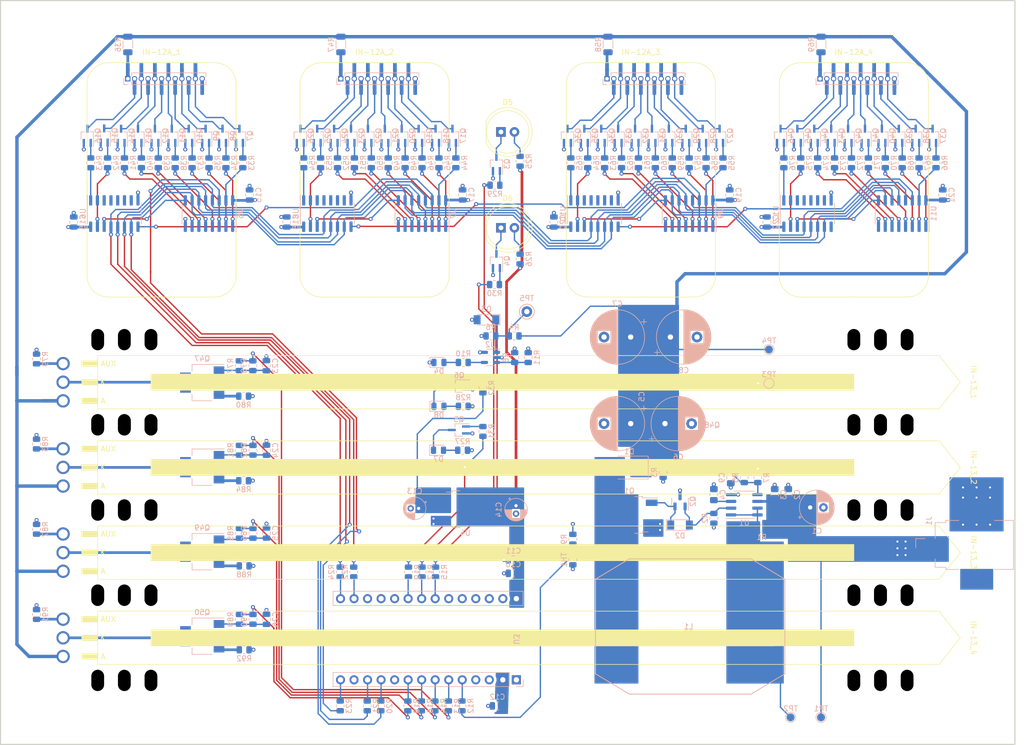
<source format=kicad_pcb>
(kicad_pcb (version 20211014) (generator pcbnew)
  (layers (0 "F.Cu" signal) (1 "In1.Cu" signal) (2 "In2.Cu" signal) (31 "B.Cu" signal) (34 "B.Paste" user) (35 "F.Paste" user) (36 "B.SilkS" user "B.Silkscreen") (37 "F.SilkS" user "F.Silkscreen") (38 "B.Mask" user) (39 "F.Mask" user) (44 "Edge.Cuts" user))
  (net 0 "")
  (net 1 "+5V")
  (net 2 "GND")
  (net 3 "+3V3")
  (net 4 "+12V")
  (net 5 "VAA")
  (net 6 "/150V_VA/1v_LED")
  (net 7 "/D1/K0")
  (net 8 "/D1/K9")
  (net 9 "/D1/K8")
  (net 10 "/D1/K7")
  (net 11 "/D1/K6")
  (net 12 "/D1/K5")
  (net 13 "/D1/K4")
  (net 14 "/D1/K3")
  (net 15 "/D1/K2")
  (net 16 "/D1/K1")
  (net 17 "/D2/K0")
  (net 18 "/D2/K9")
  (net 19 "/D2/K8")
  (net 20 "/D2/K7")
  (net 21 "/D2/K6")
  (net 22 "/D2/K5")
  (net 23 "/D2/K4")
  (net 24 "/D2/K3")
  (net 25 "/D2/K2")
  (net 26 "/D2/K1")
  (net 27 "/D3/K0")
  (net 28 "/D3/K9")
  (net 29 "/D3/K8")
  (net 30 "/D3/K7")
  (net 31 "/D3/K6")
  (net 32 "/D3/K5")
  (net 33 "/D3/K4")
  (net 34 "/D3/K3")
  (net 35 "/D3/K2")
  (net 36 "/D3/K1")
  (net 37 "/D4/K0")
  (net 38 "/D4/K9")
  (net 39 "/D4/K8")
  (net 40 "/D4/K7")
  (net 41 "/D4/K6")
  (net 42 "/D4/K5")
  (net 43 "/D4/K4")
  (net 44 "/D4/K3")
  (net 45 "/D4/K2")
  (net 46 "/D4/K1")
  (net 47 "/TEMP")
  (net 48 "/DAY_PWM")
  (net 49 "Net-(D5-Pad1)")
  (net 50 "/WEEK_PWM")
  (net 51 "Net-(D6-Pad1)")
  (net 52 "/MONTH_PWM")
  (net 53 "Net-(D6-Pad2)")
  (net 54 "/YEAR_PWM")
  (net 55 "Net-(D7-Pad1)")
  (net 56 "/SCK")
  (net 57 "/MOSI")
  (net 58 "/~{CLR_SHIFT}")
  (net 59 "/STORE")
  (net 60 "/~{CLR_STORE}")
  (net 61 "/D1/B1")
  (net 62 "/D1/B2")
  (net 63 "/D1/B3")
  (net 64 "/D1/B4")
  (net 65 "/D1/B5")
  (net 66 "/D1/B6")
  (net 67 "/D1/B7")
  (net 68 "/D1/B8")
  (net 69 "/D1/B9")
  (net 70 "/D1/B0")
  (net 71 "/D2/B1")
  (net 72 "/D2/B2")
  (net 73 "/D2/B3")
  (net 74 "/D2/B4")
  (net 75 "/D2/B5")
  (net 76 "/D2/B6")
  (net 77 "/D2/B7")
  (net 78 "/D2/B8")
  (net 79 "/D2/B9")
  (net 80 "/D2/B0")
  (net 81 "/D3/B1")
  (net 82 "/D3/B2")
  (net 83 "/D3/B3")
  (net 84 "/D3/B4")
  (net 85 "/D3/B5")
  (net 86 "/D3/B6")
  (net 87 "/D3/B7")
  (net 88 "/D3/B8")
  (net 89 "/D3/B9")
  (net 90 "/D3/B0")
  (net 91 "/D4/B1")
  (net 92 "/D4/B2")
  (net 93 "/D4/B3")
  (net 94 "/D4/B4")
  (net 95 "/D4/B5")
  (net 96 "/D4/B6")
  (net 97 "/D4/B7")
  (net 98 "/D4/B8")
  (net 99 "/D4/B9")
  (net 100 "/D4/B0")
  (net 101 "/D1/DOUT")
  (net 102 "/D2/DOUT")
  (net 103 "/D3/DOUT")
  (net 104 "/D4/DOUT")
  (net 105 "Net-(C4-Pad1)")
  (net 106 "Net-(C9-Pad1)")
  (net 107 "Net-(C23-Pad1)")
  (net 108 "Net-(C24-Pad1)")
  (net 109 "Net-(C25-Pad1)")
  (net 110 "Net-(C26-Pad1)")
  (net 111 "Net-(D1-Pad2)")
  (net 112 "Net-(D2-Pad1)")
  (net 113 "Net-(D2-Pad2)")
  (net 114 "Net-(D4-Pad2)")
  (net 115 "Net-(D5-Pad2)")
  (net 116 "Net-(IN-13_1-Pad2)")
  (net 117 "Net-(IN-13_1-Pad1)")
  (net 118 "Net-(IN-13_2-Pad2)")
  (net 119 "Net-(IN-13_2-Pad1)")
  (net 120 "Net-(IN-13_3-Pad2)")
  (net 121 "Net-(IN-13_3-Pad1)")
  (net 122 "Net-(IN-13_4-Pad2)")
  (net 123 "Net-(IN-13_4-Pad1)")
  (net 124 "Net-(L1-Pad1)")
  (net 125 "Net-(Q3-Pad1)")
  (net 126 "Net-(Q4-Pad1)")
  (net 127 "Net-(Q5-Pad1)")
  (net 128 "Net-(Q6-Pad1)")
  (net 129 "Net-(Q7-Pad1)")
  (net 130 "Net-(Q8-Pad1)")
  (net 131 "Net-(Q9-Pad1)")
  (net 132 "Net-(Q10-Pad1)")
  (net 133 "Net-(Q11-Pad1)")
  (net 134 "Net-(Q12-Pad1)")
  (net 135 "Net-(Q13-Pad1)")
  (net 136 "Net-(Q14-Pad1)")
  (net 137 "Net-(Q15-Pad1)")
  (net 138 "Net-(Q16-Pad1)")
  (net 139 "Net-(Q17-Pad1)")
  (net 140 "Net-(Q18-Pad1)")
  (net 141 "Net-(Q19-Pad1)")
  (net 142 "Net-(Q20-Pad1)")
  (net 143 "Net-(Q21-Pad1)")
  (net 144 "Net-(Q22-Pad1)")
  (net 145 "Net-(Q23-Pad1)")
  (net 146 "Net-(Q24-Pad1)")
  (net 147 "Net-(Q25-Pad1)")
  (net 148 "Net-(Q26-Pad1)")
  (net 149 "Net-(Q27-Pad1)")
  (net 150 "Net-(Q28-Pad1)")
  (net 151 "Net-(Q29-Pad1)")
  (net 152 "Net-(Q30-Pad1)")
  (net 153 "Net-(Q31-Pad1)")
  (net 154 "Net-(Q32-Pad1)")
  (net 155 "Net-(Q33-Pad1)")
  (net 156 "Net-(Q34-Pad1)")
  (net 157 "Net-(Q35-Pad1)")
  (net 158 "Net-(Q36-Pad1)")
  (net 159 "Net-(Q37-Pad1)")
  (net 160 "Net-(Q38-Pad1)")
  (net 161 "Net-(Q39-Pad1)")
  (net 162 "Net-(Q40-Pad1)")
  (net 163 "Net-(Q41-Pad1)")
  (net 164 "Net-(Q42-Pad1)")
  (net 165 "Net-(D7-Pad2)")
  (net 166 "Net-(D8-Pad1)")
  (net 167 "Net-(D8-Pad2)")
  (net 168 "Net-(Q43-Pad1)")
  (net 169 "Net-(R11-Pad1)")
  (net 170 "Net-(R10-Pad1)")
  (net 171 "Net-(R12-Pad2)")
  (net 172 "Net-(R13-Pad2)")
  (net 173 "Net-(R14-Pad2)")
  (net 174 "Net-(Q44-Pad1)")
  (net 175 "Net-(R16-Pad2)")
  (net 176 "Net-(Q45-Pad1)")
  (net 177 "Net-(R18-Pad2)")
  (net 178 "Net-(Q46-Pad1)")
  (net 179 "Net-(R20-Pad2)")
  (net 180 "Net-(R21-Pad2)")
  (net 181 "Net-(R22-Pad2)")
  (net 182 "Net-(R23-Pad2)")
  (net 183 "Net-(R24-Pad2)")
  (net 184 "Net-(Q47-Pad3)")
  (net 185 "Net-(Q48-Pad3)")
  (net 186 "Net-(Q49-Pad3)")
  (net 187 "Net-(Q50-Pad3)")
  (net 199 "Net-(R15-Pad1)")
  (net 200 "/COLON_1")
  (net 201 "Net-(R17-Pad1)")
  (net 202 "/COLON_2")
  (net 203 "Net-(R19-Pad1)")
  (net 204 "/TEMP_LED")
  (net 206 "Net-(U5-Pad9)")
  (net 213 "Net-(U7-Pad9)")
  (net 220 "Net-(U10-Pad14)")
  (net 227 "Net-(IN-12A_1-Pad1)")
  (net 230 "Net-(IN-12A_2-Pad1)")
  (net 231 "Net-(IN-12A_3-Pad1)")
  (net 233 "Net-(IN-12A_4-Pad1)")
  (net 235 "Net-(U11-Pad9)")
  (footprint "nixie_tube_clock:nixie_daughter" (layer "F.Cu") (at 119.999989 53.999994)
    (fp_text reference "IN-12A_2")
    (fp_text value "IN-12A DAUGHTER")
  )
  (footprint "nixie_tube_clock:nixie_daughter" (layer "F.Cu") (at 170 54)
    (fp_text reference "IN-12A_3")
    (fp_text value "IN-12A DAUGHTER")
  )
  (footprint "nixie_tube_clock:IN-13" (layer "F.Cu") (at 145 140)
    (fp_text reference "IN-13_4")
    (fp_text value "IN13")
  )
  (footprint "LED_THT:LED_D8.0mm" (layer "F.Cu") (at 143.725 63)
    (fp_text reference "D6")
    (fp_text value "ORANGE")
  )
  (footprint "nixie_tube_clock:IN-13" (layer "F.Cu") (at 145 92)
    (fp_text reference "IN-13_1")
    (fp_text value "IN13")
  )
  (footprint "nixie_tube_clock:nixie_daughter" (layer "F.Cu") (at 79.999992 53.999994)
    (fp_text reference "IN-12A_1")
    (fp_text value "IN-12A DAUGHTER")
  )
  (footprint "nixie_tube_clock:IN-13" (layer "F.Cu") (at 145 108)
    (fp_text reference "IN-13_2")
    (fp_text value "IN13")
  )
  (footprint "nixie_tube_clock:nixie_daughter" (layer "F.Cu") (at 210.000012 53.999994)
    (fp_text reference "IN-12A_4")
    (fp_text value "IN-12A DAUGHTER")
  )
  (footprint "LED_THT:LED_D8.0mm" (layer "F.Cu") (at 143.725 45)
    (fp_text reference "D5")
    (fp_text value "ORANGE")
  )
  (footprint "nixie_tube_clock:IN-13" (layer "F.Cu") (at 145 124)
    (fp_text reference "IN-13_3")
    (fp_text value "IN13")
  )
  (footprint "Resistor_SMD:R_0805_2012Metric" (layer "B.Cu") (at 133.858 152.781 90)
    (fp_text reference "R13")
    (fp_text value "0")
  )
  (footprint "Capacitor_SMD:C_0805_2012Metric_Pad1.18x1.45mm_HandSolder" (layer "B.Cu") (at 197.678 113.1085 90)
    (fp_text reference "C2")
    (fp_text value "2.2uF")
  )
  (footprint "Resistor_SMD:R_0805_2012Metric" (layer "B.Cu") (at 113.538 127.635 -90)
    (fp_text reference "R24")
    (fp_text value "0")
  )
  (footprint "Diode_SMD:D_MiniMELF" (layer "B.Cu") (at 177.358 118.8235)
    (fp_text reference "D2")
    (fp_text value "FDLL4148-D87Z")
  )
  (footprint "Resistor_SMD:R_0805_2012Metric" (layer "B.Cu") (at 146.304 87.376 -90)
    (fp_text reference "R8")
    (fp_text value "25k")
  )
  (footprint "Resistor_SMD:R_0805_2012Metric" (layer "B.Cu") (at 183.708 117.5535 -90)
    (fp_text reference "R2")
    (fp_text value "240")
  )
  (footprint "Package_TO_SOT_SMD:TO-252-2" (layer "B.Cu") (at 167.833 116.9185 180)
    (fp_text reference "Q1")
    (fp_text value "FQD16N25CTM")
  )
  (footprint "Capacitor_THT:CP_Radial_D6.3mm_P2.50mm" (layer "B.Cu") (at 201.79024 115.5215)
    (fp_text reference "C1")
    (fp_text value "47uF")
  )
  (footprint "Resistor_SMD:R_1206_3216Metric" (layer "B.Cu") (at 113.665 28.575 -90)
    (fp_text reference "R47")
    (fp_text value "R_US")
  )
  (footprint "Capacitor_SMD:C_0805_2012Metric_Pad1.18x1.45mm_HandSolder" (layer "B.Cu") (at 195.138 113.1085 90)
    (fp_text reference "C3")
    (fp_text value "0.1uF")
  )
  (footprint "Capacitor_SMD:C_0805_2012Metric" (layer "B.Cu") (at 99.695 136.525 90)
    (fp_text reference "C26")
    (fp_text value "10uF")
  )
  (footprint "Resistor_SMD:R_0805_2012Metric" (layer "B.Cu") (at 212.725 50.8 90)
    (fp_text reference "R71")
    (fp_text value "22k")
  )
  (footprint "Resistor_SMD:R_0805_2012Metric" (layer "B.Cu") (at 163.195 50.8 90)
    (fp_text reference "R63")
    (fp_text value "22k")
  )
  (footprint "Capacitor_SMD:C_0805_2012Metric" (layer "B.Cu") (at 99.695 104.775 90)
    (fp_text reference "C24")
    (fp_text value "10uF")
  )
  (footprint "Package_SO:SOIC-16_3.9x9.9mm_P1.27mm" (layer "B.Cu") (at 88.9 60.325 90)
    (fp_text reference "U5")
    (fp_text value "74HC594D,118")
  )
  (footprint "Resistor_SMD:R_0805_2012Metric" (layer "B.Cu") (at 148.844 87.376 90)
    (fp_text reference "R11")
    (fp_text value "10k")
  )
  (footprint "Package_TO_SOT_SMD:SOT-223-3_TabPin2" (layer "B.Cu") (at 87.63 139.7 180)
    (fp_text reference "Q50")
    (fp_text value "FZT857TA")
  )
  (footprint "Resistor_SMD:R_0805_2012Metric" (layer "B.Cu") (at 106.68 50.8 90)
    (fp_text reference "R54")
    (fp_text value "22k")
  )
  (footprint "Resistor_SMD:R_0805_2012Metric" (layer "B.Cu") (at 113.538 152.781 90)
    (fp_text reference "R23")
    (fp_text value "0")
  )
  (footprint "Resistor_SMD:R_0805_2012Metric" (layer "B.Cu") (at 172.72 50.8 90)
    (fp_text reference "R60")
    (fp_text value "22k")
  )
  (footprint "Resistor_SMD:R_0805_2012Metric" (layer "B.Cu") (at 95.504 142.24)
    (fp_text reference "R92")
    (fp_text value "560")
  )
  (footprint "Resistor_SMD:R_0805_2012Metric" (layer "B.Cu") (at 122.555 50.8 90)
    (fp_text reference "R49")
    (fp_text value "22k")
  )
  (footprint "Package_TO_SOT_SMD:SOT-323_SC-70_Handsoldering" (layer "B.Cu") (at 106.045 45.72 90)
    (fp_text reference "Q26")
    (fp_text value "MMSTA42-7-F")
  )
  (footprint "Package_TO_SOT_SMD:SOT-323_SC-70_Handsoldering" (layer "B.Cu") (at 134.62 45.72 90)
    (fp_text reference "Q17")
    (fp_text value "MMSTA42-7-F")
  )
  (footprint "Resistor_SMD:R_0805_2012Metric" (layer "B.Cu") (at 166.37 50.8 90)
    (fp_text reference "R62")
    (fp_text value "22k")
  )
  (footprint "Package_TO_SOT_SMD:SOT-323_SC-70_Handsoldering" (layer "B.Cu") (at 128.27 45.72 90)
    (fp_text reference "Q19")
    (fp_text value "MMSTA42-7-F")
  )
  (footprint "Resistor_SMD:R_0805_2012Metric" (layer "B.Cu") (at 66.675 50.8 90)
    (fp_text reference "R43")
    (fp_text value "22k")
  )
  (footprint "Package_TO_SOT_SMD:SOT-223-3_TabPin2" (layer "B.Cu") (at 87.63 107.95 180)
    (fp_text reference "Q48")
    (fp_text value "FZT857TA")
  )
  (footprint "Capacitor_THT:CP_Radial_D10.0mm_P5.00mm" (layer "B.Cu") (at 168.089917 83.5175 180)
    (fp_text reference "C7")
    (fp_text value "4.7uF")
  )
  (footprint "Resistor_SMD:R_0805_2012Metric" (layer "B.Cu") (at 141.8355 83.312 180)
    (fp_text reference "R6")
    (fp_text value "20k")
  )
  (footprint "Resistor_SMD:R_0805_2012Metric" (layer "B.Cu") (at 126.365 127.635 90)
    (fp_text reference "R19")
    (fp_text value "0")
  )
  (footprint "Package_TO_SOT_SMD:SOT-323_SC-70_Handsoldering" (layer "B.Cu") (at 159.385 45.72 90)
    (fp_text reference "Q35")
    (fp_text value "MMSTA42-7-F")
  )
  (footprint "Resistor_SMD:R_0805_2012Metric" (layer "B.Cu") (at 222.25 50.8 90)
    (fp_text reference "R67")
    (fp_text value "22k")
  )
  (footprint "Resistor_SMD:R_0805_2012Metric" (layer "B.Cu") (at 113.03 50.8 90)
    (fp_text reference "R52")
    (fp_text value "22k")
  )
  (footprint "Resistor_SMD:R_0805_2012Metric" (layer "B.Cu") (at 203.2 50.8 90)
    (fp_text reference "R74")
    (fp_text value "22k")
  )
  (footprint "TestPoint:TestPoint_Pad_D1.5mm" (layer "B.Cu") (at 194.056 85.852 180)
    (fp_text reference "TP4")
    (fp_text value "TestPoint")
  )
  (footprint "Capacitor_SMD:C_0805_2012Metric" (layer "B.Cu") (at 153.67 61.915 90)
    (fp_text reference "C20")
    (fp_text value "0.1uF")
  )
  (footprint "Resistor_SMD:R_0805_2012Metric" (layer "B.Cu") (at 175.895 50.8 90)
    (fp_text reference "R59")
    (fp_text value "22k")
  )
  (footprint "TestPoint:TestPoint_Pad_D1.5mm" (layer "B.Cu") (at 203.835 154.94 180)
    (fp_text reference "TP1")
    (fp_text value "TestPoint")
  )
  (footprint "Capacitor_SMD:C_0805_2012Metric" (layer "B.Cu") (at 146.05 127.889 180)
    (fp_text reference "C10")
    (fp_text value "1uF")
  )
  (footprint "Package_TO_SOT_SMD:SOT-323_SC-70_Handsoldering" (layer "B.Cu") (at 199.39 45.72 90)
    (fp_text reference "Q45")
    (fp_text value "MMSTA42-7-F")
  )
  (footprint "Diode_SMD:D_0805_2012Metric" (layer "B.Cu") (at 132 104.775)
    (fp_text reference "D7")
    (fp_text value "RED")
  )
  (footprint "Package_TO_SOT_SMD:SOT-323_SC-70_Handsoldering" (layer "B.Cu") (at 156.21 45.72 90)
    (fp_text reference "Q36")
    (fp_text value "MMSTA42-7-F")
  )
  (footprint "Package_TO_SOT_SMD:SOT-323_SC-70_Handsoldering" (layer "B.Cu") (at 81.915 45.72 90)
    (fp_text reference "Q11")
    (fp_text value "MMSTA42-7-F")
  )
  (footprint "Package_TO_SOT_SMD:SOT-323_SC-70_Handsoldering" (layer "B.Cu") (at 109.22 45.72 90)
    (fp_text reference "Q25")
    (fp_text value "MMSTA42-7-F")
  )
  (footprint "Resistor_SMD:R_0805_2012Metric" (layer "B.Cu") (at 191.963 109.9335 90)
    (fp_text reference "R7")
    (fp_text value "1.68k")
  )
  (footprint "Package_TO_SOT_SMD:SOT-323_SC-70_Handsoldering" (layer "B.Cu") (at 221.615 45.72 90)
    (fp_text reference "Q38")
    (fp_text value "MMSTA42-7-F")
  )
  (footprint "Capacitor_SMD:C_0805_2012Metric" (layer "B.Cu") (at 146.05 125.349 180)
    (fp_text reference "C11")
    (fp_text value "10uF")
  )
  (footprint "Package_TO_SOT_SMD:SOT-323_SC-70_Handsoldering" (layer "B.Cu") (at 118.745 45.72 90)
    (fp_text reference "Q22")
    (fp_text value "MMSTA42-7-F")
  )
  (footprint "Package_TO_SOT_SMD:SOT-323_SC-70_Handsoldering" (layer "B.Cu") (at 94.615 45.72 90)
    (fp_text reference "Q7")
    (fp_text value "MMSTA42-7-F")
  )
  (footprint "Package_TO_SOT_SMD:SOT-323_SC-70_Handsoldering" (layer "B.Cu") (at 91.44 45.72 90)
    (fp_text reference "Q8")
    (fp_text value "MMSTA42-7-F")
  )
  (footprint "Resistor_SMD:R_0805_2012Metric" (layer "B.Cu") (at 94.615 136.525 -90)
    (fp_text reference "R89")
    (fp_text value "330")
  )
  (footprint "Package_TO_SOT_SMD:SOT-323_SC-70_Handsoldering" (layer "B.Cu") (at 196.215 45.72 90)
    (fp_text reference "Q46")
    (fp_text value "MMSTA42-7-F")
  )
  (footprint "Package_TO_SOT_SMD:SOT-323_SC-70_Handsoldering" (layer "B.Cu") (at 66.04 45.72 90)
    (fp_text reference "Q16")
    (fp_text value "MMSTA42-7-F")
  )
  (footprint "Package_TO_SOT_SMD:SOT-323_SC-70_Handsoldering" (layer "B.Cu") (at 142.875 51 90)
    (fp_text reference "Q3")
    (fp_text value "MMSTA42-7-F")
  )
  (footprint "Resistor_SMD:R_0805_2012Metric" (layer "B.Cu") (at 147.32 50.5 90)
    (fp_text reference "R25")
    (fp_text value "220")
  )
  (footprint "Package_SO:SOIC-16_3.9x9.9mm_P1.27mm" (layer "B.Cu") (at 111.125 60.325 -90)
    (fp_text reference "U8")
    (fp_text value "74HC594D,118")
  )
  (footprint "Resistor_SMD:R_0805_2012Metric" (layer "B.Cu") (at 73.025 50.8 90)
    (fp_text reference "R41")
    (fp_text value "22k")
  )
  (footprint "Capacitor_SMD:C_0805_2012Metric" (layer "B.Cu") (at 103.505 61.915 90)
    (fp_text reference "C18")
    (fp_text value "0.1uF")
  )
  (footprint "Resistor_SMD:R_0805_2012Metric" (layer "B.Cu") (at 182.245 50.8 90)
    (fp_text reference "R56")
    (fp_text value "22k")
  )
  (footprint "Resistor_SMD:R_0805_2012Metric" (layer "B.Cu") (at 97.155 104.775 -90)
    (fp_text reference "R82")
    (fp_text value "4.7k")
  )
  (footprint "Resistor_SMD:R_1206_3216Metric" (layer "B.Cu") (at 163.83 28.575 -90)
    (fp_text reference "R58")
    (fp_text value "R_US")
  )
  (footprint "Diode_SMD:D_MiniMELF" (layer "B.Cu") (at 140.998 80.264 180)
    (fp_text reference "D3")
    (fp_text value "BZV55-C3V3,115")
  )
  (footprint "Capacitor_SMD:C_0805_2012Metric" (layer "B.Cu") (at 96.52 56.835 90)
    (fp_text reference "C15")
    (fp_text value "0.1uF")
  )
  (footprint "Resistor_SMD:R_0805_2012Metric" (layer "B.Cu") (at 85.725 50.8 90)
    (fp_text reference "R37")
    (fp_text value "22k")
  )
  (footprint "Package_TO_SOT_SMD:SOT-323_SC-70_Handsoldering" (layer "B.Cu") (at 78.74 45.72 90)
    (fp_text reference "Q12")
    (fp_text value "MMSTA42-7-F")
  )
  (footprint "Package_TO_SOT_SMD:SOT-323_SC-70_Handsoldering" (layer "B.Cu") (at 224.79 45.72 90)
    (fp_text reference "Q37")
    (fp_text value "MMSTA42-7-F")
  )
  (footprint "Package_TO_SOT_SMD:SOT-323_SC-70_Handsoldering" (layer "B.Cu") (at 205.74 45.72 90)
    (fp_text reference "Q43")
    (fp_text value "MMSTA42-7-F")
  )
  (footprint "Capacitor_SMD:C_0805_2012Metric" (layer "B.Cu") (at 136.525 56.835 90)
    (fp_text reference "C17")
    (fp_text value "0.1uF")
  )
  (footprint "Resistor_SMD:R_0805_2012Metric" (layer "B.Cu") (at 126.238 152.781 90)
    (fp_text reference "R18")
    (fp_text value "0")
  )
  (footprint "Resistor_SMD:R_0805_2012Metric" (layer "B.Cu") (at 119.38 50.8 90)
    (fp_text reference "R50")
    (fp_text value "22k")
  )
  (footprint "Resistor_SMD:R_0805_2012Metric" (layer "B.Cu") (at 56.515 103.6085 90)
    (fp_text reference "R83")
    (fp_text value "330k")
  )
  (footprint "Package_TO_SOT_SMD:SOT-223-3_TabPin2" (layer "B.Cu") (at 87.63 123.825 180)
    (fp_text reference "Q49")
    (fp_text value "FZT857TA")
  )
  (footprint "Package_TO_SOT_SMD:SOT-323_SC-70_Handsoldering" (layer "B.Cu") (at 184.785 45.72 90)
    (fp_text reference "Q27")
    (fp_text value "MMSTA42-7-F")
  )
  (footprint "Resistor_SMD:R_0805_2012Metric" (layer "B.Cu") (at 116.205 50.8 90)
    (fp_text reference "R51")
    (fp_text value "22k")
  )
  (footprint "nixie_tube_clock:PM2120" (layer "B.Cu") (at 179.263 137.8735 180)
    (fp_text reference "L1")
    (fp_text value "1mH")
  )
  (footprint "Package_SO:SOIC-16_3.9x9.9mm_P1.27mm" (layer "B.Cu") (at 179.07 60.325 90)
    (fp_text reference "U9")
    (fp_text value "74HC594D,118")
  )
  (footprint "Resistor_SMD:R_0805_2012Metric" (layer "B.Cu") (at 128.905 50.8 90)
    (fp_text reference "R46")
    (fp_text value "22k")
  )
  (footprint "Resistor_SMD:R_0805_2012Metric" (layer "B.Cu") (at 97.155 136.525 -90)
    (fp_text reference "R90")
    (fp_text value "4.7k")
  )
  (footprint "Capacitor_SMD:C_0805_2012Metric_Pad1.18x1.45mm_HandSolder" (layer "B.Cu") (at 183.708 113.1085 90)
    (fp_text reference "C4")
    (fp_text value "470pF")
  )
  (footprint "Capacitor_SMD:C_0805_2012Metric" (layer "B.Cu") (at 99.67 88.9 90)
    (fp_text reference "C23")
    (fp_text value "10uF")
  )
  (footprint "Package_TO_SOT_SMD:SOT-323_SC-70_Handsoldering" (layer "B.Cu") (at 112.395 45.72 90)
    (fp_text reference "Q24")
    (fp_text value "MMSTA42-7-F")
  )
  (footprint "Resistor_SMD:R_0805_2012Metric" (layer "B.Cu") (at 185.42 50.8 90)
    (fp_text reference "R55")
    (fp_text value "22k")
  )
  (footprint "Package_TO_SOT_SMD:SOT-323_SC-70_Handsoldering" (layer "B.Cu") (at 208.915 45.72 90)
    (fp_text reference "Q42")
    (fp_text value "MMSTA42-7-F")
  )
  (footprint "Resistor_SMD:R_0805_2012Metric" (layer "B.Cu") (at 219.075 50.8 90)
    (fp_text reference "R68")
    (fp_text value "22k")
  )
  (footprint "Package_TO_SOT_SMD:SOT-323_SC-70_Handsoldering" (layer "B.Cu") (at 72.39 45.72 90)
    (fp_text reference "Q14")
    (fp_text value "MMSTA42-7-F")
  )
  (footprint "Resistor_SMD:R_0805_2012Metric" (layer "B.Cu") (at 196.85 50.8 90)
    (fp_text reference "R76")
    (fp_text value "22k")
  )
  (footprint "Resistor_SMD:R_0805_2012Metric" (layer "B.Cu") (at 200.025 50.8 90)
    (fp_text reference "R75")
    (fp_text value "22k")
  )
  (footprint "Resistor_SMD:R_0805_2012Metric" (layer "B.Cu") (at 135.255 50.8 90)
    (fp_text reference "R44")
    (fp_text value "22k")
  )
  (footprint "Capacitor_SMD:C_0805_2012Metric_Pad1.18x1.45mm_HandSolder" (layer "B.Cu") (at 186.883 109.9335 -90)
    (fp_text reference "C9")
    (fp_text value "10nF")
  )
  (footprint "Package_TO_SOT_SMD:SOT-323_SC-70_Handsoldering" (layer "B.Cu") (at 85.09 45.72 90)
    (fp_text reference "Q10")
    (fp_text value "MMSTA42-7-F")
  )
  (footprint "Package_TO_SOT_SMD:SOT-323_SC-70_Handsoldering" (layer "B.Cu") (at 202.565 45.72 90)
    (fp_text reference "Q44")
    (fp_text value "MMSTA42-7-F")
  )
  (footprint "Resistor_SMD:R_0805_2012Metric" (layer "B.Cu") (at 121.158 152.781 90)
    (fp_text reference "R20")
    (fp_text value "0")
  )
  (footprint "Resistor_SMD:R_0805_2012Metric" (layer "B.Cu") (at 225.425 50.8 90)
    (fp_text reference "R66")
    (fp_text value "22k")
  )
  (footprint "Package_TO_SOT_SMD:SOT-323_SC-70_Handsoldering" (layer "B.Cu") (at 135.83 100.965 180)
    (fp_text reference "Q5")
    (fp_text value "MMSTA42-7-F")
  )
  (footprint "Resistor_SMD:R_0805_2012Metric" (layer "B.Cu") (at 125.73 50.8 90)
    (fp_text reference "R48")
    (fp_text value "22k")
  )
  (footprint "Resistor_SMD:R_0805_2012Metric" (layer "B.Cu") (at 88.9 50.8 90)
    (fp_text reference "R35")
    (fp_text value "22k")
  )
  (footprint "Package_TO_SOT_SMD:SOT-323_SC-70_Handsoldering" (layer "B.Cu") (at 69.215 45.66 90)
    (fp_text reference "Q15")
    (fp_text value "MMSTA42-7-F")
  )
  (footprint "Package_TO_SOT_SMD:SOT-323_SC-70_Handsoldering" (layer "B.Cu") (at 131.445 45.72 90)
    (fp_text reference "Q18")
    (fp_text value "MMSTA42-7-F")
  )
  (footprint "Capacitor_SMD:C_0805_2012Metric" (layer "B.Cu") (at 99.695 120.33 90)
    (fp_text reference "C25")
    (fp_text value "10uF")
  )
  (footprint "Resistor_SMD:R_0805_2012Metric" (layer "B.Cu") (at 189.423 109.9335 -90)
    (fp_text reference "R5")
    (fp_text value "200k")
  )
  (footprint "Resistor_SMD:R_0805_2012Metric" (layer "B.Cu") (at 136.652 88.2885 180)
    (fp_text reference "R10")
    (fp_text value "1.2k")
  )
  (footprint "Resistor_SMD:R_0805_2012Metric" (layer "B.Cu") (at 56.515 119.6105 90)
    (fp_text reference "R87")
    (fp_text value "330k")
  )
  (footprint "Package_TO_SOT_SMD:SOT-323_SC-70_Handsoldering" (layer "B.Cu") (at 88.265 45.72 90)
    (fp_text reference "Q9")
    (fp_text value "MMSTA42-7-F")
  )
  (footprint "Capacitor_THT:CP_Radial_D10.0mm_P5.00mm" (layer "B.Cu") (at 175.546563 83.5175)
    (fp_text reference "C8")
    (fp_text value "4.7uF")
  )
  (footprint "Resistor_SMD:R_0805_2012Metric" (layer "B.Cu") (at 128.778 152.781 90)
    (fp_text reference "R16")
    (fp_text value "0")
  )
  (footprint "Resistor_SMD:R_0805_2012Metric" (layer "B.Cu") (at 97.155 120.3725 -90)
    (fp_text reference "R86")
    (fp_text value "4.7k")
  )
  (footprint "Resistor_SMD:R_0805_2012Metric" (layer "B.Cu") (at 157.226 125.3725 -90)
    (fp_text reference "TH1")
    (fp_text value "10k")
  )
  (footprint "Resistor_SMD:R_0805_2012Metric" (layer "B.Cu") (at 206.375 50.8 90)
    (fp_text reference "R73")
    (fp_text value "22k")
  )
  (footprint "Package_TO_SOT_SMD:SOT-323_SC-70_Handsoldering" (layer "B.Cu") (at 212.09 45.72 90)
    (fp_text reference "Q41")
    (fp_text value "MMSTA42-7-F")
  )
  (footprint "Resistor_SMD:R_0805_2012Metric" (layer "B.Cu") (at 94.59 88.9 -90)
    (fp_text reference "R77")
    (fp_text value "330")
  )
  (footprint "Resistor_SMD:R_0805_2012Metric" (layer "B.Cu") (at 157.226 121.4825 -90)
    (fp_text reference "R9")
    (fp_text value "10k")
  )
  (footprint "Resistor_SMD:R_0805_2012Metric" (layer "B.Cu") (at 174.183 108.941 -90)
    (fp_text reference "R3")
    (fp_text value "1M")
  )
  (footprint "Package_SO:SOIC-16_3.9x9.9mm_P1.27mm" (layer "B.Cu") (at 161.29 60.325 -90)
    (fp_text reference "U10")
    (fp_text value "74HC594D,118")
  )
  (footprint "Package_SO:SOIC-16_3.9x9.9mm_P1.27mm" (layer "B.Cu") (at 128.905 60.325 90)
    (fp_text reference "U7")
    (fp_text value "74HC594D,118")
  )
  (footprint "Capacitor_THT:CP_Radial_D4.0mm_P1.50mm" (layer "B.Cu") (at 146.558 115.189 -90)
    (fp_text reference "C14")
    (fp_text value "10uF")
  )
  (footprint "Diode_SMD:D_SMB" (layer "B.Cu") (at 167.833 108.0285 180)
    (fp_text reference "D1")
    (fp_text value "SK3200B-LTP")
  )
  (footprint "Resistor_SMD:R_1206_3216Metric" (layer "B.Cu") (at 73.66 28.575 -90)
    (fp_text reference "R36")
    (fp_text value "R_US")
  )
  (footprint "Package_TO_SOT_SMD:SOT-323_SC-70_Handsoldering" (layer "B.Cu") (at 178.435 45.72 90)
    (fp_text reference "Q29")
    (fp_text value "MMSTA42-7-F")
  )
  (footprint "Package_TO_SOT_SMD:SOT-23" (layer "B.Cu") (at 177.358 114.3785 90)
    (fp_text reference "Q2")
    (fp_text value "PMBT3906,235")
  )
  (footprint "Resistor_SMD:R_0805_2012Metric" (layer "B.Cu") (at 142.5175 73.66)
    (fp_text reference "R30")
    (fp_text value "1.2K")
  )
  (footprint "Package_TO_SOT_SMD:SOT-323_SC-70_Handsoldering" (layer "B.Cu") (at 75.565 45.72 90)
    (fp_text reference "Q13")
    (fp_text value "MMSTA42-7-F")
  )
  (footprint "Resistor_SMD:R_0805_2012Metric" (layer "B.Cu") (at 136.398 152.781 90)
    (fp_text reference "R12")
    (fp_text value "0")
  )
  (footprint "Resistor_SMD:R_0805_2012Metric" (layer "B.Cu") (at 76.2 50.8 90)
    (fp_text reference "R40")
    (fp_text value "22k")
  )
  (footprint "Package_TO_SOT_SMD:SOT-323_SC-70_Handsoldering" (layer "B.Cu") (at 115.57 45.72 90)
    (fp_text reference "Q23")
    (fp_text value "MMSTA42-7-F")
  )
  (footprint "nixie_tube_clock:ItsyBitsy" (layer "B.Cu") (at 146.618 147.888 90)
    (fp_text reference "U3")
    (fp_text value "ItsyBitsy_M0_Express")
  )
  (footprint "Package_TO_SOT_SMD:SOT-323_SC-70_Handsoldering" (layer "B.Cu") (at 175.26 45.72 90)
    (fp_text reference "Q30")
    (fp_text value "MMSTA42-7-F")
  )
  (footprint "Package_TO_SOT_SMD:SOT-323_SC-70_Handsoldering" (layer "B.Cu") (at 135.89 92.71 180)
    (fp_text reference "Q6")
    (fp_text value "MMSTA42-7-F")
  )
  (footprint "Resistor_SMD:R_0805_2012Metric" (layer "B.Cu") (at 92.075 50.8 90)
    (fp_text reference "R34")
    (fp_text value "22k")
  )
  (footprint "Resistor_SMD:R_0805_2012Metric" (layer "B.Cu") (at 140.335 101.2425 90)
    (fp_text reference "R31")
    (fp_text value "1.2K")
  )
  (footprint "Resistor_SMD:R_0805_2012Metric" (layer "B.Cu") (at 128.905 127.635 90)
    (fp_text reference "R17")
    (fp_text value "0")
  )
  (footprint "Package_SO:SOIC-16_3.9x9.9mm_P1.27mm" (layer "B.Cu") (at 219.075 60.325 90)
    (fp_text reference "U11")
    (fp_text value "74HC594D,118")
  )
  (footprint "Resistor_SMD:R_0805_2012Metric" (layer "B.Cu") (at 95.4005 110.49)
    (fp_text reference "R84")
    (fp_text value "560")
  )
  (footprint "Resistor_SMD:R_0805_2012Metric" (layer "B.Cu") (at 56.515 135.6125 90)
    (fp_text reference "R91")
    (fp_text value "330k")
  )
  (footprint "Resistor_SMD:R_0805_2012Metric" (layer "B.Cu") (at 146.2005 83.312 180)
    (fp_text reference "R4")
    (fp_text value "3Meg")
  )
  (footprint "Resistor_SMD:R_0805_2012Metric" (layer "B.Cu") (at 147.32 68.8575 90)
    (fp_text reference "R26")
    (fp_text value "220")
  )
  (footprint "Package_TO_SOT_SMD:SOT-323_SC-70_Handsoldering" (layer "B.Cu") (at 172.085 45.72 90)
    (fp_text reference "Q31")
    (fp_text value "MMSTA42-7-F")
  )
  (footprint "Package_TO_SOT_SMD:SOT-323_SC-70_Handsoldering" (layer "B.Cu") (at 142.875 69.215 90)
    (fp_text reference "Q4")
    (fp_text value "MMSTA42-7-F")
  )
  (footprint "Package_TO_SOT_SMD:SOT-323_SC-70_Handsoldering" (layer "B.Cu") (at 162.56 45.72 90)
    (fp_text reference "Q34")
    (fp_text value "MMSTA42-7-F")
  )
  (footprint "Capacitor_SMD:C_0805_2012Metric" (layer "B.Cu") (at 63.5 61.915 90)
    (fp_text reference "C16")
    (fp_text value "0.1uF")
  )
  (footprint "Package_TO_SOT_SMD:SOT-23-5" (layer "B.Cu") (at 141.75 87.3385 180)
    (fp_text reference "U2")
    (fp_text value "AS321KTR-G1")
  )
  (footprint "Resistor_SMD:R_0805_2012Metric" (layer "B.Cu") (at 140.335 93.0675 90)
    (fp_text reference "R32")
    (fp_text value "10K")
  )
  (footprint "Package_SO:SOIC-8_3.9x4.9mm_P1.27mm" (layer "B.Cu") (at 189.423 115.0135)
    (fp_text reference "U1")
    (fp_text value "MC34063AD")
  )
  (footprint "TestPoint:TestPoint_Pad_D1.5mm" (layer "B.Cu") (at 198.12 154.94 180)
    (fp_text reference "TP2")
    (fp_text value "TestPoint")
  )
  (footprint "Resistor_SMD:R_0805_2012Metric" (layer "B.Cu") (at 156.845 50.8 90)
    (fp_text reference "R65")
    (fp_text value "22k")
  )
  (footprint "Package_TO_SOT_SMD:SOT-323_SC-70_Handsoldering" (layer "B.Cu") (at 218.44 45.72 90)
    (fp_text reference "Q39")
    (fp_text value "MMSTA42-7-F")
  )
  (footprint "Resistor_SMD:R_0805_2012Metric" (layer "B.Cu") (at 179.07 50.8 90)
    (fp_text reference "R57")
    (fp_text value "22k")
  )
  (footprint "Capacitor_SMD:C_0805_2012Metric" (layer "B.Cu") (at 226.695 56.835 90)
    (fp_text reference "C21")
    (fp_text value "0.1uF")
  )
  (footprint "Resistor_SMD:R_0805_2012Metric" (layer "B.Cu") (at 95.4005 94.615)
    (fp_text reference "R80")
    (fp_text value "560")
  )
  (footprint "Resistor_SMD:R_0805_2012Metric" (layer "B.Cu") (at 192.6825 119.4585)
    (fp_text reference "R1")
    (fp_text value "300mR")
  )
  (footprint "Package_TO_SOT_SMD:TO-252-2" (layer "B.Cu") (at 137.033 115.824)
    (fp_text reference "U4")
    (fp_text value "NCP1117IDT50T4G")
  )
  (footprint "Connector_BarrelJack:BarrelJack_CUI_PJ-036AH-SMT_Horizontal" (layer "B.Cu") (at 229.87 122.555 -90)
    (fp_text reference "J1")
    (fp_text value "PJ-036AH-SMT-TR")
  )
  (footprint "Resistor_SMD:R_0805_2012Metric" (layer "B.Cu") (at 215.9 50.8 90)
    (fp_text reference "R70")
    (fp_text value "22k")
  )
  (footprint "Resistor_SMD:R_0805_2012Metric" (layer "B.Cu") (at 136.525 104.775 180)
    (fp_text reference "R27")
    (fp_text value "1.2k")
  )
  (footprint "Capacitor_SMD:C_0805_2012Metric" (layer "B.Cu") (at 143.068 152.781 180)
    (fp_text reference "C12")
    (fp_text value "10uF")
  )
  (footprint "Diode_SMD:D_0805_2012Metric" (layer "B.Cu") (at 132.08 88.2885)
    (fp_text reference "D4")
    (fp_text value "ORANGE")
  )
  (footprint "Resistor_SMD:R_0805_2012Metric" (layer "B.Cu") (at 209.55 50.8 90)
    (fp_text reference "R72")
    (fp_text value "22k")
  )
  (footprint "Package_TO_SOT_SMD:SOT-323_SC-70_Handsoldering" (layer "B.Cu") (at 181.61 45.72 90)
    (fp_text reference "Q28")
    (fp_text value "MMSTA42-7-F")
  )
  (footprint "Resistor_SMD:R_0805_2012Metric" (layer "B.Cu") (at 95.504 126.492)
    (fp_text reference "R88")
    (fp_text value "560")
  )
  (footprint "Resistor_SMD:R_0805_2012Metric" (layer "B.Cu") (at 160.02 50.8 90)
    (fp_text reference "R64")
    (fp_text value "22k")
  )
  (footprint "Package_SO:SOIC-16_3.9x9.9mm_P1.27mm" (layer "B.Cu") (at 201.295 60.325 -90)
    (fp_text reference "U12")
    (fp_text value "74HC594D,118")
  )
  (footprint "Resistor_SMD:R_0805_2012Metric" (layer "B.Cu") (at 169.545 50.8 90)
    (fp_text reference "R61")
    (fp_text value "22k")
  )
  (footprint "Capacitor_SMD:C_0805_2012Metric" (layer "B.Cu") (at 186.69 56.835 90)
    (fp_text reference "C19")
    (fp_text value "0.1uF")
  )
  (footprint "Resistor_SMD:R_0805_2012Metric" (layer "B.Cu") (at 82.55 50.8 90)
    (fp_text reference "R38")
    (fp_text value "22k")
  )
  (footprint "TestPoint:TestPoint_Keystone_5000-5004_Miniature" (layer "B.Cu") (at 148.59 78.74 180)
    (fp_text reference "TP5")
    (fp_text value "TestPoint")
  )
  (footprint "Resistor_SMD:R_0805_2012Metric" (layer "B.Cu") (at 56.515 87.63 90)
    (fp_text reference "R79")
    (fp_text value "330k")
  )
  (footprint "Capacitor_THT:CP_Radial_D4.0mm_P1.50mm" (layer "B.Cu") (at 128.27 115.697 180)
    (fp_text reference "C13")
    (fp_text value "10uF")
  )
  (footprint "Package_TO_SOT_SMD:SOT-323_SC-70_Handsoldering" (layer "B.Cu") (at 121.92 45.72 90)
    (fp_text reference "Q21")
    (fp_text value "MMSTA42-7-F")
  )
  (footprint "Package_SO:SOIC-16_3.9x9.9mm_P1.27mm" (layer "B.Cu") (at 71.12 60.325 -90)
    (fp_text reference "U6")
    (fp_text value "74HC594D,118")
  )
  (footprint "Resistor_SMD:R_0805_2012Metric" (layer "B.Cu") (at 116.078 127.635 -90)
    (fp_text reference "R22")
    (fp_text value "0")
  )
  (footprint "Package_TO_SOT_SMD:SOT-323_SC-70_Handsoldering" (layer "B.Cu") (at 215.265 45.72 90)
    (fp_text reference "Q40")
    (fp_text value "MMSTA42-7-F")
  )
  (footprint "Resistor_SMD:R_0805_2012Metric" (layer "B.Cu") (at 118.618 152.781 90)
    (fp_text reference "R21")
    (fp_text value "0")
  )
  (footprint "Capacitor_THT:CP_Radial_D10.0mm_P5.00mm" (layer "B.Cu") (at 168.089917 99.7735 180)
    (fp_text reference "C5")
    (fp_text value "4.7uF")
  )
  (footprint "Resistor_SMD:R_0805_2012Metric" (layer "B.Cu") (at 131.445 127.635 90)
    (fp_text reference "R15")
    (fp_text value "0")
  )
  (footprint "Resistor_SMD:R_0805_2012Metric" (layer "B.Cu") (at 69.85 50.8 90)
    (fp_text reference "R42")
    (fp_text value "22k")
  )
  (footprint "Resistor_SMD:R_0805_2012Metric" (layer "B.Cu") (at 131.318 152.781 90)
    (fp_text reference "R14")
    (fp_text value "0")
  )
  (footprint "Resistor_SMD:R_0805_2012Metric" (layer "B.Cu") (at 109.855 50.8 90)
    (fp_text reference "R53")
    (fp_text value "22k")
  )
  (footprint "Resistor_SMD:R_1206_3216Metric" (layer "B.Cu") (at 203.835 28.575 -90)
    (fp_text reference "R69")
    (fp_text value "R_US")
  )
  (footprint "Resistor_SMD:R_0805_2012Metric" (layer "B.Cu") (at 94.615 120.3725 -90)
    (fp_text reference "R85")
    (fp_text value "330")
  )
  (footprint "Capacitor_THT:CP_Radial_D10.0mm_P5.00mm" (layer "B.Cu") (at 174.530563 99.7735)
    (fp_text reference "C6")
    (fp_text value "4.7uF")
  )
  (footprint "Resistor_SMD:R_0805_2012Metric" (layer "B.Cu") (at 79.375 50.8 90)
    (fp_text reference "R39")
    (fp_text value "22k")
  )
  (footprint "Package_TO_SOT_SMD:SOT-323_SC-70_Handsoldering" (layer "B.Cu") (at 168.91 45.72 90)
    (fp_text reference "Q32")
    (fp_text value "MMSTA42-7-F")
  )
  (footprint "Diode_SMD:D_0805_2012Metric" (layer "B.Cu") (at 132.08 96.52)
    (fp_text reference "D8")
    (fp_text value "ORANGE")
  )
  (footprint "Capacitor_SMD:C_0805_2012Metric" (layer "B.Cu") (at 193.675 61.915 90)
    (fp_text reference "C22")
    (fp_text value "0.1uF")
  )
  (footprint "TestPoint:TestPoint_Pad_D1.5mm" (layer "B.Cu") (at 194.056 92.202 180)
    (fp_text reference "TP3")
    (fp_text value "TestPoint")
  )
  (footprint "Resistor_SMD:R_0805_2012Metric" (layer "B.Cu") (at 136.652 96.52 180)
    (fp_text reference "R28")
    (fp_text value "1.2k")
  )
  (footprint "Package_TO_SOT_SMD:SOT-323_SC-70_Handsoldering" (layer "B.Cu") (at 165.735 45.72 90)
    (fp_text reference "Q33")
    (fp_text value "MMSTA42-7-F")
  )
  (footprint "Resistor_SMD:R_0805_2012Metric" (layer "B.Cu") (at 95.25 50.8 90)
    (fp_text reference "R33")
    (fp_text value "22k")
  )
  (footprint "Resistor_SMD:R_0805_2012Metric" (layer "B.Cu") (at 94.615 104.775 -90)
    (fp_text reference "R81")
    (fp_text value "330")
  )
  (footprint "Package_TO_SOT_SMD:SOT-323_SC-70_Handsoldering" (layer "B.Cu") (at 125.095 45.72 90)
    (fp_text reference "Q20")
    (fp_text value "MMSTA42-7-F")
  )
  (footprint "Package_TO_SOT_SMD:SOT-223-3_TabPin2" (layer "B.Cu") (at 87.63 92.075 180)
    (fp_text reference "Q47")
    (fp_text value "FZT857TA")
  )
  (footprint "Resistor_SMD:R_0805_2012Metric" (layer "B.Cu") (at 142.5975 55)
    (fp_text reference "R29")
    (fp_text value "1.2K")
  )
  (footprint "Resistor_SMD:R_0805_2012Metric" (layer "B.Cu") (at 97.13 88.9 -90)
    (fp_text reference "R78")
    (fp_text value "4.7k")
  )
  (footprint "Resistor_SMD:R_0805_2012Metric" (layer "B.Cu") (at 132.08 50.8 90)
    (fp_text reference "R45")
    (fp_text value "22k")
  )
  (gr_line locked (start 145 160.02) (end 49.75 160.02) (layer "F.SilkS") (width 0.2))
  (gr_line locked (start 145 20.32) (end 240.25 20.32) (layer "F.SilkS") (width 0.2))
  (gr_line locked (start 49.75 160.02) (end 49.75 20.32) (layer "F.SilkS") (width 0.2))
  (gr_line locked (start 145 160.02) (end 240.25 160.02) (layer "F.SilkS") (width 0.2))
  (gr_line locked (start 240.25 160.02) (end 240.25 20.32) (layer "F.SilkS") (width 0.2))
  (gr_line locked (start 145 20.32) (end 49.75 20.32) (layer "F.SilkS") (width 0.2))
  (gr_line (start 144.999989 20.32) (end 240.249989 20.32) (layer "Edge.Cuts") (width 0.2))
  (gr_line (start 49.749989 20.32) (end 144.999989 20.32) (layer "Edge.Cuts") (width 0.2))
  (gr_line (start 49.749989 160.02) (end 49.749989 20.32) (layer "Edge.Cuts") (width 0.2))
  (gr_line (start 240.249989 160.02) (end 240.249989 20.32) (layer "Edge.Cuts") (width 0.2))
  (gr_line (start 49.749989 160.02) (end 144.999989 160.02) (layer "Edge.Cuts") (width 0.2))
  (gr_line (start 144.999989 160.02) (end 240.249989 160.02) (layer "Edge.Cuts") (width 0.2))
  (gr_line (start 144.999989 20.32) (end 240.249989 20.32) (layer "Edge.Cuts") (width 0.2))
  (segment (start 146.558 88.138) (end 144.78 86.36) (width 0.508) (layer "F.Cu") (net 1))
  (segment (start 147.672511 70.232989) (end 147.32 70.5855) (width 0.508) (layer "F.Cu") (net 1))
  (segment (start 146.558 115.189) (end 146.558 88.138) (width 0.508) (layer "F.Cu") (net 1))
  (segment (start 144.78 86.36) (end 144.78 73.1255) (width 0.508) (layer "F.Cu") (net 1))
  (segment (start 147.32 52.203) (end 147.672511 52.555511) (width 0.508) (layer "F.Cu") (net 1))
  (segment (start 144.78 73.1255) (end 147.32 70.5855) (width 0.508) (layer "F.Cu") (net 1))
  (segment (start 147.672511 52.555511) (end 147.672511 70.232989) (width 0.508) (layer "F.Cu") (net 1))
  (via (at 147.32 52.203) (size 0.762) (drill 0.381) (layers "F.Cu" "B.Cu") (net 1))
  (via (at 147.32 70.5855) (size 0.762) (drill 0.381) (layers "F.Cu" "B.Cu") (net 1))
  (segment (start 147.32 51.4) (end 147.32 52.203) (width 0.508) (layer "B.Cu") (net 1))
  (segment (start 147.32 69.7825) (end 147.32 70.5855) (width 0.508) (layer "B.Cu") (net 1))
  (via (at 220.965 48.275) (size 0.762) (drill 0.381) (layers "F.Cu" "B.Cu") (net 2))
  (via (at 183.708 119.2815) (size 0.762) (drill 0.381) (layers "F.Cu" "B.Cu") (net 2))
  (via (at 74.915 48.275) (size 0.762) (drill 0.381) (layers "F.Cu" "B.Cu") (net 2))
  (via (at 205.09 48.275) (size 0.762) (drill 0.381) (layers "F.Cu" "B.Cu") (net 2))
  (via (at 141.315 152.781) (size 0.762) (drill 0.381) (layers "F.Cu" "B.Cu") (net 2))
  (via (at 143.891 87.3385) (size 0.762) (drill 0.381) (layers "F.Cu" "B.Cu") (net 2))
  (via (at 97.232 126.492) (size 0.762) (drill 0.381) (layers "F.Cu" "B.Cu") (net 2))
  (via (at 173.609 119.761) (size 0.762) (drill 0.381) (layers "F.Cu" "B.Cu") (net 2))
  (via (at 81.265 48.275) (size 0.762) (drill 0.381) (layers "F.Cu" "B.Cu") (net 2))
  (via (at 111.745 48.275) (size 0.762) (drill 0.381) (layers "F.Cu" "B.Cu") (net 2))
  (via (at 186.883 111.774) (size 0.762) (drill 0.381) (layers "F.Cu" "B.Cu") (net 2))
  (via (at 192.659 60.965) (size 0.762) (drill 0.381) (layers "F.Cu" "B.Cu") (net 2))
  (via (at 99.67 87.147) (size 0.762) (drill 0.381) (layers "F.Cu" "B.Cu") (net 2))
  (via (at 157.226 127.1005) (size 0.762) (drill 0.381) (layers "F.Cu" "B.Cu") (net 2))
  (via (at 177.785 48.275) (size 0.762) (drill 0.381) (layers "F.Cu" "B.Cu") (net 2))
  (via (at 195.138 111.268) (size 0.762) (drill 0.381) (layers "F.Cu" "B.Cu") (net 2))
  (via (at 205.74 56.391) (size 0.762) (drill 0.381) (layers "F.Cu" "B.Cu") (net 2))
  (via (at 71.74 48.275) (size 0.762) (drill 0.381) (layers "F.Cu" "B.Cu") (net 2))
  (via (at 84.455 61.341) (size 0.762) (drill 0.381) (layers "F.Cu" "B.Cu") (net 2))
  (via (at 131.064 118.618) (size 0.762) (drill 0.381) (layers "F.Cu" "B.Cu") (net 2))
  (via (at 161.91 48.275) (size 0.762) (drill 0.381) (layers "F.Cu" "B.Cu") (net 2))
  (via (at 142.24 53.721) (size 0.762) (drill 0.381) (layers "F.Cu" "B.Cu") (net 2))
  (via (at 99.695 103.022) (size 0.762) (drill 0.381) (layers "F.Cu" "B.Cu") (net 2))
  (via (at 214.615 48.275) (size 0.762) (drill 0.381) (layers "F.Cu" "B.Cu") (net 2))
  (via (at 180.96 48.275) (size 0.762) (drill 0.381) (layers "F.Cu" "B.Cu") (net 2))
  (via (at 233.045 118.745) (size 0.762) (drill 0.381) (layers "F.Cu" "B.Cu") (net 2))
  (via (at 96.52 55.118) (size 0.762) (drill 0.381) (layers "F.Cu" "B.Cu") (net 2))
  (via (at 124.46 61.341) (size 0.762) (drill 0.381) (layers "F.Cu" "B.Cu") (net 2))
  (via (at 173.609 118.618) (size 0.762) (drill 0.381) (layers "F.Cu" "B.Cu") (net 2))
  (via (at 197.678 111.268) (size 0.762) (drill 0.381) (layers "F.Cu" "B.Cu") (net 2))
  (via (at 127.62 48.275) (size 0.762) (drill 0.381) (layers "F.Cu" "B.Cu") (net 2))
  (via (at 97.1035 94.615) (size 0.762) (drill 0.381) (layers "F.Cu" "B.Cu") (net 2))
  (via (at 102.484 60.965) (size 0.762) (drill 0.381) (layers "F.Cu" "B.Cu") (net 2))
  (via (at 153.67 60.198) (size 0.762) (drill 0.381) (layers "F.Cu" "B.Cu") (net 2))
  (via (at 115.57 56.391) (size 0.762) (drill 0.381) (layers "F.Cu" "B.Cu") (net 2))
  (via (at 165.085 48.275) (size 0.762) (drill 0.381) (layers "F.Cu" "B.Cu") (net 2))
  (via (at 226.695 55.118) (size 0.762) (drill 0.381) (layers "F.Cu" "B.Cu") (net 2))
  (via (at 75.565 56.391) (size 0.762) (drill 0.381) (layers "F.Cu" "B.Cu") (net 2))
  (via (at 114.92 48.275) (size 0.762) (drill 0.381) (layers "F.Cu" "B.Cu") (net 2))
  (via (at 188.2625 113.1085) (size 0.762) (drill 0.381) (layers "F.Cu" "B.Cu") (net 2))
  (via (at 174.625 61.341) (size 0.762) (drill 0.381) (layers "F.Cu" "B.Cu") (net 2))
  (via (at 235.585 111.76) (size 0.762) (drill 0.381) (layers "F.Cu" "B.Cu") (net 2))
  (via (at 140.081 83.312) (size 0.762) (drill 0.381) (layers "F.Cu" "B.Cu") (net 2))
  (via (at 63.5 60.198) (size 0.762) (drill 0.381) (layers "F.Cu" "B.Cu") (net 2))
  (via (at 138.415 93.36) (size 0.762) (drill 0.381) (layers "F.Cu" "B.Cu") (net 2))
  (via (at 133.97 48.275) (size 0.762) (drill 0.381) (layers "F.Cu" "B.Cu") (net 2))
  (via (at 233.045 111.76) (size 0.762) (drill 0.381) (layers "F.Cu" "B.Cu") (net 2))
  (via (at 214.63 61.341) (size 0.762) (drill 0.381) (layers "F.Cu" "B.Cu") (net 2))
  (via (at 233.045 113.665) (size 0.762) (drill 0.381) (layers "F.Cu" "B.Cu") (net 2))
  (via (at 121.27 48.275) (size 0.762) (drill 0.381) (layers "F.Cu" "B.Cu") (net 2))
  (via (at 78.09 48.275) (size 0.762) (drill 0.381) (layers "F.Cu" "B.Cu") (net 2))
  (via (at 230.505 113.665) (size 0.762) (drill 0.381) (layers "F.Cu" "B.Cu") (net 2))
  (via (at 171.435 48.275) (size 0.762) (drill 0.381) (layers "F.Cu" "B.Cu") (net 2))
  (via (at 230.505 111.76) (size 0.762) (drill 0.381) (layers "F.Cu" "B.Cu") (net 2))
  (via (at 183.708 111.1805) (size 0.762) (drill 0.381) (layers "F.Cu" "B.Cu") (net 2))
  (via (at 108.57 48.275) (size 0.762) (drill 0.381) (layers "F.Cu" "B.Cu") (net 2))
  (via (at 174.183 110.669) (size 0.762) (drill 0.381) (layers "F.Cu" "B.Cu") (net 2))
  (via (at 174.61 48.275) (size 0.762) (drill 0.381) (layers "F.Cu" "B.Cu") (net 2))
  (via (at 184.135 48.275) (size 0.762) (drill 0.381) (layers "F.Cu" "B.Cu") (net 2))
  (via (at 118.095 48.275) (size 0.762) (drill 0.381) (layers "F.Cu" "B.Cu") (net 2))
  (via (at 186.69 55.118) (size 0.762) (drill 0.381) (layers "F.Cu" "B.Cu") (net 2))
  (via (at 138.355 101.615) (size 0.762) (drill 0.381) (layers "F.Cu" "B.Cu") (net 2))
  (via (at 138.303 80.264) (size 0.762) (drill 0.381) (layers "F.Cu" "B.Cu") (net 2))
  (via (at 105.395 48.275) (size 0.762) (drill 0.381) (layers "F.Cu" "B.Cu") (net 2))
  (via (at 177.358 112.334) (size 0.762) (drill 0.381) (layers "F.Cu" "B.Cu") (net 2))
  (via (at 155.56 48.275) (size 0.762) (drill 0.381) (layers "F.Cu" "B.Cu") (net 2))
  (via (at 99.695 118.577) (size 0.762) (drill 0.381) (layers "F.Cu" "B.Cu") (net 2))
  (via (at 131.064 117.602) (size 0.762) (drill 0.381) (layers "F.Cu" "B.Cu") (net 2))
  (via (at 56.515 85.902) (size 0.762) (drill 0.381) (layers "F.Cu" "B.Cu") (net 2))
  (via (at 198.74 48.275) (size 0.762) (drill 0.381) (layers "F.Cu" "B.Cu") (net 2))
  (via (at 142.24 71.882) (size 0.762) (drill 0.381) (layers "F.Cu" "B.Cu") (net 2))
  (via (at 235.585 118.745) (size 0.762) (drill 0.381) (layers "F.Cu" "B.Cu") (net 2))
  (via (at 56.515 101.9055) (size 0.762) (drill 0.381) (layers "F.Cu" "B.Cu") (net 2))
  (via (at 168.26 48.275) (size 0.762) (drill 0.381) (layers "F.Cu" "B.Cu") (net 2))
  (via (at 56.515 133.8845) (size 0.762) (drill 0.381) (layers "F.Cu" "B.Cu") (net 2))
  (via (at 84.44 48.275) (size 0.762) (drill 0.381) (layers "F.Cu" "B.Cu") (net 2))
  (via (at 192.024 92.202) (size 0.762) (drill 0.381) (layers "F.Cu" "B.Cu") (net 2))
  (via (at 130.795 48.275) (size 0.762) (drill 0.381) (layers "F.Cu" "B.Cu") (net 2))
  (via (at 158.735 48.275) (size 0.762) (drill 0.381) (layers "F.Cu" "B.Cu") (net 2))
  (via (at 97.1285 110.49) (size 0.762) (drill 0.381) (layers "F.Cu" "B.Cu") (net 2))
  (via (at 99.695 134.772) (size 0.762) (drill 0.381) (layers "F.Cu" "B.Cu") (net 2))
  (via (at 230.505 118.745) (size 0.762) (drill 0.381) (layers "F.Cu" "B.Cu") (net 2))
  (via (at 148.844 85.673) (size 0.762) (drill 0.381) (layers "F.Cu" "B.Cu") (net 2))
  (via (at 195.565 48.275) (size 0.762) (drill 0.381) (layers "F.Cu" "B.Cu") (net 2))
  (via (at 93.965 48.275) (size 0.762) (drill 0.381) (layers "F.Cu" "B.Cu") (net 2))
  (via (at 235.585 113.665) (size 0.762) (drill 0.381) (layers "F.Cu" "B.Cu") (net 2))
  (via (at 224.14 48.275) (size 0.762) (drill 0.381) (layers "F.Cu" "B.Cu") (net 2))
  (via (at 65.39 48.275) (size 0.762) (drill 0.381) (layers "F.Cu" "B.Cu") (net 2))
  (via (at 130.3395 88.2885) (size 0.762) (drill 0.381) (layers "F.Cu" "B.Cu") (net 2))
  (via (at 68.565 48.215) (size 0.762) (drill 0.381) (layers "F.Cu" "B.Cu") (net 2))
  (via (at 144.297 127.889) (size 0.762) (drill 0.381) (layers "F.Cu" "B.Cu") (net 2))
  (via (at 144.297 125.349) (size 0.762) (drill 0.381) (layers "F.Cu" "B.Cu") (net 2))
  (via (at 90.79 48.275) (size 0.762) (drill 0.381) (layers "F.Cu" "B.Cu") (net 2))
  (via (at 217.79 48.275) (size 0.762) (drill 0.381) (layers "F.Cu" "B.Cu") (net 2))
  (via (at 56.515 117.8825) (size 0.762) (drill 0.381) (layers "F.Cu" "B.Cu") (net 2))
  (via (at 136.525 55.118) (size 0.762) (drill 0.381) (layers "F.Cu" "B.Cu") (net 2))
  (via (at 165.735 56.391) (size 0.762) (drill 0.381) (layers "F.Cu" "B.Cu") (net 2))
  (via (at 191.963 108.2305) (size 0.762) (drill 0.381) (layers "F.Cu" "B.Cu") (net 2))
  (via (at 97.232 142.24) (size 0.762) (drill 0.381) (layers "F.Cu" "B.Cu") (net 2))
  (via (at 201.915 48.275) (size 0.762) (drill 0.381) (layers "F.Cu" "B.Cu") (net 2))
  (via (at 124.445 48.275) (size 0.762) (drill 0.381) (layers "F.Cu" "B.Cu") (net 2))
  (via (at 87.615 48.275) (size 0.762) (drill 0.381) (layers "F.Cu" "B.Cu") (net 2))
  (via (at 211.44 48.275) (size 0.762) (drill 0.381) (layers "F.Cu" "B.Cu") (net 2))
  (via (at 208.265 48.275) (size 0.762) (drill 0.381) (layers "F.Cu" "B.Cu") (net 2))
  (segment (start 96.52 55.885) (end 96.52 55.118) (width 0.508) (layer "B.Cu") (net 2))
  (segment (start 111.745 47.05) (end 111.745 48.275) (width 0.254) (layer "B.Cu") (net 2))
  (segment (start 131.1425 88.2885) (end 130.3395 88.2885) (width 0.508) (layer "B.Cu") (net 2))
  (segment (start 84.44 47.05) (end 84.44 48.275) (width 0.254) (layer "B.Cu") (net 2))
  (segment (start 168.26 47.05) (end 168.26 48.275) (width 0.254) (layer "B.Cu") (net 2))
  (segment (start 71.74 47.05) (end 71.74 48.275) (width 0.254) (layer "B.Cu") (net 2))
  (segment (start 195.138 112.071) (end 195.138 111.268) (width 0.508) (layer "B.Cu") (net 2))
  (segment (start 142.225 53.579) (end 142.24 53.594) (width 0.254) (layer "B.Cu") (net 2))
  (segment (start 136.525 55.885) (end 136.525 55.118) (width 0.508) (layer "B.Cu") (net 2))
  (segment (start 96.3255 110.49) (end 97.1285 110.49) (width 0.508) (layer "B.Cu") (net 2))
  (segment (start 214.615 47.05) (end 214.615 48.275) (width 0.254) (layer "B.Cu") (net 2))
  (segment (start 191.963 109.0335) (end 191.963 108.2305) (width 0.508) (layer "B.Cu") (net 2))
  (segment (start 124.445 47.05) (end 124.445 48.275) (width 0.254) (layer "B.Cu") (net 2))
  (segment (start 108.57 47.05) (end 108.57 48.275) (width 0.254) (layer "B.Cu") (net 2))
  (segment (start 56.515 134.6875) (end 56.515 133.8845) (width 0.508) (layer "B.Cu") (net 2))
  (segment (start 174.625 61.341) (end 174.625 62.8) (width 0.508) (layer "B.Cu") (net 2))
  (segment (start 114.92 47.05) (end 114.92 48.275) (width 0.254) (layer "B.Cu") (net 2))
  (segment (start 68.565 46.99) (end 68.565 48.215) (width 0.254) (layer "B.Cu") (net 2))
  (segment (start 171.435 47.05) (end 171.435 48.275) (width 0.254) (layer "B.Cu") (net 2))
  (segment (start 183.708 118.4785) (end 183.708 119.2815) (width 0.508) (layer "B.Cu") (net 2))
  (segment (start 145.1 127.889) (end 144.297 127.889) (width 0.508) (layer "B.Cu") (net 2))
  (segment (start 174.183 109.866) (end 174.183 110.669) (width 0.508) (layer "B.Cu") (net 2))
  (segment (start 81.265 47.05) (end 81.265 48.275) (width 0.254) (layer "B.Cu") (net 2))
  (segment (start 195.565 47.05) (end 195.565 48.275) (width 0.254) (layer "B.Cu") (net 2))
  (segment (start 56.515 102.7085) (end 56.515 101.9055) (width 0.508) (layer "B.Cu") (net 2))
  (segment (start 201.915 47.05) (end 201.915 48.275) (width 0.254) (layer "B.Cu") (net 2))
  (segment (start 165.085 47.05) (end 165.085 48.275) (width 0.254) (layer "B.Cu") (net 2))
  (segment (start 226.695 55.885) (end 226.695 55.118) (width 0.508) (layer "B.Cu") (net 2))
  (segment (start 174.61 47.05) (end 174.61 48.275) (width 0.254) (layer "B.Cu") (net 2))
  (segment (start 211.44 47.05) (end 211.44 48.275) (width 0.254) (layer "B.Cu") (net 2))
  (segment (start 99.695 103.825) (end 99.695 103.022) (width 0.508) (layer "B.Cu") (net 2))
  (segment (start 214.63 61.341) (end 214.63 62.8) (width 0.508) (layer "B.Cu") (net 2))
  (segment (start 153.67 60.965) (end 153.67 60.198) (width 0.508) (layer "B.Cu") (net 2))
  (segment (start 205.74 56.391) (end 205.74 57.85) (width 0.508) (layer "B.Cu") (net 2))
  (segment (start 99.695 119.38) (end 99.695 118.577) (width 0.508) (layer "B.Cu") (net 2))
  (segment (start 75.565 56.391) (end 75.565 57.85) (width 0.508) (layer "B.Cu") (net 2))
  (segment (start 139.248 80.264) (end 138.303 80.264) (width 0.508) (layer "B.Cu") (net 2))
  (segment (start 140.081 83.312) (end 139.954 83.312) (width 0.508) (layer "B.Cu") (net 2))
  (segment (start 184.135 47.05) (end 184.135 48.275) (width 0.254) (layer "B.Cu") (net 2))
  (segment (start 165.735 56.391) (end 165.735 57.85) (width 0.508) (layer "B.Cu") (net 2))
  (segment (start 177.785 47.05) (end 177.785 48.275) (width 0.254) (layer "B.Cu") (net 2))
  (segment (start 90.79 47.05) (end 90.79 48.275) (width 0.254) (layer "B.Cu") (net 2))
  (segment (start 224.14 47.05) (end 224.14 48.275) (width 0.254) (layer "B.Cu") (net 2))
  (segment (start 56.515 86.705) (end 56.515 85.902) (width 0.508) (layer "B.Cu") (net 2))
  (segment (start 124.46 61.341) (end 124.46 62.8) (width 0.508) (layer "B.Cu") (net 2))
  (segment (start 84.455 61.341) (end 84.455 62.8) (width 0.508) (layer "B.Cu") (net 2))
  (segment (start 197.678 112.071) (end 197.678 111.268) (width 0.508) (layer "B.Cu") (net 2))
  (segment (start 102.484 60.965) (end 103.505 60.965) (width 0.508) (layer "B.Cu") (net 2))
  (segment (start 121.27 47.05) (end 121.27 48.275) (width 0.254) (layer "B.Cu") (net 2))
  (segment (start 99.67 87.95) (end 99.67 87.147) (width 0.508) (layer "B.Cu") (net 2))
  (segment (start 137.22 93.36) (end 138.415 93.36) (width 0.254) (layer "B.Cu") (net 2))
  (segment (start 78.09 47.05) (end 78.09 48.275) (width 0.254) (layer "B.Cu") (net 2))
  (segment (start 99.695 135.575) (end 99.695 134.772) (width 0.508) (layer "B.Cu") (net 2))
  (segment (start 93.965 47.05) (end 93.965 48.275) (width 0.254) (layer "B.Cu") (net 2))
  (segment (start 143.088 87.3385) (end 143.891 87.3385) (width 0.508) (layer "B.Cu") (net 2))
  (segment (start 161.91 47.05) (end 161.91 48.275) (width 0.254) (layer "B.Cu") (net 2))
  (segment (start 142.225 71.867) (end 142.24 71.882) (width 0.254) (layer "B.Cu") (net 2))
  (segment (start 115.57 56.391) (end 115.57 57.85) (width 0.508) (layer "B.Cu") (net 2))
  (segment (start 56.515 118.6855) (end 56.515 117.8825) (width 0.508) (layer "B.Cu") (net 2))
  (segment (start 127.62 47.05) (end 127.62 48.275) (width 0.254) (layer "B.Cu") (net 2))
  (segment (start 133.97 47.05) (end 133.97 48.275) (width 0.254) (layer "B.Cu") (net 2))
  (segment (start 145.1 125.349) (end 144.297 125.349) (width 0.508) (layer "B.Cu") (net 2))
  (segment (start 96.429 126.492) (end 97.232 126.492) (width 0.508) (layer "B.Cu") (net 2))
  (segment (start 148.844 86.476) (end 148.844 85.673) (width 0.508) (layer "B.Cu") (net 2))
  (segment (start 63.5 60.965) (end 63.5 60.198) (width 0.508) (layer "B.Cu") (net 2))
  (segment (start 194.056 92.202) (end 192.024 92.202) (width 0.254) (layer "B.Cu") (net 2))
  (segment (start 186.948 113.1085) (end 188.2625 113.1085) (width 0.508) (layer "B.Cu") (net 2))
  (segment (start 142.225 52.33) (end 142.225 53.579) (width 0.254) (layer "B.Cu") (net 2))
  (segment (start 186.69 55.885) (end 186.69 55.118) (width 0.508) (layer "B.Cu") (net 2))
  (segment (start 96.3005 94.615) (end 97.1035 94.615) (width 0.508) (layer "B.Cu") (net 2))
  (segment (start 87.615 47.05) (end 87.615 48.275) (width 0.254) (layer "B.Cu") (net 2))
  (segment (start 186.883 110.971) (end 186.883 111.774) (width 0.508) (layer "B.Cu") (net 2))
  (segment (start 96.429 142.24) (end 97.232 142.24) (width 0.508) (layer "B.Cu") (net 2))
  (segment (start 177.358 113.441) (end 177.358 112.334) (width 0.508) (layer "B.Cu") (net 2))
  (segment (start 74.915 47.05) (end 74.915 48.275) (width 0.254) (layer "B.Cu") (net 2))
  (segment (start 205.09 47.05) (end 205.09 48.275) (width 0.254) (layer "B.Cu") (net 2))
  (segment (start 105.395 47.05) (end 105.395 48.275) (width 0.254) (layer "B.Cu") (net 2))
  (segment (start 140.923 83.312) (end 140.081 83.312) (width 0.508) (layer "B.Cu") (net 2))
  (segment (start 157.226 126.2975) (end 157.226 127.1005) (width 0.508) (layer "B.Cu") (net 2))
  (segment (start 183.708 111.9835) (end 183.708 111.1805) (width 0.508) (layer "B.Cu") (net 2))
  (segment (start 65.39 47.05) (end 65.39 48.275) (width 0.254) (layer "B.Cu") (net 2))
  (segment (start 142.118 152.781) (end 141.315 152.781) (width 0.508) (layer "B.Cu") (net 2))
  (segment (start 198.74 47.05) (end 198.74 48.275) (width 0.254) (layer "B.Cu") (net 2))
  (segment (start 155.56 47.05) (end 155.56 48.275) (width 0.254) (layer "B.Cu") (net 2))
  (segment (start 99.67 87.147) (end 99.67 87.02) (width 0.508) (layer "B.Cu") (net 2))
  (segment (start 180.96 47.05) (end 180.96 48.275) (width 0.254) (layer "B.Cu") (net 2))
  (segment (start 193.675 60.965) (end 192.659 60.965) (width 0.508) (layer "B.Cu") (net 2))
  (segment (start 220.965 47.05) (end 220.965 48.275) (width 0.254) (layer "B.Cu") (net 2))
  (segment (start 138.303 80.264) (end 138.176 80.264) (width 0.508) (layer "B.Cu") (net 2))
  (segment (start 208.265 47.05) (end 208.265 48.275) (width 0.254) (layer "B.Cu") (net 2))
  (segment (start 142.225 70.545) (end 142.225 71.867) (width 0.254) (layer "B.Cu") (net 2))
  (segment (start 130.795 47.05) (end 130.795 48.275) (width 0.254) (layer "B.Cu") (net 2))
  (segment (start 118.095 47.05) (end 118.095 48.275) (width 0.254) (layer "B.Cu") (net 2))
  (segment (start 137.16 101.615) (end 138.355 101.615) (width 0.254) (layer "B.Cu") (net 2))
  (segment (start 217.79 47.05) (end 217.79 48.275) (width 0.254) (layer "B.Cu") (net 2))
  (segment (start 158.735 47.05) (end 158.735 48.275) (width 0.254) (layer "B.Cu") (net 2))
  (via (at 102.489 62.865) (size 0.762) (drill 0.381) (layers "F.Cu" "B.Cu") (net 3))
  (via (at 97.536 57.785) (size 0.762) (drill 0.381) (layers "F.Cu" "B.Cu") (net 3))
  (via (at 139.8095 86.3885) (size 0.762) (drill 0.381) (layers "F.Cu" "B.Cu") (net 3))
  (via (at 187.706 57.785) (size 0.762) (drill 0.381) (layers "F.Cu" "B.Cu") (net 3))
  (via (at 138.253 104.775) (size 0.762) (drill 0.381) (layers "F.Cu" "B.Cu") (net 3))
  (via (at 62.484 62.865) (size 0.762) (drill 0.381) (layers "F.Cu" "B.Cu") (net 3))
  (via (at 192.659 62.865) (size 0.762) (drill 0.381) (layers "F.Cu" "B.Cu") (net 3))
  (via (at 227.711 57.785) (size 0.762) (drill 0.381) (layers "F.Cu" "B.Cu") (net 3))
  (via (at 137.541 57.785) (size 0.762) (drill 0.381) (layers "F.Cu" "B.Cu") (net 3))
  (via (at 138.38 96.52) (size 0.762) (drill 0.381) (layers "F.Cu" "B.Cu") (net 3))
  (via (at 146.304 85.673) (size 0.762) (drill 0.381) (layers "F.Cu" "B.Cu") (net 3))
  (via (at 152.654 62.865) (size 0.762) (drill 0.381) (layers "F.Cu" "B.Cu") (net 3))
  (via (at 157.226 118.618) (size 0.762) (drill 0.381) (layers "F.Cu" "B.Cu") (net 3))
  (segment (start 136.525 57.785) (end 133.415 57.785) (width 0.508) (layer "B.Cu") (net 3))
  (segment (start 140.6125 86.3885) (end 139.8095 86.3885) (width 0.508) (layer "B.Cu") (net 3))
  (segment (start 193.675 62.865) (end 196.785 62.865) (width 0.508) (layer "B.Cu") (net 3))
  (segment (start 153.67 62.865) (end 152.654 62.865) (width 0.508) (layer "B.Cu") (net 3))
  (segment (start 106.615 62.865) (end 106.68 62.8) (width 0.508) (layer "B.Cu") (net 3))
  (segment (start 66.61 62.865) (end 66.675 62.8) (width 0.508) (layer "B.Cu") (net 3))
  (segment (start 156.78 62.865) (end 156.845 62.8) (width 0.508) (layer "B.Cu") (net 3))
  (segment (start 196.785 62.865) (end 196.85 62.8) (width 0.508) (layer "B.Cu") (net 3))
  (segment (start 226.695 57.785) (end 223.585 57.785) (width 0.508) (layer "B.Cu") (net 3))
  (segment (start 157.226 120.57) (end 157.226 118.618) (width 0.254) (layer "B.Cu") (net 3))
  (segment (start 133.415 57.785) (end 133.35 57.85) (width 0.508) (layer "B.Cu") (net 3))
  (segment (start 137.577 96.52) (end 138.38 96.52) (width 0.508) (layer "B.Cu") (net 3))
  (segment (start 63.5 62.865) (end 62.484 62.865) (width 0.508) (layer "B.Cu") (net 3))
  (segment (start 153.67 62.865) (end 156.78 62.865) (width 0.508) (layer "B.Cu") (net 3))
  (segment (start 137.45 104.775) (end 138.253 104.775) (width 0.508) (layer "B.Cu") (net 3))
  (segment (start 96.52 57.785) (end 97.536 57.785) (width 0.508) (layer "B.Cu") (net 3))
  (segment (start 96.455 57.85) (end 96.52 57.785) (width 0.508) (layer "B.Cu") (net 3))
  (segment (start 103.505 62.865) (end 106.615 62.865) (width 0.508) (layer "B.Cu") (net 3))
  (segment (start 223.585 57.785) (end 223.52 57.85) (width 0.508) (layer "B.Cu") (net 3))
  (segment (start 193.675 62.865) (end 192.659 62.865) (width 0.508) (layer "B.Cu") (net 3))
  (segment (start 186.69 57.785) (end 183.58 57.785) (width 0.508) (layer "B.Cu") (net 3))
  (segment (start 63.5 62.865) (end 66.61 62.865) (width 0.508) (layer "B.Cu") (net 3))
  (segment (start 103.505 62.865) (end 102.489 62.865) (width 0.508) (layer "B.Cu") (net 3))
  (segment (start 146.304 86.476) (end 146.304 85.673) (width 0.508) (layer "B.Cu") (net 3))
  (segment (start 183.58 57.785) (end 183.515 57.85) (width 0.508) (layer "B.Cu") (net 3))
  (segment (start 226.695 57.785) (end 227.711 57.785) (width 0.508) (layer "B.Cu") (net 3))
  (segment (start 136.525 57.785) (end 137.541 57.785) (width 0.508) (layer "B.Cu") (net 3))
  (segment (start 186.69 57.785) (end 187.706 57.785) (width 0.508) (layer "B.Cu") (net 3))
  (segment (start 93.345 57.85) (end 96.455 57.85) (width 0.508) (layer "B.Cu") (net 3))
  (via (at 219.71 123.19) (size 0.762) (drill 0.381) (layers "F.Cu" "B.Cu") (net 4))
  (via (at 218.186 123.19) (size 0.762) (drill 0.381) (layers "F.Cu" "B.Cu") (net 4))
  (via (at 219.71 124.46) (size 0.762) (drill 0.381) (layers "F.Cu" "B.Cu") (net 4))
  (via (at 218.186 124.46) (size 0.762) (drill 0.381) (layers "F.Cu" "B.Cu") (net 4))
  (via (at 218.186 121.92) (size 0.762) (drill 0.381) (layers "F.Cu" "B.Cu") (net 4))
  (via (at 219.71 121.92) (size 0.762) (drill 0.381) (layers "F.Cu" "B.Cu") (net 4))
  (segment (start 140.335 93.98) (end 140.335 97.409) (width 0.254) (layer "B.Cu") (net 4))
  (segment (start 140.335 97.409) (end 138.938 98.806) (width 0.254) (layer "B.Cu") (net 4))
  (segment (start 138.938 98.806) (end 130.937 98.806) (width 0.254) (layer "B.Cu") (net 4))
  (segment (start 203.835 154.94) (end 203.835 125.476) (width 0.254) (layer "B.Cu") (net 4))
  (segment (start 128.016 101.727) (end 128.016 112.776) (width 0.254) (layer "B.Cu") (net 4))
  (segment (start 194.9055 114.3785) (end 195.138 114.146) (width 0.508) (layer "B.Cu") (net 4))
  (segment (start 130.937 98.806) (end 128.016 101.727) (width 0.254) (layer "B.Cu") (net 4))
  (segment (start 191.898 114.3785) (end 194.9055 114.3785) (width 0.508) (layer "B.Cu") (net 4))
  (segment (start 147.113 83.312) (end 154.94 83.312) (width 0.254) (layer "B.Cu") (net 5))
  (segment (start 52.832 89.154) (end 52.832 90.678) (width 0.635) (layer "B.Cu") (net 5))
  (segment (start 189.423 109.021) (end 189.423 107.635) (width 0.254) (layer "B.Cu") (net 5))
  (segment (start 203.835 27.1125) (end 211.2625 27.1125) (width 0.635) (layer "B.Cu") (net 5))
  (segment (start 57.654 95.5) (end 61.5 95.5) (width 0.635) (layer "B.Cu") (net 5))
  (segment (start 189.423 107.635) (end 188.976 107.188) (width 0.254) (layer "B.Cu") (net 5))
  (segment (start 227.076 71.628) (end 178.308 71.628) (width 0.635) (layer "B.Cu") (net 5))
  (segment (start 73.66 27.1125) (end 113.665 27.1125) (width 0.635) (layer "B.Cu") (net 5))
  (segment (start 154.94 83.312) (end 160.528 77.724) (width 0.254) (layer "B.Cu") (net 5))
  (segment (start 231.14 67.564) (end 227.076 71.628) (width 0.635) (layer "B.Cu") (net 5))
  (segment (start 52.832 141.224) (end 55.108 143.5) (width 0.635) (layer "B.Cu") (net 5))
  (segment (start 52.838 111.5) (end 52.832 111.506) (width 0.635) (layer "B.Cu") (net 5))
  (segment (start 71.6935 27.1125) (end 52.832 45.974) (width 0.635) (layer "B.Cu") (net 5))
  (segment (start 113.665 27.1125) (end 163.83 27.1125) (width 0.635) (layer "B.Cu") (net 5))
  (segment (start 52.832 95.504) (end 52.832 111.506) (width 0.635) (layer "B.Cu") (net 5))
  (segment (start 211.2625 27.1125) (end 217.1045 27.1125) (width 0.635) (layer "B.Cu") (net 5))
  (segment (start 163.83 27.1125) (end 203.835 27.1125) (width 0.635) (layer "B.Cu") (net 5))
  (segment (start 52.836 95.5) (end 52.832 95.504) (width 0.635) (layer "B.Cu") (net 5))
  (segment (start 52.832 45.974) (end 52.832 89.154) (width 0.635) (layer "B.Cu") (net 5))
  (segment (start 217.1045 27.1125) (end 231.14 41.148) (width 0.635) (layer "B.Cu") (net 5))
  (segment (start 52.832 111.506) (end 52.832 127.508) (width 0.635) (layer "B.Cu") (net 5))
  (segment (start 52.832 89.154) (end 52.832 95.504) (width 0.635) (layer "B.Cu") (net 5))
  (segment (start 194.056 85.852) (end 176.276 85.852) (width 0.254) (layer "B.Cu") (net 5))
  (segment (start 52.84 127.5) (end 52.832 127.508) (width 0.635) (layer "B.Cu") (net 5))
  (segment (start 176.784 73.152) (end 176.784 78.74) (width 0.635) (layer "B.Cu") (net 5))
  (segment (start 61.5 95.5) (end 52.836 95.5) (width 0.635) (layer "B.Cu") (net 5))
  (segment (start 73.66 27.1125) (end 71.6935 27.1125) (width 0.635) (layer "B.Cu") (net 5))
  (segment (start 61.5 111.5) (end 52.838 111.5) (width 0.635) (layer "B.Cu") (net 5))
  (segment (start 188.976 107.188) (end 176.784 107.188) (width 0.254) (layer "B.Cu") (net 5))
  (segment (start 52.832 127.508) (end 52.832 141.224) (width 0.635) (layer "B.Cu") (net 5))
  (segment (start 160.528 77.724) (end 166.37 77.724) (width 0.254) (layer "B.Cu") (net 5))
  (segment (start 178.308 71.628) (end 176.784 73.152) (width 0.635) (layer "B.Cu") (net 5))
  (segment (start 231.14 41.148) (end 231.14 67.564) (width 0.635) (layer "B.Cu") (net 5))
  (segment (start 55.108 143.5) (end 61.5 143.5) (width 0.635) (layer "B.Cu") (net 5))
  (segment (start 61.5 127.5) (end 52.84 127.5) (width 0.635) (layer "B.Cu") (net 5))
  (segment (start 145.288 83.312) (end 145.288 82.042) (width 0.254) (layer "B.Cu") (net 6))
  (segment (start 142.748 86.249) (end 142.8875 86.3885) (width 0.254) (layer "B.Cu") (net 6))
  (segment (start 142.748 83.312) (end 142.748 86.249) (width 0.254) (layer "B.Cu") (net 6))
  (segment (start 145.288 83.312) (end 142.748 83.312) (width 0.254) (layer "B.Cu") (net 6))
  (segment (start 142.748 80.264) (end 142.748 83.312) (width 0.254) (layer "B.Cu") (net 6))
  (segment (start 145.288 82.042) (end 148.59 78.74) (width 0.254) (layer "B.Cu") (net 6))
  (segment (start 74.919992 34.999994) (end 74.919992 38.597992) (width 0.254) (layer "B.Cu") (net 7))
  (segment (start 70.845984 42.672) (end 67.758 42.672) (width 0.254) (layer "B.Cu") (net 7))
  (segment (start 74.919992 38.597992) (end 70.845984 42.672) (width 0.254) (layer "B.Cu") (net 7))
  (segment (start 67.758 42.672) (end 66.04 44.39) (width 0.254) (layer "B.Cu") (net 7))
  (segment (start 74.919992 38.597992) (end 74.93 38.608) (width 0.254) (layer "B.Cu") (net 7))
  (segment (start 76.189992 38.597992) (end 70.457984 44.33) (width 0.254) (layer "B.Cu") (net 8))
  (segment (start 76.189992 34.999994) (end 76.189992 38.597992) (width 0.254) (layer "B.Cu") (net 8))
  (segment (start 70.457984 44.33) (end 69.215 44.33) (width 0.254) (layer "B.Cu") (net 8))
  (segment (start 77.459992 34.999994) (end 77.459992 40.269008) (width 0.254) (layer "B.Cu") (net 9))
  (segment (start 73.339 44.39) (end 72.39 44.39) (width 0.254) (layer "B.Cu") (net 9))
  (segment (start 77.459992 40.269008) (end 73.339 44.39) (width 0.254) (layer "B.Cu") (net 9))
  (segment (start 78.729992 34.999994) (end 78.729992 40.142008) (width 0.254) (layer "B.Cu") (net 10))
  (segment (start 75.565 43.307) (end 75.565 44.39) (width 0.254) (layer "B.Cu") (net 10))
  (segment (start 78.729992 40.142008) (end 75.565 43.307) (width 0.254) (layer "B.Cu") (net 10))
  (segment (start 78.74 42.545) (end 78.74 44.39) (width 0.254) (layer "B.Cu") (net 11))
  (segment (start 79.999992 41.285008) (end 78.74 42.545) (width 0.254) (layer "B.Cu") (net 11))
  (segment (start 79.999992 34.999994) (end 79.999992 41.285008) (width 0.254) (layer "B.Cu") (net 11))
  (segment (start 81.269992 34.999994) (end 81.269992 41.518992) (width 0.254) (layer "B.Cu") (net 12))
  (segment (start 81.269992 41.518992) (end 81.915 42.164) (width 0.254) (layer "B.Cu") (net 12))
  (segment (start 81.915 42.164) (end 81.915 44.39) (width 0.254) (layer "B.Cu") (net 12))
  (segment (start 82.539992 34.999994) (end 82.539992 42.534992) (width 0.254) (layer "B.Cu") (net 13))
  (segment (start 82.539992 42.534992) (end 84.395 44.39) (width 0.254) (layer "B.Cu") (net 13))
  (segment (start 84.395 44.39) (end 85.09 44.39) (width 0.254) (layer "B.Cu") (net 13))
  (segment (start 83.809992 34.999994) (end 83.809992 41.518992) (width 0.254) (layer "B.Cu") (net 14))
  (segment (start 83.809992 41.518992) (end 86.681 44.39) (width 0.254) (layer "B.Cu") (net 14))
  (segment (start 86.681 44.39) (end 88.265 44.39) (width 0.254) (layer "B.Cu") (net 14))
  (segment (start 90.872 44.39) (end 90.999 44.39) (width 0.254) (layer "B.Cu") (net 15))
  (segment (start 85.079992 40.883992) (end 85.079992 38.343992) (width 0.254) (layer "B.Cu") (net 15))
  (segment (start 85.079992 34.999994) (end 85.079992 38.343992) (width 0.254) (layer "B.Cu") (net 15))
  (segment (start 87.249 43.053) (end 85.079992 40.883992) (width 0.254) (layer "B.Cu") (net 15))
  (segment (start 89.535 43.053) (end 87.249 43.053) (width 0.254) (layer "B.Cu") (net 15))
  (segment (start 91.44 44.39) (end 90.999 44.39) (width 0.254) (layer "B.Cu") (net 15))
  (segment (start 89.535 43.053) (end 90.872 44.39) (width 0.254) (layer "B.Cu") (net 15))
  (segment (start 85.079992 38.343992) (end 85.079992 38.597992) (width 0.254) (layer "B.Cu") (net 15))
  (segment (start 91.567 42.291) (end 93.666 44.39) (width 0.254) (layer "B.Cu") (net 16))
  (segment (start 86.349992 34.999994) (end 86.349992 40.248992) (width 0.254) (layer "B.Cu") (net 16))
  (segment (start 88.392 42.291) (end 91.567 42.291) (width 0.254) (layer "B.Cu") (net 16))
  (segment (start 93.666 44.39) (end 94.615 44.39) (width 0.254) (layer "B.Cu") (net 16))
  (segment (start 86.349992 40.248992) (end 88.392 42.291) (width 0.254) (layer "B.Cu") (net 16))
  (segment (start 114.919989 38.623011) (end 110.617 42.926) (width 0.254) (layer "B.Cu") (net 17))
  (segment (start 110.617 42.926) (end 108.331 42.926) (width 0.254) (layer "B.Cu") (net 17))
  (segment (start 106.867 44.39) (end 106.045 44.39) (width 0.254) (layer "B.Cu") (net 17))
  (segment (start 114.919989 34.999994) (end 114.919989 38.623011) (width 0.254) (layer "B.Cu") (net 17))
  (segment (start 108.331 42.926) (end 106.867 44.39) (width 0.254) (layer "B.Cu") (net 17))
  (segment (start 114.98599 39.80199) (end 110.39798 44.39) (width 0.254) (layer "B.Cu") (net 18))
  (segment (start 114.98599 39.80199) (end 116.189989 38.597992) (width 0.254) (layer "B.Cu") (net 18))
  (segment (start 110.39798 44.39) (end 109.22 44.39) (width 0.254) (layer "B.Cu") (net 18))
  (segment (start 116.189989 38.597992) (end 116.189989 34.999994) (width 0.254) (layer "B.Cu") (net 18))
  (segment (start 113.217 44.39) (end 112.395 44.39) (width 0.254) (layer "B.Cu") (net 19))
  (segment (start 117.459989 34.999994) (end 117.459989 40.147011) (width 0.254) (layer "B.Cu") (net 19))
  (segment (start 117.459989 40.147011) (end 113.217 44.39) (width 0.254) (layer "B.Cu") (net 19))
  (segment (start 118.729989 34.999994) (end 118.729989 40.020011) (width 0.254) (layer "B.Cu") (net 20))
  (segment (start 115.57 43.18) (end 115.57 44.39) (width 0.254) (layer "B.Cu") (net 20))
  (segment (start 118.729989 40.020011) (end 115.57 43.18) (width 0.254) (layer "B.Cu") (net 20))
  (segment (start 119.999989 41.417011) (end 118.745 42.672) (width 0.254) (layer "B.Cu") (net 21))
  (segment (start 118.745 42.672) (end 118.745 44.39) (width 0.254) (layer "B.Cu") (net 21))
  (segment (start 119.999989 34.999994) (end 119.999989 41.417011) (width 0.254) (layer "B.Cu") (net 21))
  (segment (start 121.92 42.037) (end 121.92 44.39) (width 0.254) (layer "B.Cu") (net 22))
  (segment (start 121.269989 34.999994) (end 121.269989 41.386989) (width 0.254) (layer "B.Cu") (net 22))
  (segment (start 121.269989 41.386989) (end 121.92 42.037) (width 0.254) (layer "B.Cu") (net 22))
  (segment (start 122.539989 34.999994) (end 122.539989 40.497989) (width 0.254) (layer "B.Cu") (net 23))
  (segment (start 122.539989 40.497989) (end 125.095 43.053) (width 0.254) (layer "B.Cu") (net 23))
  (segment (start 125.095 43.053) (end 125.095 44.39) (width 0.254) (layer "B.Cu") (net 23))
  (segment (start 127.575 44.39) (end 128.27 44.39) (width 0.254) (layer "B.Cu") (net 24))
  (segment (start 123.809989 40.624989) (end 127.575 44.39) (width 0.254) (layer "B.Cu") (net 24))
  (segment (start 123.809989 34.999994) (end 123.809989 40.624989) (width 0.254) (layer "B.Cu") (net 24))
  (segment (start 125.079989 38.597992) (end 125.079989 38.338989) (width 0.254) (layer "B.Cu") (net 25))
  (segment (start 131.445 44.39) (end 130.115 44.39) (width 0.254) (layer "B.Cu") (net 25))
  (segment (start 130.115 44.39) (end 125.079989 39.354989) (width 0.254) (layer "B.Cu") (net 25))
  (segment (start 125.079989 38.338989) (end 125.079989 34.999994) (width 0.254) (layer "B.Cu") (net 25))
  (segment (start 125.079989 39.354989) (end 125.079989 38.338989) (width 0.254) (layer "B.Cu") (net 25))
  (segment (start 130.871996 44.39) (end 131.445 44.39) (width 0.254) (layer "B.Cu") (net 25))
  (segment (start 130.683 43.053) (end 126.349989 38.719989) (width 0.254) (layer "B.Cu") (net 26))
  (segment (start 132.454 43.053) (end 130.683 43.053) (width 0.254) (layer "B.Cu") (net 26))
  (segment (start 134.62 44.39) (end 133.791 44.39) (width 0.254) (layer "B.Cu") (net 26))
  (segment (start 126.349989 38.719989) (end 126.349989 34.999994) (width 0.254) (layer "B.Cu") (net 26))
  (segment (start 133.791 44.39) (end 132.454 43.053) (width 0.254) (layer "B.Cu") (net 26))
  (segment (start 164.92 38.597998) (end 160.718998 42.799) (width 0.254) (layer "B.Cu") (net 27))
  (segment (start 164.92 35) (end 164.92 38.597998) (width 0.254) (layer "B.Cu") (net 27))
  (segment (start 157.032 44.39) (end 158.623 42.799) (width 0.254) (layer "B.Cu") (net 27))
  (segment (start 160.718998 42.799) (end 158.623 42.799) (width 0.254) (layer "B.Cu") (net 27))
  (segment (start 156.21 44.39) (end 157.032 44.39) (width 0.254) (layer "B.Cu") (net 27))
  (segment (start 166.19 35) (end 166.19 38.661) (width 0.254) (layer "B.Cu") (net 28))
  (segment (start 166.19 38.661) (end 160.461 44.39) (width 0.254) (layer "B.Cu") (net 28))
  (segment (start 160.461 44.39) (end 159.385 44.39) (width 0.254) (layer "B.Cu") (net 28))
  (segment (start 162.56 44.39) (end 163.509 44.39) (width 0.254) (layer "B.Cu") (net 29))
  (segment (start 163.509 44.39) (end 167.46 40.439) (width 0.254) (layer "B.Cu") (net 29))
  (segment (start 167.46 40.439) (end 167.46 35) (width 0.254) (layer "B.Cu") (net 29))
  (segment (start 165.735 44.39) (end 165.735 43.201) (width 0.254) (layer "B.Cu") (net 30))
  (segment (start 168.73 35) (end 168.73 40.206) (width 0.254) (layer "B.Cu") (net 30))
  (segment (start 165.735 43.201) (end 168.73 40.206) (width 0.254) (layer "B.Cu") (net 30))
  (segment (start 168.91 42.545) (end 170 41.455) (width 0.254) (layer "B.Cu") (net 31))
  (segment (start 168.91 44.39) (end 168.91 42.545) (width 0.254) (layer "B.Cu") (net 31))
  (segment (start 170 35) (end 170 41.455) (width 0.254) (layer "B.Cu") (net 31))
  (segment (start 171.27 41.222) (end 172.085 42.037) (width 0.254) (layer "B.Cu") (net 32))
  (segment (start 171.27 35) (end 171.27 41.222) (width 0.254) (layer "B.Cu") (net 32))
  (segment (start 172.085 42.037) (end 172.085 44.39) (width 0.254) (layer "B.Cu") (net 32))
  (segment (start 172.54 35) (end 172.54 40.46) (width 0.254) (layer "B.Cu") (net 33))
  (segment (start 175.26 43.18) (end 175.26 44.39) (width 0.254) (layer "B.Cu") (net 33))
  (segment (start 172.54 40.46) (end 175.26 43.18) (width 0.254) (layer "B.Cu") (net 33))
  (segment (start 177.359 44.39) (end 173.81 40.841) (width 0.254) (layer "B.Cu") (net 34))
  (segment (start 173.81 40.841) (end 173.81 35) (width 0.254) (layer "B.Cu") (net 34))
  (segment (start 178.435 44.39) (end 177.359 44.39) (width 0.254) (layer "B.Cu") (net 34))
  (segment (start 175.08 35) (end 175.08 38.597998) (width 0.254) (layer "B.Cu") (net 35))
  (segment (start 180.872002 44.39) (end 175.08 38.597998) (width 0.254) (layer "B.Cu") (net 35))
  (segment (start 181.61 44.39) (end 180.872002 44.39) (width 0.254) (layer "B.Cu") (net 35))
  (segment (start 180.678002 42.926) (end 176.35 38.597998) (width 0.254) (layer "B.Cu") (net 36))
  (segment (start 182.492422 42.926) (end 180.678002 42.926) (width 0.254) (layer "B.Cu") (net 36))
  (segment (start 184.785 44.39) (end 183.956422 44.39) (width 0.254) (layer "B.Cu") (net 36))
  (segment (start 176.35 38.597998) (end 176.35 35) (width 0.254) (layer "B.Cu") (net 36))
  (segment (start 183.956422 44.39) (end 182.492422 42.926) (width 0.254) (layer "B.Cu") (net 36))
  (segment (start 196.215 44.39) (end 197.291 44.39) (width 0.254) (layer "B.Cu") (net 37))
  (segment (start 204.920012 38.597992) (end 204.920012 34.999994) (width 0.254) (layer "B.Cu") (net 37))
  (segment (start 198.755 42.926) (end 200.592004 42.926) (width 0.254) (layer "B.Cu") (net 37))
  (segment (start 197.291 44.39) (end 198.755 42.926) (width 0.254) (layer "B.Cu") (net 37))
  (segment (start 200.592004 42.926) (end 204.920012 38.597992) (width 0.254) (layer "B.Cu") (net 37))
  (segment (start 200.398004 44.39) (end 199.39 44.39) (width 0.254) (layer "B.Cu") (net 38))
  (segment (start 206.190012 34.999994) (end 206.190012 38.597992) (width 0.254) (layer "B.Cu") (net 38))
  (segment (start 206.190012 38.597992) (end 200.398004 44.39) (width 0.254) (layer "B.Cu") (net 38))
  (segment (start 202.565 44.39) (end 203.26 44.39) (width 0.254) (layer "B.Cu") (net 39))
  (segment (start 203.26 44.39) (end 207.460012 40.189988) (width 0.254) (layer "B.Cu") (net 39))
  (segment (start 207.460012 40.189988) (end 207.460012 34.999994) (width 0.254) (layer "B.Cu") (net 39))
  (segment (start 208.730012 40.062988) (end 205.74 43.053) (width 0.254) (layer "B.Cu") (net 40))
  (segment (start 208.730012 34.999994) (end 208.730012 40.062988) (width 0.254) (layer "B.Cu") (net 40))
  (segment (start 205.74 43.053) (end 205.74 44.39) (width 0.254) (layer "B.Cu") (net 40))
  (segment (start 210.000012 34.999994) (end 210.000012 41.713988) (width 0.254) (layer "B.Cu") (net 41))
  (segment (start 208.915 42.799) (end 208.915 44.39) (width 0.254) (layer "B.Cu") (net 41))
  (segment (start 210.000012 41.713988) (end 208.915 42.799) (width 0.254) (layer "B.Cu") (net 41))
  (segment (start 211.270012 38.550012) (end 211.270012 38.597992) (width 0.254) (layer "B.Cu") (net 42))
  (segment (start 211.270012 41.852012) (end 212.09 42.672) (width 0.254) (layer "B.Cu") (net 42))
  (segment (start 211.270012 37.915012) (end 211.270012 41.852012) (width 0.254) (layer "B.Cu") (net 42))
  (segment (start 212.09 42.672) (end 212.09 44.39) (width 0.254) (layer "B.Cu") (net 42))
  (segment (start 211.270012 37.915012) (end 211.270012 38.550012) (width 0.254) (layer "B.Cu") (net 42))
  (segment (start 211.270012 34.999994) (end 211.270012 37.915012) (width 0.254) (layer "B.Cu") (net 42))
  (segment (start 212.540012 40.201012) (end 215.265 42.926) (width 0.254) (layer "B.Cu") (net 43))
  (segment (start 215.265 42.926) (end 215.265 44.39) (width 0.254) (layer "B.Cu") (net 43))
  (segment (start 212.540012 34.999994) (end 212.540012 40.201012) (width 0.254) (layer "B.Cu") (net 43))
  (segment (start 218.44 44.39) (end 217.999 44.39) (width 0.254) (layer "B.Cu") (net 44))
  (segment (start 213.810012 40.201012) (end 213.810012 34.999994) (width 0.254) (layer "B.Cu") (net 44))
  (segment (start 217.999 44.39) (end 213.810012 40.201012) (width 0.254) (layer "B.Cu") (net 44))
  (segment (start 220.666 44.39) (end 221.615 44.39) (width 0.254) (layer "B.Cu") (net 45))
  (segment (start 215.080012 38.804012) (end 216.2175 39.9415) (width 0.254) (layer "B.Cu") (net 45))
  (segment (start 216.2175 39.9415) (end 220.666 44.39) (width 0.254) (layer "B.Cu") (net 45))
  (segment (start 216.2175 39.9415) (end 216.281 40.005) (width 0.254) (layer "B.Cu") (net 45))
  (segment (start 215.080012 34.999994) (end 215.080012 38.804012) (width 0.254) (layer "B.Cu") (net 45))
  (segment (start 221.615 42.672) (end 220.218 42.672) (width 0.254) (layer "B.Cu") (net 46))
  (segment (start 220.218 42.672) (end 216.350012 38.804012) (width 0.254) (layer "B.Cu") (net 46))
  (segment (start 223.333 44.39) (end 221.615 42.672) (width 0.254) (layer "B.Cu") (net 46))
  (segment (start 224.79 44.39) (end 223.333 44.39) (width 0.254) (layer "B.Cu") (net 46))
  (segment (start 216.350012 38.804012) (end 216.350012 34.999994) (width 0.254) (layer "B.Cu") (net 46))
  (segment (start 151.13 130.556) (end 157.226 124.46) (width 0.254) (layer "B.Cu") (net 47))
  (segment (start 157.226 122.395) (end 157.226 123.3815) (width 0.254) (layer "B.Cu") (net 47))
  (segment (start 136.398 153.706) (end 136.398 154.432) (width 0.254) (layer "B.Cu") (net 47))
  (segment (start 147.32 154.94) (end 151.13 151.13) (width 0.254) (layer "B.Cu") (net 47))
  (segment (start 136.398 154.432) (end 136.906 154.94) (width 0.254) (layer "B.Cu") (net 47))
  (segment (start 157.226 123.3815) (end 157.226 124.46) (width 0.254) (layer "B.Cu") (net 47))
  (segment (start 151.13 151.13) (end 151.13 130.556) (width 0.254) (layer "B.Cu") (net 47))
  (segment (start 136.906 154.94) (end 147.32 154.94) (width 0.254) (layer "B.Cu") (net 47))
  (segment (start 102.513422 139.421578) (end 102.513422 91.984922) (width 0.254) (layer "F.Cu") (net 48))
  (segment (start 103.251 148.209) (end 103.5685 148.5265) (width 0.254) (layer "F.Cu") (net 48))
  (segment (start 103.5685 148.5265) (end 104.775 149.733) (width 0.254) (layer "F.Cu") (net 48))
  (segment (start 102.513422 140.691578) (end 102.513422 139.421578) (width 0.254) (layer "F.Cu") (net 48))
  (segment (start 102.513422 139.421578) (end 102.513422 147.471422) (width 0.254) (layer "F.Cu") (net 48))
  (segment (start 128.6385 149.733) (end 133.858 154.9525) (width 0.254) (layer "F.Cu") (net 48))
  (segment (start 104.775 149.733) (end 128.6385 149.733) (width 0.254) (layer "F.Cu") (net 48))
  (segment (start 102.513422 147.471422) (end 103.5685 148.5265) (width 0.254) (layer "F.Cu") (net 48))
  (segment (start 102.513422 91.984922) (end 97.13 86.6015) (width 0.254) (layer "F.Cu") (net 48))
  (via (at 97.13 86.6015) (size 0.762) (drill 0.381) (layers "F.Cu" "B.Cu") (net 48))
  (via (at 133.858 154.9525) (size 0.762) (drill 0.381) (layers "F.Cu" "B.Cu") (net 48))
  (segment (start 97.13 87.9875) (end 94.59 87.9875) (width 0.254) (layer "B.Cu") (net 48))
  (segment (start 133.858 153.706) (end 133.858 154.9525) (width 0.254) (layer "B.Cu") (net 48))
  (segment (start 97.13 87.975) (end 97.13 86.6015) (width 0.254) (layer "B.Cu") (net 48))
  (segment (start 142.875 49.67) (end 142.875 48.006) (width 0.254) (layer "B.Cu") (net 49))
  (segment (start 143.725 45) (end 143.725 47.156) (width 0.254) (layer "B.Cu") (net 49))
  (segment (start 142.875 48.006) (end 143.725 47.156) (width 0.254) (layer "B.Cu") (net 49))
  (segment (start 97.155 102.4765) (end 102.056711 107.378211) (width 0.254) (layer "F.Cu") (net 50))
  (segment (start 102.056711 107.378211) (end 102.056711 147.776711) (width 0.254) (layer "F.Cu") (net 50))
  (segment (start 126.6315 150.241) (end 131.318 154.9275) (width 0.254) (layer "F.Cu") (net 50))
  (segment (start 102.056711 147.776711) (end 104.521 150.241) (width 0.254) (layer "F.Cu") (net 50))
  (segment (start 104.521 150.241) (end 126.6315 150.241) (width 0.254) (layer "F.Cu") (net 50))
  (via (at 131.318 154.9275) (size 0.762) (drill 0.381) (layers "F.Cu" "B.Cu") (net 50))
  (via (at 97.155 102.4765) (size 0.762) (drill 0.381) (layers "F.Cu" "B.Cu") (net 50))
  (segment (start 131.318 153.681) (end 131.318 154.9275) (width 0.254) (layer "B.Cu") (net 50))
  (segment (start 97.155 103.8625) (end 94.615 103.8625) (width 0.254) (layer "B.Cu") (net 50))
  (segment (start 97.155 103.85) (end 97.155 102.4765) (width 0.254) (layer "B.Cu") (net 50))
  (segment (start 142.875 66.167) (end 142.875 67.885) (width 0.254) (layer "B.Cu") (net 51))
  (segment (start 143.725 65.317) (end 142.875 66.167) (width 0.254) (layer "B.Cu") (net 51))
  (segment (start 143.725 63) (end 143.725 65.317) (width 0.254) (layer "B.Cu") (net 51))
  (segment (start 102.229557 148.595443) (end 104.383114 150.749) (width 0.254) (layer "F.Cu") (net 52))
  (segment (start 101.6 122.544) (end 101.6 147.965886) (width 0.254) (layer "F.Cu") (net 52))
  (segment (start 104.383114 150.749) (end 124.5995 150.749) (width 0.254) (layer "F.Cu") (net 52))
  (segment (start 101.6 147.965886) (end 102.229557 148.595443) (width 0.254) (layer "F.Cu") (net 52))
  (segment (start 124.5995 150.749) (end 128.778 154.9275) (width 0.254) (layer "F.Cu") (net 52))
  (segment (start 97.155 118.099) (end 101.6 122.544) (width 0.254) (layer "F.Cu") (net 52))
  (via (at 128.778 154.9275) (size 0.762) (drill 0.381) (layers "F.Cu" "B.Cu") (net 52))
  (via (at 97.155 118.099) (size 0.762) (drill 0.381) (layers "F.Cu" "B.Cu") (net 52))
  (segment (start 97.155 119.46) (end 94.615 119.46) (width 0.254) (layer "B.Cu") (net 52))
  (segment (start 128.778 153.681) (end 128.778 154.9275) (width 0.254) (layer "B.Cu") (net 52))
  (segment (start 97.155 119.4725) (end 97.155 118.099) (width 0.254) (layer "B.Cu") (net 52))
  (segment (start 147.32 67.945) (end 147.32 66.372) (width 0.254) (layer "B.Cu") (net 53))
  (segment (start 147.32 66.372) (end 146.265 65.317) (width 0.254) (layer "B.Cu") (net 53))
  (segment (start 146.265 63) (end 146.265 65.317) (width 0.254) (layer "B.Cu") (net 53))
  (segment (start 97.155 134.239) (end 101.092 138.176) (width 0.254) (layer "F.Cu") (net 54))
  (segment (start 101.092 148.209) (end 104.14 151.257) (width 0.254) (layer "F.Cu") (net 54))
  (segment (start 104.14 151.257) (end 122.555 151.257) (width 0.254) (layer "F.Cu") (net 54))
  (segment (start 122.555 151.257) (end 126.238 154.94) (width 0.254) (layer "F.Cu") (net 54))
  (segment (start 101.092 138.176) (end 101.092 148.209) (width 0.254) (layer "F.Cu") (net 54))
  (via (at 97.155 134.239) (size 0.762) (drill 0.381) (layers "F.Cu" "B.Cu") (net 54))
  (via (at 126.238 154.94) (size 0.762) (drill 0.381) (layers "F.Cu" "B.Cu") (net 54))
  (segment (start 126.238 154.94) (end 126.238 155.194) (width 0.254) (layer "B.Cu") (net 54))
  (segment (start 97.155 135.6125) (end 97.155 134.239) (width 0.254) (layer "B.Cu") (net 54))
  (segment (start 126.238 153.6935) (end 126.238 154.94) (width 0.254) (layer "B.Cu") (net 54))
  (segment (start 97.155 135.6125) (end 94.615 135.6125) (width 0.254) (layer "B.Cu") (net 54))
  (segment (start 131.0625 101.9825) (end 131.0625 104.775) (width 0.254) (layer "B.Cu") (net 55))
  (segment (start 134.5 100.965) (end 132.08 100.965) (width 0.254) (layer "B.Cu") (net 55))
  (segment (start 132.08 100.965) (end 131.0625 101.9825) (width 0.254) (layer "B.Cu") (net 55))
  (segment (start 100.457 84.074) (end 104.902 88.519) (width 0.254) (layer "F.Cu") (net 56))
  (segment (start 73.025 64.259) (end 73.025 70.231) (width 0.254) (layer "F.Cu") (net 56))
  (segment (start 104.902 88.519) (end 115.316 98.933) (width 0.254) (layer "F.Cu") (net 56))
  (segment (start 86.868 84.074) (end 99.314 84.074) (width 0.254) (layer "F.Cu") (net 56))
  (segment (start 115.316 98.933) (end 115.316 118.745) (width 0.254) (layer "F.Cu") (net 56))
  (segment (start 100.33 84.074) (end 100.457 84.074) (width 0.254) (layer "F.Cu") (net 56))
  (segment (start 99.314 84.074) (end 100.33 84.074) (width 0.254) (layer "F.Cu") (net 56))
  (segment (start 73.025 70.231) (end 86.868 84.074) (width 0.254) (layer "F.Cu") (net 56))
  (via (at 115.316 118.745) (size 0.762) (drill 0.381) (layers "F.Cu" "B.Cu") (net 56))
  (via (at 73.025 64.259) (size 0.762) (drill 0.381) (layers "F.Cu" "B.Cu") (net 56))
  (segment (start 86.995 59.436) (end 86.995 57.85) (width 0.254) (layer "B.Cu") (net 56))
  (segment (start 109.398289 154.229289) (end 111.379 156.21) (width 0.254) (layer "B.Cu") (net 56))
  (segment (start 146.277121 60.171121) (end 152.527 66.421) (width 0.254) (layer "B.Cu") (net 56))
  (segment (start 117.602 60.579) (end 113.792 60.579) (width 0.254) (layer "B.Cu") (net 56))
  (segment (start 80.855702 55.75204) (end 76.028741 60.579) (width 0.254) (layer "B.Cu") (net 56))
  (segment (start 111.379 156.21) (end 119.888 156.21) (width 0.254) (layer "B.Cu") (net 56))
  (segment (start 192.542886 65.278) (end 187.387176 60.12229) (width 0.254) (layer "B.Cu") (net 56))
  (segment (start 162.306 66.421) (end 163.195 65.532) (width 0.254) (layer "B.Cu") (net 56))
  (segment (start 203.2 62.8) (end 203.2 64.77) (width 0.254) (layer "B.Cu") (net 56))
  (segment (start 109.398289 124.662711) (end 109.398289 154.229289) (width 0.254) (layer "B.Cu") (net 56))
  (segment (start 87.681289 60.122289) (end 86.995 59.436) (width 0.254) (layer "B.Cu") (net 56))
  (segment (start 168.278347 60.575653) (end 173.482 55.372) (width 0.254) (layer "B.Cu") (net 56))
  (segment (start 213.843578 55.499) (end 208.536445 60.806133) (width 0.254) (layer "B.Cu") (net 56))
  (segment (start 127 57.85) (end 127 59.69) (width 0.254) (layer "B.Cu") (net 56))
  (segment (start 76.028741 60.579) (end 73.66 60.579) (width 0.254) (layer "B.Cu") (net 56))
  (segment (start 113.03 62.8) (end 113.03 64.262) (width 0.254) (layer "B.Cu") (net 56))
  (segment (start 122.682 55.499) (end 117.602 60.579) (width 0.254) (layer "B.Cu") (net 56))
  (segment (start 119.888 156.21) (end 121.158 154.94) (width 0.254) (layer "B.Cu") (net 56))
  (segment (start 217.17 55.88) (end 216.789001 55.499001) (width 0.254) (layer "B.Cu") (net 56))
  (segment (start 86.35904 55.75204) (end 80.855702 55.75204) (width 0.254) (layer "B.Cu") (net 56))
  (segment (start 203.734867 60.806133) (end 203.2 61.341) (width 0.254) (layer "B.Cu") (net 56))
  (segment (start 113.792 60.579) (end 113.03 61.341) (width 0.254) (layer "B.Cu") (net 56))
  (segment (start 216.789001 55.499001) (end 213.843578 55.499) (width 0.254) (layer "B.Cu") (net 56))
  (segment (start 164.214347 60.575653) (end 168.278347 60.575653) (width 0.254) (layer "B.Cu") (net 56))
  (segment (start 86.995 57.85) (end 86.995 56.388) (width 0.254) (layer "B.Cu") (net 56))
  (segment (start 127 59.69) (end 127.481121 60.171121) (width 0.254) (layer "B.Cu") (net 56))
  (segment (start 73.025 61.214) (end 73.025 62.8) (width 0.254) (layer "B.Cu") (net 56))
  (segment (start 111.633 65.659) (end 101.864886 65.659) (width 0.254) (layer "B.Cu") (net 56))
  (segment (start 202.692 65.278) (end 192.542886 65.278) (width 0.254) (layer "B.Cu") (net 56))
  (segment (start 176.149 55.372) (end 177.165 56.388) (width 0.254) (layer "B.Cu") (net 56))
  (segment (start 125.984 55.499) (end 122.682 55.499) (width 0.254) (layer "B.Cu") (net 56))
  (segment (start 163.195 61.595) (end 164.214347 60.575653) (width 0.254) (layer "B.Cu") (net 56))
  (segment (start 217.17 57.85) (end 217.17 55.88) (width 0.254) (layer "B.Cu") (net 56))
  (segment (start 177.165 56.388) (end 177.165 57.85) (width 0.254) (layer "B.Cu") (net 56))
  (segment (start 127 57.85) (end 127 56.515) (width 0.254) (layer "B.Cu") (net 56))
  (segment (start 127 56.515) (end 125.984 55.499) (width 0.254) (layer "B.Cu") (net 56))
  (segment (start 177.165 59.69) (end 177.165 57.85) (width 0.254) (layer "B.Cu") (net 56))
  (segment (start 152.527 66.421) (end 162.306 66.421) (width 0.254) (layer "B.Cu") (net 56))
  (segment (start 121.158 154.94) (end 121.158 153.6935) (width 0.254) (layer "B.Cu") (net 56))
  (segment (start 127.481121 60.171121) (end 146.277121 60.171121) (width 0.254) (layer "B.Cu") (net 56))
  (segment (start 113.03 61.341) (end 113.03 62.8) (width 0.254) (layer "B.Cu") (net 56))
  (segment (start 73.025 64.259) (end 73.025 62.8) (width 0.508) (layer "B.Cu") (net 56))
  (segment (start 163.195 65.532) (end 163.195 62.8) (width 0.254) (layer "B.Cu") (net 56))
  (segment (start 163.195 62.8) (end 163.195 61.595) (width 0.254) (layer "B.Cu") (net 56))
  (segment (start 187.387176 60.12229) (end 177.597289 60.122289) (width 0.254) (layer "B.Cu") (net 56))
  (segment (start 177.597289 60.122289) (end 177.165 59.69) (width 0.254) (layer "B.Cu") (net 56))
  (segment (start 203.2 64.77) (end 202.692 65.278) (width 0.254) (layer "B.Cu") (net 56))
  (segment (start 208.536445 60.806133) (end 203.734867 60.806133) (width 0.254) (layer "B.Cu") (net 56))
  (segment (start 101.864886 65.659) (end 96.328175 60.122289) (width 0.254) (layer "B.Cu") (net 56))
  (segment (start 115.316 118.745) (end 109.398289 124.662711) (width 0.254) (layer "B.Cu") (net 56))
  (segment (start 203.2 61.341) (end 203.2 62.8) (width 0.254) (layer "B.Cu") (net 56))
  (segment (start 73.66 60.579) (end 73.025 61.214) (width 0.254) (layer "B.Cu") (net 56))
  (segment (start 96.328175 60.122289) (end 87.681289 60.122289) (width 0.254) (layer "B.Cu") (net 56))
  (segment (start 113.03 64.262) (end 111.633 65.659) (width 0.254) (layer "B.Cu") (net 56))
  (segment (start 86.995 56.388) (end 86.35904 55.75204) (width 0.254) (layer "B.Cu") (net 56))
  (segment (start 173.482 55.372) (end 176.149 55.372) (width 0.254) (layer "B.Cu") (net 56))
  (segment (start 77.926701 71.171299) (end 77.926701 71.425299) (width 0.254) (layer "F.Cu") (net 57))
  (segment (start 77.926701 57.074299) (end 77.926701 56.082701) (width 0.254) (layer "F.Cu") (net 57))
  (segment (start 77.926701 56.463701) (end 77.926701 57.074299) (width 0.254) (layer "F.Cu") (net 57))
  (segment (start 116.586 98.679) (end 116.586 110.109) (width 0.254) (layer "F.Cu") (net 57))
  (segment (start 77.926701 71.171299) (end 77.926701 73.354701) (width 0.254) (layer "F.Cu") (net 57))
  (segment (start 98.933 82.931) (end 100.838 82.931) (width 0.254) (layer "F.Cu") (net 57))
  (segment (start 104.394 86.487) (end 116.586 98.679) (width 0.254) (layer "F.Cu") (net 57))
  (segment (start 116.586 119.507) (end 117.094 120.015) (width 0.254) (layer "F.Cu") (net 57))
  (segment (start 116.586 110.109) (end 116.586 119.507) (width 0.254) (layer "F.Cu") (net 57))
  (segment (start 87.503 82.931) (end 98.933 82.931) (width 0.254) (layer "F.Cu") (net 57))
  (segment (start 77.926701 73.354701) (end 87.503 82.931) (width 0.254) (layer "F.Cu") (net 57))
  (segment (start 100.838 82.931) (end 104.394 86.487) (width 0.254) (layer "F.Cu") (net 57))
  (segment (start 77.926701 57.074299) (end 77.926701 71.171299) (width 0.254) (layer "F.Cu") (net 57))
  (via (at 117.094 120.015) (size 0.762) (drill 0.381) (layers "F.Cu" "B.Cu") (net 57))
  (via (at 77.926701 56.082701) (size 0.762) (drill 0.381) (layers "F.Cu" "B.Cu") (net 57))
  (segment (start 80.034402 53.975) (end 77.926701 56.082701) (width 0.254) (layer "B.Cu") (net 57))
  (segment (start 109.855 125.603) (end 109.855 153.67) (width 0.254) (layer "B.Cu") (net 57))
  (segment (start 111.506 155.321) (end 117.983 155.321) (width 0.254) (layer "B.Cu") (net 57))
  (segment (start 118.618 154.686) (end 118.618 153.6935) (width 0.254) (layer "B.Cu") (net 57))
  (segment (start 117.094 120.015) (end 115.443 120.015) (width 0.254) (layer "B.Cu") (net 57))
  (segment (start 82.042 53.975) (end 80.034402 53.975) (width 0.254) (layer "B.Cu") (net 57))
  (segment (start 117.983 155.321) (end 118.618 154.686) (width 0.254) (layer "B.Cu") (net 57))
  (segment (start 115.443 120.015) (end 109.855 125.603) (width 0.254) (layer "B.Cu") (net 57))
  (segment (start 82.042 53.975) (end 80.01 53.975) (width 0.254) (layer "B.Cu") (net 57))
  (segment (start 90.805 55.88) (end 88.9 53.975) (width 0.254) (layer "B.Cu") (net 57))
  (segment (start 88.9 53.975) (end 82.042 53.975) (width 0.254) (layer "B.Cu") (net 57))
  (segment (start 90.805 57.85) (end 90.805 55.88) (width 0.254) (layer "B.Cu") (net 57))
  (segment (start 109.855 153.67) (end 111.506 155.321) (width 0.254) (layer "B.Cu") (net 57))
  (segment (start 100.646176 83.61729) (end 116.078 99.049114) (width 0.254) (layer "F.Cu") (net 58))
  (segment (start 74.295 70.855114) (end 87.057175 83.617289) (width 0.254) (layer "F.Cu") (net 58))
  (segment (start 87.057175 83.617289) (end 100.646176 83.61729) (width 0.254) (layer "F.Cu") (net 58))
  (segment (start 116.078 99.049114) (end 116.078 125.4885) (width 0.254) (layer "F.Cu") (net 58))
  (segment (start 74.295 64.259) (end 74.295 70.855114) (width 0.254) (layer "F.Cu") (net 58))
  (via (at 116.078 125.4885) (size 0.762) (drill 0.381) (layers "F.Cu" "B.Cu") (net 58))
  (via (at 74.295 64.259) (size 0.762) (drill 0.381) (layers "F.Cu" "B.Cu") (net 58))
  (segment (start 125.349 56.007) (end 123.19 56.007) (width 0.254) (layer "B.Cu") (net 58))
  (segment (start 175.895 59.944) (end 175.895 57.85) (width 0.254) (layer "B.Cu") (net 58))
  (segment (start 192.405 65.786) (end 187.198 60.579) (width 0.254) (layer "B.Cu") (net 58))
  (segment (start 85.725 56.769) (end 85.344 56.388) (width 0.254) (layer "B.Cu") (net 58))
  (segment (start 204.675157 61.262843) (end 208.866157 61.262843) (width 0.254) (layer "B.Cu") (net 58))
  (segment (start 203.454 65.786) (end 192.405 65.786) (width 0.254) (layer "B.Cu") (net 58))
  (segment (start 114.681 61.087) (end 114.3 61.468) (width 0.254) (layer "B.Cu") (net 58))
  (segment (start 81.026 56.388) (end 76.32748 61.08652) (width 0.254) (layer "B.Cu") (net 58))
  (segment (start 76.32748 61.08652) (end 74.67552 61.08652) (width 0.254) (layer "B.Cu") (net 58))
  (segment (start 173.863 55.88) (end 168.710636 61.032364) (width 0.254) (layer "B.Cu") (net 58))
  (segment (start 86.36 60.579) (end 85.725 59.944) (width 0.254) (layer "B.Cu") (net 58))
  (segment (start 112.395 66.167) (end 101.727 66.167) (width 0.254) (layer "B.Cu") (net 58))
  (segment (start 101.727 66.167) (end 96.139 60.579) (width 0.254) (layer "B.Cu") (net 58))
  (segment (start 96.139 60.579) (end 86.36 60.579) (width 0.254) (layer "B.Cu") (net 58))
  (segment (start 175.26 55.88) (end 173.863 55.88) (width 0.254) (layer "B.Cu") (net 58))
  (segment (start 125.73 57.85) (end 125.73 56.388) (width 0.254) (layer "B.Cu") (net 58))
  (segment (start 116.078 126.735) (end 116.078 125.4885) (width 0.254) (layer "B.Cu") (net 58))
  (segment (start 168.710636 61.032364) (end 164.900636 61.032364) (width 0.254) (layer "B.Cu") (net 58))
  (segment (start 164.465 61.468) (end 164.465 62.8) (width 0.254) (layer "B.Cu") (net 58))
  (segment (start 145.971831 60.627831) (end 152.273 66.929) (width 0.254) (layer "B.Cu") (net 58))
  (segment (start 176.53 60.579) (end 175.895 59.944) (width 0.254) (layer "B.Cu") (net 58))
  (segment (start 204.47 62.8) (end 204.47 64.77) (width 0.254) (layer "B.Cu") (net 58))
  (segment (start 164.465 65.024) (end 164.465 62.8) (width 0.254) (layer "B.Cu") (net 58))
  (segment (start 175.895 57.85) (end 175.895 56.515) (width 0.254) (layer "B.Cu") (net 58))
  (segment (start 114.3 61.468) (end 114.3 62.8) (width 0.254) (layer "B.Cu") (net 58))
  (segment (start 187.198 60.579) (end 176.53 60.579) (width 0.254) (layer "B.Cu") (net 58))
  (segment (start 152.273 66.929) (end 162.56 66.929) (width 0.254) (layer "B.Cu") (net 58))
  (segment (start 215.9 56.388) (end 215.9 57.85) (width 0.254) (layer "B.Cu") (net 58))
  (segment (start 74.295 61.46704) (end 74.295 62.8) (width 0.254) (layer "B.Cu") (net 58))
  (segment (start 204.47 62.8) (end 204.47 61.468) (width 0.254) (layer "B.Cu") (net 58))
  (segment (start 214.122 56.007) (end 215.519 56.007) (width 0.254) (layer "B.Cu") (net 58))
  (segment (start 127.048831 60.627831) (end 145.971831 60.627831) (width 0.254) (layer "B.Cu") (net 58))
  (segment (start 125.73 56.388) (end 125.349 56.007) (width 0.254) (layer "B.Cu") (net 58))
  (segment (start 204.47 64.77) (end 203.454 65.786) (width 0.254) (layer "B.Cu") (net 58))
  (segment (start 215.519 56.007) (end 215.9 56.388) (width 0.254) (layer "B.Cu") (net 58))
  (segment (start 74.295 64.259) (end 74.295 62.8) (width 0.508) (layer "B.Cu") (net 58))
  (segment (start 125.73 57.85) (end 125.73 59.309) (width 0.254) (layer "B.Cu") (net 58))
  (segment (start 114.3 64.262) (end 112.395 66.167) (width 0.254) (layer "B.Cu") (net 58))
  (segment (start 123.19 56.007) (end 118.11 61.087) (width 0.254) (layer "B.Cu") (net 58))
  (segment (start 164.900636 61.032364) (end 164.465 61.468) (width 0.254) (layer "B.Cu") (net 58))
  (segment (start 125.73 59.309) (end 127.048831 60.627831) (width 0.254) (layer "B.Cu") (net 58))
  (segment (start 162.56 66.929) (end 164.465 65.024) (width 0.254) (layer "B.Cu") (net 58))
  (segment (start 85.344 56.388) (end 81.026 56.388) (width 0.254) (layer "B.Cu") (net 58))
  (segment (start 118.11 61.087) (end 114.681 61.087) (width 0.254) (layer "B.Cu") (net 58))
  (segment (start 208.866157 61.262843) (end 214.122 56.007) (width 0.254) (layer "B.Cu") (net 58))
  (segment (start 85.725 59.944) (end 85.725 57.85) (width 0.254) (layer "B.Cu") (net 58))
  (segment (start 204.47 61.468) (end 204.675157 61.262843) (width 0.254) (layer "B.Cu") (net 58))
  (segment (start 114.3 62.8) (end 114.3 64.262) (width 0.254) (layer "B.Cu") (net 58))
  (segment (start 74.67552 61.08652) (end 74.295 61.46704) (width 0.254) (layer "B.Cu") (net 58))
  (segment (start 175.895 56.515) (end 175.26 55.88) (width 0.254) (layer "B.Cu") (net 58))
  (segment (start 85.725 57.85) (end 85.725 56.769) (width 0.254) (layer "B.Cu") (net 58))
  (segment (start 71.755 69.85) (end 71.755 64.259) (width 0.254) (layer "F.Cu") (net 59))
  (segment (start 114.808 121.92) (end 114.605299 121.717299) (width 0.254) (layer "F.Cu") (net 59))
  (segment (start 114.605299 121.717299) (end 114.605299 99.111299) (width 0.254) (layer "F.Cu") (net 59))
  (segment (start 114.605299 99.111299) (end 100.076 84.582) (width 0.254) (layer "F.Cu") (net 59))
  (segment (start 100.076 84.582) (end 86.487 84.582) (width 0.254) (layer "F.Cu") (net 59))
  (segment (start 86.487 84.582) (end 71.755 69.85) (width 0.254) (layer "F.Cu") (net 59))
  (via (at 114.808 121.92) (size 0.762) (drill 0.381) (layers "F.Cu" "B.Cu") (net 59))
  (via (at 71.755 64.259) (size 0.762) (drill 0.381) (layers "F.Cu" "B.Cu") (net 59))
  (segment (start 110.363 126.365) (end 114.808 121.92) (width 0.254) (layer "B.Cu") (net 59))
  (segment (start 111.76 62.8) (end 111.76 64.389) (width 0.254) (layer "B.Cu") (net 59))
  (segment (start 201.624711 64.821289) (end 192.732061 64.821289) (width 0.254) (layer "B.Cu") (net 59))
  (segment (start 80.64548 55.24452) (end 75.81948 60.07052) (width 0.254) (layer "B.Cu") (net 59))
  (segment (start 126.492 54.991) (end 122.428 54.991) (width 0.254) (layer "B.Cu") (net 59))
  (segment (start 161.925 65.278) (end 161.925 62.8) (width 0.254) (layer "B.Cu") (net 59))
  (segment (start 88.265 57.85) (end 88.265 56.007) (width 0.254) (layer "B.Cu") (net 59))
  (segment (start 213.654402 55.04229) (end 208.34727 60.349422) (width 0.254) (layer "B.Cu") (net 59))
  (segment (start 178.791578 59.665578) (end 178.435 59.309) (width 0.254) (layer "B.Cu") (net 59))
  (segment (start 161.29 65.913) (end 161.925 65.278) (width 0.254) (layer "B.Cu") (net 59))
  (segment (start 202.667578 60.349422) (end 201.93 61.087) (width 0.254) (layer "B.Cu") (net 59))
  (segment (start 88.265 57.85) (end 88.265 59.309) (width 0.254) (layer "B.Cu") (net 59))
  (segment (start 201.93 62.8) (end 201.93 64.516) (width 0.254) (layer "B.Cu") (net 59))
  (segment (start 128.27 57.85) (end 128.27 59.182) (width 0.254) (layer "B.Cu") (net 59))
  (segment (start 218.44 55.88) (end 217.60229 55.04229) (width 0.254) (layer "B.Cu") (net 59))
  (segment (start 116.432829 60.118942) (end 115.676128 60.118941) (width 0.254) (layer "B.Cu") (net 59))
  (segment (start 128.27 56.769) (end 126.492 54.991) (width 0.254) (layer "B.Cu") (net 59))
  (segment (start 163.147058 60.118942) (end 161.925 61.341) (width 0.254) (layer "B.Cu") (net 59))
  (segment (start 201.93 61.087) (end 201.93 62.8) (width 0.254) (layer "B.Cu") (net 59))
  (segment (start 110.363 127.508) (end 110.363 126.365) (width 0.254) (layer "B.Cu") (net 59))
  (segment (start 87.50252 55.24452) (end 80.64548 55.24452) (width 0.254) (layer "B.Cu") (net 59))
  (segment (start 192.732061 64.821289) (end 187.576352 59.66558) (width 0.254) (layer "B.Cu") (net 59))
  (segment (start 110.363 152.273) (end 110.363 127.508) (width 0.254) (layer "B.Cu") (net 59))
  (segment (start 122.428 54.991) (end 117.348 60.071) (width 0.254) (layer "B.Cu") (net 59))
  (segment (start 111.76 60.96) (end 111.76 62.8) (width 0.254) (layer "B.Cu") (net 59))
  (segment (start 88.621578 59.665578) (end 96.749578 59.665578) (width 0.254) (layer "B.Cu") (net 59))
  (segment (start 72.39048 60.07052) (end 71.755 60.706) (width 0.254) (layer "B.Cu") (net 59))
  (segment (start 217.60229 55.04229) (end 213.654402 55.04229) (width 0.254) (layer "B.Cu") (net 59))
  (segment (start 218.44 57.85) (end 218.44 55.88) (width 0.254) (layer "B.Cu") (net 59))
  (segment (start 111.7835 153.6935) (end 110.363 152.273) (width 0.254) (layer "B.Cu") (net 59))
  (segment (start 128.27 59.182) (end 128.802411 59.714411) (width 0.254) (layer "B.Cu") (net 59))
  (segment (start 178.435 59.309) (end 178.435 57.85) (width 0.254) (layer "B.Cu") (net 59))
  (segment (start 111.76 64.389) (end 111.252 64.897) (width 0.254) (layer "B.Cu") (net 59))
  (segment (start 112.601058 60.118942) (end 111.76 60.96) (width 0.254) (layer "B.Cu") (net 59))
  (segment (start 116.480772 60.071) (end 116.432829 60.118942) (width 0.254) (layer "B.Cu") (net 59))
  (segment (start 71.755 64.259) (end 71.755 62.8) (width 0.508) (layer "B.Cu") (net 59))
  (segment (start 115.676128 60.118941) (end 112.601058 60.118942) (width 0.254) (layer "B.Cu") (net 59))
  (segment (start 167.846058 60.118942) (end 163.147058 60.118942) (width 0.254) (layer "B.Cu") (net 59))
  (segment (start 117.348 60.071) (end 116.480772 60.071) (width 0.254) (layer "B.Cu") (net 59))
  (segment (start 96.749578 59.665578) (end 101.981 64.897) (width 0.254) (layer "B.Cu") (net 59))
  (segment (start 146.582411 59.714411) (end 152.781 65.913) (width 0.254) (layer "B.Cu") (net 59))
  (segment (start 113.538 153.6935) (end 111.7835 153.6935) (width 0.254) (layer "B.Cu") (net 59))
  (segment (start 178.435 57.85) (end 178.435 56.642) (width 0.254) (layer "B.Cu") (net 59))
  (segment (start 176.657 54.864) (end 173.101 54.864) (width 0.254) (layer "B.Cu") (net 59))
  (segment (start 161.925 61.341) (end 161.925 62.8) (width 0.254) (layer "B.Cu") (net 59))
  (segment (start 88.265 56.007) (end 87.50252 55.24452) (width 0.254) (layer "B.Cu") (net 59))
  (segment (start 152.781 65.913) (end 161.29 65.913) (width 0.254) (layer "B.Cu") (net 59))
  (segment (start 173.101 54.864) (end 167.846058 60.118942) (width 0.254) (layer "B.Cu") (net 59))
  (segment (start 71.755 60.706) (end 71.755 62.8) (width 0.254) (layer "B.Cu") (net 59))
  (segment (start 178.435 56.642) (end 176.657 54.864) (width 0.254) (layer "B.Cu") (net 59))
  (segment (start 128.27 57.85) (end 128.27 56.769) (width 0.254) (layer "B.Cu") (net 59))
  (segment (start 208.34727 60.349422) (end 202.667578 60.349422) (width 0.254) (layer "B.Cu") (net 59))
  (segment (start 88.265 59.309) (end 88.621578 59.665578) (width 0.254) (layer "B.Cu") (net 59))
  (segment (start 187.576352 59.66558) (end 178.791578 59.665578) (width 0.254) (layer "B.Cu") (net 59))
  (segment (start 128.802411 59.714411) (end 146.582411 59.714411) (width 0.254) (layer "B.Cu") (net 59))
  (segment (start 201.93 64.516) (end 201.624711 64.821289) (width 0.254) (layer "B.Cu") (net 59))
  (segment (start 101.981 64.897) (end 111.252 64.897) (width 0.254) (layer "B.Cu") (net 59))
  (segment (start 75.81948 60.07052) (end 72.39048 60.07052) (width 0.254) (layer "B.Cu") (net 59))
  (segment (start 100.711 85.979) (end 101.092 86.36) (width 0.254) (layer "F.Cu") (net 60))
  (segment (start 83.947 83.312) (end 85.09 84.455) (width 0.254) (layer "F.Cu") (net 60))
  (segment (start 70.485 69.723) (end 70.485 69.85) (width 0.254) (layer "F.Cu") (net 60))
  (segment (start 70.485 69.342) (end 70.485 69.723) (width 0.254) (layer "F.Cu") (net 60))
  (segment (start 85.725 85.09) (end 99.822 85.09) (width 0.254) (layer "F.Cu") (net 60))
  (segment (start 85.344 84.709) (end 85.725 85.09) (width 0.254) (layer "F.Cu") (net 60))
  (segment (start 85.09 84.455) (end 85.344 84.709) (width 0.254) (layer "F.Cu") (net 60))
  (segment (start 70.485 64.259) (end 70.485 69.342) (width 0.254) (layer "F.Cu") (net 60))
  (segment (start 99.822 85.09) (end 100.711 85.979) (width 0.254) (layer "F.Cu") (net 60))
  (segment (start 113.538 98.806) (end 113.538 125.476) (width 0.254) (layer "F.Cu") (net 60))
  (segment (start 70.485 69.85) (end 83.947 83.312) (width 0.254) (layer "F.Cu") (net 60))
  (segment (start 100.711 85.979) (end 113.538 98.806) (width 0.254) (layer "F.Cu") (net 60))
  (via (at 70.485 64.259) (size 0.762) (drill 0.381) (layers "F.Cu" "B.Cu") (net 60))
  (via (at 113.538 125.476) (size 0.762) (drill 0.381) (layers "F.Cu" "B.Cu") (net 60))
  (segment (start 116.967 59.563) (end 116.342886 59.563) (width 0.254) (layer "B.Cu") (net 60))
  (segment (start 89.535 58.928) (end 89.535 57.85) (width 0.254) (layer "B.Cu") (net 60))
  (segment (start 192.921236 64.364578) (end 187.765528 59.20887) (width 0.254) (layer "B.Cu") (net 60))
  (segment (start 110.236 64.262) (end 102.063728 64.262) (width 0.254) (layer "B.Cu") (net 60))
  (segment (start 126.873 54.356) (end 122.174 54.356) (width 0.254) (layer "B.Cu") (net 60))
  (segment (start 167.413769 59.662231) (end 161.952769 59.662231) (width 0.254) (layer "B.Cu") (net 60))
  (segment (start 71.374 59.563) (end 70.485 60.452) (width 0.254) (layer "B.Cu") (net 60))
  (segment (start 160.655 60.96) (end 160.655 62.8) (width 0.254) (layer "B.Cu") (net 60))
  (segment (start 179.705 58.928) (end 179.705 57.85) (width 0.254) (layer "B.Cu") (net 60))
  (segment (start 160.02 65.405) (end 160.655 64.77) (width 0.254) (layer "B.Cu") (net 60))
  (segment (start 116.243655 59.662231) (end 115.865304 59.66223) (width 0.254) (layer "B.Cu") (net 60))
  (segment (start 129.54 57.85) (end 129.54 58.928) (width 0.254) (layer "B.Cu") (net 60))
  (segment (start 70.485 60.452) (end 70.485 62.8) (width 0.254) (layer "B.Cu") (net 60))
  (segment (start 153.162 65.405) (end 160.02 65.405) (width 0.254) (layer "B.Cu") (net 60))
  (segment (start 113.538 125.476) (end 113.538 125.4635) (width 0.254) (layer "B.Cu") (net 60))
  (segment (start 97.010595 59.208867) (end 89.815867 59.208867) (width 0.254) (layer "B.Cu") (net 60))
  (segment (start 179.985868 59.208868) (end 179.705 58.928) (width 0.254) (layer "B.Cu") (net 60))
  (segment (start 115.865304 59.66223) (end 111.660769 59.662231) (width 0.254) (layer "B.Cu") (net 60))
  (segment (start 70.485 64.259) (end 70.485 62.8) (width 0.508) (layer "B.Cu") (net 60))
  (segment (start 172.72 54.356) (end 167.413769 59.662231) (width 0.254) (layer "B.Cu") (net 60))
  (segment (start 208.066403 59.892711) (end 213.476114 54.483) (width 0.254) (layer "B.Cu") (net 60))
  (segment (start 200.66 60.706) (end 201.473289 59.892711) (width 0.254) (layer "B.Cu") (net 60))
  (segment (start 147.014701 59.257701) (end 153.162 65.405) (width 0.254) (layer "B.Cu") (net 60))
  (segment (start 179.705 57.85) (end 179.705 56.642) (width 0.254) (layer "B.Cu") (net 60))
  (segment (start 129.54 57.85) (end 129.54 57.023) (width 0.254) (layer "B.Cu") (net 60))
  (segment (start 116.342886 59.563) (end 116.243655 59.662231) (width 0.254) (layer "B.Cu") (net 60))
  (segment (start 219.71 55.88) (end 219.71 57.85) (width 0.254) (layer "B.Cu") (net 60))
  (segment (start 213.476114 54.483) (end 218.313 54.483) (width 0.254) (layer "B.Cu") (net 60))
  (segment (start 102.063728 64.262) (end 97.010595 59.208867) (width 0.254) (layer "B.Cu") (net 60))
  (segment (start 75.577268 59.563) (end 71.374 59.563) (width 0.254) (layer "B.Cu") (net 60))
  (segment (start 110.49 62.8) (end 110.49 64.008) (width 0.254) (layer "B.Cu") (net 60))
  (segment (start 179.705 56.642) (end 177.419 54.356) (width 0.254) (layer "B.Cu") (net 60))
  (segment (start 161.952769 59.662231) (end 160.655 60.96) (width 0.254) (layer "B.Cu") (net 60))
  (segment (start 200.430422 64.364578) (end 192.921236 64.364578) (width 0.254) (layer "B.Cu") (net 60))
  (segment (start 89.535 57.85) (end 89.535 55.753) (width 0.254) (layer "B.Cu") (net 60))
  (segment (start 113.538 126.71) (end 113.538 125.476) (width 0.254) (layer "B.Cu") (net 60))
  (segment (start 160.655 64.77) (end 160.655 62.8) (width 0.254) (layer "B.Cu") (net 60))
  (segment (start 89.815867 59.208867) (end 89.535 58.928) (width 0.254) (layer "B.Cu") (net 60))
  (segment (start 201.473289 59.892711) (end 208.066403 59.892711) (width 0.254) (layer "B.Cu") (net 60))
  (segment (start 218.313 54.483) (end 219.71 55.88) (width 0.254) (layer "B.Cu") (net 60))
  (segment (start 110.49 64.008) (end 110.236 64.262) (width 0.254) (layer "B.Cu") (net 60))
  (segment (start 187.765528 59.20887) (end 179.985868 59.208868) (width 0.254) (layer "B.Cu") (net 60))
  (segment (start 129.54 58.928) (end 129.869701 59.257701) (width 0.254) (layer "B.Cu") (net 60))
  (segment (start 200.66 62.8) (end 200.66 60.706) (width 0.254) (layer "B.Cu") (net 60))
  (segment (start 200.66 64.135) (end 200.430422 64.364578) (width 0.254) (layer "B.Cu") (net 60))
  (segment (start 80.403268 54.737) (end 75.577268 59.563) (width 0.254) (layer "B.Cu") (net 60))
  (segment (start 177.419 54.356) (end 172.72 54.356) (width 0.254) (layer "B.Cu") (net 60))
  (segment (start 122.174 54.356) (end 116.967 59.563) (width 0.254) (layer "B.Cu") (net 60))
  (segment (start 89.535 55.753) (end 88.519 54.737) (width 0.254) (layer "B.Cu") (net 60))
  (segment (start 200.66 62.8) (end 200.66 64.135) (width 0.254) (layer "B.Cu") (net 60))
  (segment (start 88.519 54.737) (end 80.403268 54.737) (width 0.254) (layer "B.Cu") (net 60))
  (segment (start 111.660769 59.662231) (end 110.49 60.833) (width 0.254) (layer "B.Cu") (net 60))
  (segment (start 129.54 57.023) (end 126.873 54.356) (width 0.254) (layer "B.Cu") (net 60))
  (segment (start 129.869701 59.257701) (end 147.014701 59.257701) (width 0.254) (layer "B.Cu") (net 60))
  (segment (start 110.49 60.833) (end 110.49 62.8) (width 0.254) (layer "B.Cu") (net 60))
  (segment (start 92.075 57.85) (end 92.075 54.8875) (width 0.254) (layer "B.Cu") (net 61))
  (segment (start 92.075 54.8875) (end 95.25 51.7125) (width 0.254) (layer "B.Cu") (net 61))
  (segment (start 93.345 61.341) (end 93.345 54.102) (width 0.254) (layer "F.Cu") (net 62))
  (segment (start 93.345 54.102) (end 92.075 52.832) (width 0.254) (layer "F.Cu") (net 62))
  (via (at 93.345 61.341) (size 0.762) (drill 0.381) (layers "F.Cu" "B.Cu") (net 62))
  (via (at 92.075 52.832) (size 0.762) (drill 0.381) (layers "F.Cu" "B.Cu") (net 62))
  (segment (start 92.075 51.7125) (end 92.075 52.832) (width 0.508) (layer "B.Cu") (net 62))
  (segment (start 93.345 61.341) (end 93.345 62.8) (width 0.508) (layer "B.Cu") (net 62))
  (segment (start 92.075 61.341) (end 92.075 56.007) (width 0.254) (layer "F.Cu") (net 63))
  (segment (start 92.075 56.007) (end 88.9 52.832) (width 0.254) (layer "F.Cu") (net 63))
  (via (at 92.075 61.341) (size 0.762) (drill 0.381) (layers "F.Cu" "B.Cu") (net 63))
  (via (at 88.9 52.832) (size 0.762) (drill 0.381) (layers "F.Cu" "B.Cu") (net 63))
  (segment (start 92.075 62.8) (end 92.075 61.341) (width 0.508) (layer "B.Cu") (net 63))
  (segment (start 88.9 51.7125) (end 88.9 52.832) (width 0.508) (layer "B.Cu") (net 63))
  (segment (start 90.805 61.341) (end 90.805 57.912) (width 0.254) (layer "F.Cu") (net 64))
  (segment (start 90.805 57.912) (end 85.725 52.832) (width 0.254) (layer "F.Cu") (net 64))
  (via (at 85.725 52.832) (size 0.762) (drill 0.381) (layers "F.Cu" "B.Cu") (net 64))
  (via (at 90.805 61.341) (size 0.762) (drill 0.381) (layers "F.Cu" "B.Cu") (net 64))
  (segment (start 85.725 51.7125) (end 85.725 52.832) (width 0.508) (layer "B.Cu") (net 64))
  (segment (start 90.805 61.341) (end 90.805 62.8) (width 0.508) (layer "B.Cu") (net 64))
  (segment (start 89.535 61.341) (end 89.535 59.817) (width 0.254) (layer "F.Cu") (net 65))
  (segment (start 89.535 59.817) (end 82.55 52.832) (width 0.254) (layer "F.Cu") (net 65))
  (via (at 82.55 52.832) (size 0.762) (drill 0.381) (layers "F.Cu" "B.Cu") (net 65))
  (via (at 89.535 61.341) (size 0.762) (drill 0.381) (layers "F.Cu" "B.Cu") (net 65))
  (segment (start 89.535 62.8) (end 89.535 61.341) (width 0.508) (layer "B.Cu") (net 65))
  (segment (start 82.55 51.7125) (end 82.55 52.832) (width 0.508) (layer "B.Cu") (net 65))
  (segment (start 88.265 61.341) (end 79.756 52.832) (width 0.254) (layer "F.Cu") (net 66))
  (segment (start 79.756 52.832) (end 79.375 52.832) (width 0.254) (layer "F.Cu") (net 66))
  (via (at 79.375 52.832) (size 0.762) (drill 0.381) (layers "F.Cu" "B.Cu") (net 66))
  (via (at 88.265 61.341) (size 0.762) (drill 0.381) (layers "F.Cu" "B.Cu") (net 66))
  (segment (start 88.265 61.341) (end 88.265 62.8) (width 0.508) (layer "B.Cu") (net 66))
  (segment (start 79.375 51.7125) (end 79.375 52.832) (width 0.508) (layer "B.Cu") (net 66))
  (segment (start 86.80706 61.341) (end 78.29806 52.832) (width 0.254) (layer "F.Cu") (net 67))
  (segment (start 86.995 61.341) (end 86.80706 61.341) (width 0.254) (layer "F.Cu") (net 67))
  (segment (start 78.29806 52.832) (end 76.2 52.832) (width 0.254) (layer "F.Cu") (net 67))
  (via (at 86.995 61.341) (size 0.762) (drill 0.381) (layers "F.Cu" "B.Cu") (net 67))
  (via (at 76.2 52.832) (size 0.762) (drill 0.381) (layers "F.Cu" "B.Cu") (net 67))
  (segment (start 86.995 61.341) (end 86.995 62.8) (width 0.508) (layer "B.Cu") (net 67))
  (segment (start 76.2 51.7125) (end 76.2 52.832) (width 0.508) (layer "B.Cu") (net 67))
  (segment (start 85.725 61.341) (end 78.232 53.848) (width 0.254) (layer "F.Cu") (net 68))
  (segment (start 78.232 53.848) (end 74.041 53.848) (width 0.254) (layer "F.Cu") (net 68))
  (segment (start 74.041 53.848) (end 73.025 52.832) (width 0.254) (layer "F.Cu") (net 68))
  (via (at 73.025 52.832) (size 0.762) (drill 0.381) (layers "F.Cu" "B.Cu") (net 68))
  (via (at 85.725 61.341) (size 0.762) (drill 0.381) (layers "F.Cu" "B.Cu") (net 68))
  (segment (start 85.725 61.341) (end 85.725 62.8) (width 0.508) (layer "B.Cu") (net 68))
  (segment (start 73.025 51.7125) (end 73.025 52.832) (width 0.508) (layer "B.Cu") (net 68))
  (segment (start 67.945 61.341) (end 67.945 54.7495) (width 0.254) (layer "F.Cu") (net 69))
  (segment (start 67.945 54.7495) (end 69.85 52.8445) (width 0.254) (layer "F.Cu") (net 69))
  (via (at 67.945 61.341) (size 0.762) (drill 0.381) (layers "F.Cu" "B.Cu") (net 69))
  (via (at 69.85 52.8445) (size 0.762) (drill 0.381) (layers "F.Cu" "B.Cu") (net 69))
  (segment (start 69.85 52.8445) (end 69.85 51.725) (width 0.508) (layer "B.Cu") (net 69))
  (segment (start 67.945 61.341) (end 67.945 62.8) (width 0.508) (layer "B.Cu") (net 69))
  (segment (start 66.675 57.85) (end 66.675 51.7125) (width 0.254) (layer "B.Cu") (net 70))
  (segment (start 132.08 54.8875) (end 135.255 51.7125) (width 0.254) (layer "B.Cu") (net 71))
  (segment (start 132.08 57.85) (end 132.08 54.8875) (width 0.254) (layer "B.Cu") (net 71))
  (segment (start 133.35 54.2055) (end 132.08 52.9355) (width 0.254) (layer "F.Cu") (net 72))
  (segment (start 133.35 61.341) (end 133.35 54.2055) (width 0.254) (layer "F.Cu") (net 72))
  (via (at 132.08 52.9355) (size 0.762) (drill 0.381) (layers "F.Cu" "B.Cu") (net 72))
  (via (at 133.35 61.341) (size 0.762) (drill 0.381) (layers "F.Cu" "B.Cu") (net 72))
  (segment (start 132.08 51.816) (end 132.08 52.9355) (width 0.508) (layer "B.Cu") (net 72))
  (segment (start 133.35 61.341) (end 133.35 62.8) (width 0.508) (layer "B.Cu") (net 72))
  (segment (start 132.08 56.0195) (end 128.905 52.8445) (width 0.254) (layer "F.Cu") (net 73))
  (segment (start 132.08 61.341) (end 132.08 56.0195) (width 0.254) (layer "F.Cu") (net 73))
  (via (at 128.905 52.8445) (size 0.762) (drill 0.381) (layers "F.Cu" "B.Cu") (net 73))
  (via (at 132.08 61.341) (size 0.762) (drill 0.381) (layers "F.Cu" "B.Cu") (net 73))
  (segment (start 128.905 51.725) (end 128.905 52.8445) (width 0.508) (layer "B.Cu") (net 73))
  (segment (start 132.08 61.341) (end 132.08 62.8) (width 0.508) (layer "B.Cu") (net 73))
  (segment (start 130.81 61.341) (end 130.81 57.9245) (width 0.254) (layer "F.Cu") (net 74))
  (segment (start 130.81 57.9245) (end 125.73 52.8445) (width 0.254) (layer "F.Cu") (net 74))
  (via (at 130.81 61.341) (size 0.762) (drill 0.381) (layers "F.Cu" "B.Cu") (net 74))
  (via (at 125.73 52.8445) (size 0.762) (drill 0.381) (layers "F.Cu" "B.Cu") (net 74))
  (segment (start 130.81 61.341) (end 130.81 62.8) (width 0.508) (layer "B.Cu") (net 74))
  (segment (start 125.73 51.725) (end 125.73 52.8445) (width 0.508) (layer "B.Cu") (net 74))
  (segment (start 129.54 61.341) (end 129.54 59.8295) (width 0.254) (layer "F.Cu") (net 75))
  (segment (start 129.54 59.8295) (end 122.555 52.8445) (width 0.254) (layer "F.Cu") (net 75))
  (via (at 129.54 61.341) (size 0.762) (drill 0.381) (layers "F.Cu" "B.Cu") (net 75))
  (via (at 122.555 52.8445) (size 0.762) (drill 0.381) (layers "F.Cu" "B.Cu") (net 75))
  (segment (start 122.555 51.725) (end 122.555 52.8445) (width 0.508) (layer "B.Cu") (net 75))
  (segment (start 129.54 61.341) (end 129.54 62.8) (width 0.508) (layer "B.Cu") (net 75))
  (segment (start 119.7485 52.8195) (end 119.38 52.8195) (width 0.254) (layer "F.Cu") (net 76))
  (segment (start 128.27 61.341) (end 119.7485 52.8195) (width 0.254) (layer "F.Cu") (net 76))
  (via (at 128.27 61.341) (size 0.762) (drill 0.381) (layers "F.Cu" "B.Cu") (net 76))
  (via (at 119.38 52.8195) (size 0.762) (drill 0.381) (layers "F.Cu" "B.Cu") (net 76))
  (segment (start 119.38 51.7) (end 119.38 52.8195) (width 0.508) (layer "B.Cu") (net 76))
  (segment (start 128.27 61.341) (end 128.27 62.8) (width 0.508) (layer "B.Cu") (net 76))
  (segment (start 127 61.341) (end 126.80694 61.341) (width 0.254) (layer "F.Cu") (net 77))
  (segment (start 126.80694 61.341) (end 118.29794 52.832) (width 0.254) (layer "F.Cu") (net 77))
  (segment (start 118.29794 52.832) (end 116.205 52.832) (width 0.254) (layer "F.Cu") (net 77))
  (via (at 116.205 52.832) (size 0.762) (drill 0.381) (layers "F.Cu" "B.Cu") (net 77))
  (via (at 127 61.341) (size 0.762) (drill 0.381) (layers "F.Cu" "B.Cu") (net 77))
  (segment (start 116.205 51.7125) (end 116.205 52.832) (width 0.508) (layer "B.Cu") (net 77))
  (segment (start 127 61.341) (end 127 62.8) (width 0.508) (layer "B.Cu") (net 77))
  (segment (start 118.237 53.848) (end 114.046 53.848) (width 0.254) (layer "F.Cu") (net 78))
  (segment (start 114.046 53.848) (end 113.03 52.832) (width 0.254) (layer "F.Cu") (net 78))
  (segment (start 125.73 61.341) (end 118.237 53.848) (width 0.254) (layer "F.Cu") (net 78))
  (via (at 113.03 52.832) (size 0.762) (drill 0.381) (layers "F.Cu" "B.Cu") (net 78))
  (via (at 125.73 61.341) (size 0.762) (drill 0.381) (layers "F.Cu" "B.Cu") (net 78))
  (segment (start 113.03 51.725) (end 113.03 52.832) (width 0.508) (layer "B.Cu") (net 78))
  (segment (start 125.73 61.341) (end 125.73 62.8) (width 0.508) (layer "B.Cu") (net 78))
  (segment (start 113.03 52.832) (end 113.03 52.8445) (width 0.508) (layer "B.Cu") (net 78))
  (segment (start 107.95 54.7495) (end 109.855 52.8445) (width 0.254) (layer "F.Cu") (net 79))
  (segment (start 107.95 61.341) (end 107.95 54.7495) (width 0.254) (layer "F.Cu") (net 79))
  (via (at 109.855 52.8445) (size 0.762) (drill 0.381) (layers "F.Cu" "B.Cu") (net 79))
  (via (at 107.95 61.341) (size 0.762) (drill 0.381) (layers "F.Cu" "B.Cu") (net 79))
  (segment (start 107.95 61.341) (end 107.95 62.8) (width 0.508) (layer "B.Cu") (net 79))
  (segment (start 109.855 51.725) (end 109.855 52.8445) (width 0.508) (layer "B.Cu") (net 79))
  (segment (start 106.68 51.7125) (end 106.68 57.85) (width 0.254) (layer "B.Cu") (net 80))
  (segment (start 182.245 57.85) (end 182.245 54.8875) (width 0.254) (layer "B.Cu") (net 81))
  (segment (start 182.245 54.8875) (end 185.42 51.7125) (width 0.254) (layer "B.Cu") (net 81))
  (segment (start 183.515 61.341) (end 183.515 54.1145) (width 0.254) (layer "F.Cu") (net 82))
  (segment (start 183.515 54.1145) (end 182.245 52.8445) (width 0.254) (layer "F.Cu") (net 82))
  (via (at 182.245 52.8445) (size 0.762) (drill 0.381) (layers "F.Cu" "B.Cu") (net 82))
  (via (at 183.515 61.341) (size 0.762) (drill 0.381) (layers "F.Cu" "B.Cu") (net 82))
  (segment (start 182.245 51.725) (end 182.245 52.8445) (width 0.508) (layer "B.Cu") (net 82))
  (segment (start 183.515 61.341) (end 183.515 62.8) (width 0.508) (layer "B.Cu") (net 82))
  (segment (start 182.245 56.0195) (end 179.07 52.8445) (width 0.254) (layer "F.Cu") (net 83))
  (segment (start 182.245 61.341) (end 182.245 56.0195) (width 0.254) (layer "F.Cu") (net 83))
  (via (at 179.07 52.8445) (size 0.762) (drill 0.381) (layers "F.Cu" "B.Cu") (net 83))
  (via (at 182.245 61.341) (size 0.762) (drill 0.381) (layers "F.Cu" "B.Cu") (net 83))
  (segment (start 179.07 51.725) (end 179.07 52.8445) (width 0.508) (layer "B.Cu") (net 83))
  (segment (start 182.245 61.341) (end 182.245 62.8) (width 0.508) (layer "B.Cu") (net 83))
  (segment (start 180.975 61.341) (end 180.975 57.9245) (width 0.254) (layer "F.Cu") (net 84))
  (segment (start 180.975 57.9245) (end 175.895 52.8445) (width 0.254) (layer "F.Cu") (net 84))
  (via (at 180.975 61.341) (size 0.762) (drill 0.381) (layers "F.Cu" "B.Cu") (net 84))
  (via (at 175.895 52.8445) (size 0.762) (drill 0.381) (layers "F.Cu" "B.Cu") (net 84))
  (segment (start 175.895 51.725) (end 175.895 52.8445) (width 0.508) (layer "B.Cu") (net 84))
  (segment (start 180.975 61.341) (end 180.975 62.8) (width 0.508) (layer "B.Cu") (net 84))
  (segment (start 179.705 59.8295) (end 172.72 52.8445) (width 0.254) (layer "F.Cu") (net 85))
  (segment (start 179.705 61.341) (end 179.705 59.8295) (width 0.254) (layer "F.Cu") (net 85))
  (via (at 179.705 61.341) (size 0.762) (drill 0.381) (layers "F.Cu" "B.Cu") (net 85))
  (via (at 172.72 52.8445) (size 0.762) (drill 0.381) (layers "F.Cu" "B.Cu") (net 85))
  (segment (start 179.705 61.341) (end 179.705 62.8) (width 0.508) (layer "B.Cu") (net 85))
  (segment (start 172.72 51.725) (end 172.72 52.8445) (width 0.508) (layer "B.Cu") (net 85))
  (segment (start 169.9135 52.8195) (end 169.545 52.8195) (width 0.254) (layer "F.Cu") (net 86))
  (segment (start 178.435 61.341) (end 169.9135 52.8195) (width 0.254) (layer "F.Cu") (net 86))
  (via (at 169.545 52.8195) (size 0.762) (drill 0.381) (layers "F.Cu" "B.Cu") (net 86))
  (via (at 178.435 61.341) (size 0.762) (drill 0.381) (layers "F.Cu" "B.Cu") (net 86))
  (segment (start 178.435 61.341) (end 178.435 62.8) (width 0.508) (layer "B.Cu") (net 86))
  (segment (start 169.545 51.7) (end 169.545 52.8195) (width 0.508) (layer "B.Cu") (net 86))
  (segment (start 176.98956 61.341) (end 168.48056 52.832) (width 0.254) (layer "F.Cu") (net 87))
  (segment (start 168.48056 52.832) (end 166.37 52.832) (width 0.254) (layer "F.Cu") (net 87))
  (segment (start 177.165 61.341) (end 176.98956 61.341) (width 0.254) (layer "F.Cu") (net 87))
  (via (at 177.165 61.341) (size 0.762) (drill 0.381) (layers "F.Cu" "B.Cu") (net 87))
  (via (at 166.37 52.832) (size 0.762) (drill 0.381) (layers "F.Cu" "B.Cu") (net 87))
  (segment (start 166.37 51.725) (end 166.37 52.832) (width 0.508) (layer "B.Cu") (net 87))
  (segment (start 177.165 61.341) (end 177.165 62.8) (width 0.508) (layer "B.Cu") (net 87))
  (segment (start 166.37 52.832) (end 166.37 52.8445) (width 0.508) (layer "B.Cu") (net 87))
  (segment (start 168.402 53.848) (end 164.1985 53.848) (width 0.254) (layer "F.Cu") (net 88))
  (segment (start 164.1985 53.848) (end 163.195 52.8445) (width 0.254) (layer "F.Cu") (net 88))
  (segment (start 175.895 61.341) (end 168.402 53.848) (width 0.254) (layer "F.Cu") (net 88))
  (via (at 175.895 61.341) (size 0.762) (drill 0.381) (layers "F.Cu" "B.Cu") (net 88))
  (via (at 163.195 52.8445) (size 0.762) (drill 0.381) (layers "F.Cu" "B.Cu") (net 88))
  (segment (start 163.195 51.725) (end 163.195 52.8445) (width 0.508) (layer "B.Cu") (net 88))
  (segment (start 175.895 61.341) (end 175.895 62.8) (width 0.508) (layer "B.Cu") (net 88))
  (segment (start 158.115 54.7495) (end 160.02 52.8445) (width 0.254) (layer "F.Cu") (net 89))
  (segment (start 158.115 61.341) (end 158.115 54.7495) (width 0.254) (layer "F.Cu") (net 89))
  (via (at 158.115 61.341) (size 0.762) (drill 0.381) (layers "F.Cu" "B.Cu") (net 89))
  (via (at 160.02 52.8445) (size 0.762) (drill 0.381) (layers "F.Cu" "B.Cu") (net 89))
  (segment (start 160.02 51.725) (end 160.02 52.8445) (width 0.508) (layer "B.Cu") (net 89))
  (segment (start 158.115 61.341) (end 158.115 62.8) (width 0.508) (layer "B.Cu") (net 89))
  (segment (start 156.845 57.85) (end 156.845 51.7125) (width 0.254) (layer "B.Cu") (net 90))
  (segment (start 222.25 57.85) (end 222.25 54.8875) (width 0.254) (layer "B.Cu") (net 91))
  (segment (start 222.25 54.8875) (end 225.425 51.7125) (width 0.254) (layer "B.Cu") (net 91))
  (segment (start 223.52 61.341) (end 223.52 54.1145) (width 0.254) (layer "F.Cu") (net 92))
  (segment (start 223.52 54.1145) (end 222.25 52.8445) (width 0.254) (layer "F.Cu") (net 92))
  (via (at 223.52 61.341) (size 0.762) (drill 0.381) (layers "F.Cu" "B.Cu") (net 92))
  (via (at 222.25 52.8445) (size 0.762) (drill 0.381) (layers "F.Cu" "B.Cu") (net 92))
  (segment (start 223.52 61.341) (end 223.52 62.8) (width 0.508) (layer "B.Cu") (net 92))
  (segment (start 222.25 51.725) (end 222.25 52.8445) (width 0.508) (layer "B.Cu") (net 92))
  (segment (start 222.25 56.0195) (end 219.075 52.8445) (width 0.254) (layer "F.Cu") (net 93))
  (segment (start 222.25 61.341) (end 222.25 56.0195) (width 0.254) (layer "F.Cu") (net 93))
  (via (at 222.25 61.341) (size 0.762) (drill 0.381) (layers "F.Cu" "B.Cu") (net 93))
  (via (at 219.075 52.8445) (size 0.762) (drill 0.381) (layers "F.Cu" "B.Cu") (net 93))
  (segment (start 222.25 61.341) (end 222.25 62.8) (width 0.508) (layer "B.Cu") (net 93))
  (segment (start 219.075 51.725) (end 219.075 52.8445) (width 0.508) (layer "B.Cu") (net 93))
  (segment (start 220.98 57.9245) (end 215.9 52.8445) (width 0.254) (layer "F.Cu") (net 94))
  (segment (start 220.98 61.341) (end 220.98 57.9245) (width 0.254) (layer "F.Cu") (net 94))
  (via (at 220.98 61.341) (size 0.762) (drill 0.381) (layers "F.Cu" "B.Cu") (net 94))
  (via (at 215.9 52.8445) (size 0.762) (drill 0.381) (layers "F.Cu" "B.Cu") (net 94))
  (segment (start 220.98 61.341) (end 220.98 62.8) (width 0.508) (layer "B.Cu") (net 94))
  (segment (start 215.9 51.725) (end 215.9 52.8445) (width 0.508) (layer "B.Cu") (net 94))
  (segment (start 219.71 61.341) (end 219.71 59.8295) (width 0.254) (layer "F.Cu") (net 95))
  (segment (start 219.71 59.8295) (end 212.725 52.8445) (width 0.254) (layer "F.Cu") (net 95))
  (via (at 219.71 61.341) (size 0.762) (drill 0.381) (layers "F.Cu" "B.Cu") (net 95))
  (via (at 212.725 52.8445) (size 0.762) (drill 0.381) (layers "F.Cu" "B.Cu") (net 95))
  (segment (start 212.725 51.725) (end 212.725 52.8445) (width 0.508) (layer "B.Cu") (net 95))
  (segment (start 219.71 61.341) (end 219.71 62.8) (width 0.508) (layer "B.Cu") (net 95))
  (segment (start 209.931 52.832) (end 209.55 52.832) (width 0.254) (layer "F.Cu") (net 96))
  (segment (start 218.44 61.341) (end 209.931 52.832) (width 0.254) (layer "F.Cu") (net 96))
  (via (at 209.55 52.832) (size 0.762) (drill 0.381) (layers "F.Cu" "B.Cu") (net 96))
  (via (at 218.44 61.341) (size 0.762) (drill 0.381) (layers "F.Cu" "B.Cu") (net 96))
  (segment (start 209.55 52.832) (end 209.55 52.8445) (width 0.508) (layer "B.Cu") (net 96))
  (segment (start 209.55 51.725) (end 209.55 52.832) (width 0.508) (layer "B.Cu") (net 96))
  (segment (start 218.44 61.341) (end 218.44 62.8) (width 0.508) (layer "B.Cu") (net 96))
  (segment (start 217.17 61.341) (end 216.98206 61.341) (width 0.254) (layer "F.Cu") (net 97))
  (segment (start 208.48556 52.8445) (end 206.375 52.8445) (width 0.254) (layer "F.Cu") (net 97))
  (segment (start 216.98206 61.341) (end 208.48556 52.8445) (width 0.254) (layer "F.Cu") (net 97))
  (via (at 217.17 61.341) (size 0.762) (drill 0.381) (layers "F.Cu" "B.Cu") (net 97))
  (via (at 206.375 52.8445) (size 0.762) (drill 0.381) (layers "F.Cu" "B.Cu") (net 97))
  (segment (start 206.375 51.725) (end 206.375 52.8445) (width 0.508) (layer "B.Cu") (net 97))
  (segment (start 217.17 61.341) (end 217.17 62.8) (width 0.508) (layer "B.Cu") (net 97))
  (segment (start 204.343 53.975) (end 203.2 52.832) (width 0.254) (layer "F.Cu") (net 98))
  (segment (start 215.9 61.341) (end 208.534 53.975) (width 0.254) (layer "F.Cu") (net 98))
  (segment (start 208.534 53.975) (end 204.343 53.975) (width 0.254) (layer "F.Cu") (net 98))
  (via (at 203.2 52.832) (size 0.762) (drill 0.381) (layers "F.Cu" "B.Cu") (net 98))
  (via (at 215.9 61.341) (size 0.762) (drill 0.381) (layers "F.Cu" "B.Cu") (net 98))
  (segment (start 203.2 51.7125) (end 203.2 52.832) (width 0.508) (layer "B.Cu") (net 98))
  (segment (start 215.9 61.341) (end 215.9 62.8) (width 0.508) (layer "B.Cu") (net 98))
  (segment (start 198.12 61.341) (end 198.12 54.7495) (width 0.254) (layer "F.Cu") (net 99))
  (segment (start 198.12 54.7495) (end 200.025 52.8445) (width 0.254) (layer "F.Cu") (net 99))
  (via (at 200.025 52.8445) (size 0.762) (drill 0.381) (layers "F.Cu" "B.Cu") (net 99))
  (via (at 198.12 61.341) (size 0.762) (drill 0.381) (layers "F.Cu" "B.Cu") (net 99))
  (segment (start 198.12 61.341) (end 198.12 62.8) (width 0.508) (layer "B.Cu") (net 99))
  (segment (start 200.025 51.725) (end 200.025 52.8445) (width 0.508) (layer "B.Cu") (net 99))
  (segment (start 196.85 57.85) (end 196.85 51.7125) (width 0.254) (layer "B.Cu") (net 100))
  (segment (start 96.077 62.8) (end 97.155 61.722) (width 0.254) (layer "F.Cu") (net 101))
  (segment (start 78.932 62.8) (end 96.077 62.8) (width 0.254) (layer "F.Cu") (net 101))
  (segment (start 97.155 61.722) (end 96.4565 62.4205) (width 0.254) (layer "F.Cu") (net 101))
  (segment (start 99.695 59.182) (end 97.155 61.722) (width 0.254) (layer "F.Cu") (net 101))
  (via (at 78.932 62.8) (size 0.762) (drill 0.381) (layers "F.Cu" "B.Cu") (net 101))
  (via (at 99.695 59.182) (size 0.762) (drill 0.381) (layers "F.Cu" "B.Cu") (net 101))
  (segment (start 130.81 57.85) (end 130.81 56.769) (width 0.254) (layer "B.Cu") (net 101))
  (segment (start 119.507 55.753) (end 116.05448 59.20552) (width 0.254) (layer "B.Cu") (net 101))
  (segment (start 121.539 53.848) (end 121.412 53.848) (width 0.254) (layer "B.Cu") (net 101))
  (segment (start 130.81 56.769) (end 127.889 53.848) (width 0.254) (layer "B.Cu") (net 101))
  (segment (start 121.412 53.848) (end 119.507 55.753) (width 0.254) (layer "B.Cu") (net 101))
  (segment (start 76.519 62.8) (end 78.932 62.8) (width 0.254) (layer "B.Cu") (net 101))
  (segment (start 127.889 53.848) (end 121.539 53.848) (width 0.254) (layer "B.Cu") (net 101))
  (segment (start 116.05448 59.20552) (end 99.71852 59.20552) (width 0.254) (layer "B.Cu") (net 101))
  (segment (start 75.565 62.8) (end 76.519 62.8) (width 0.254) (layer "B.Cu") (net 101))
  (segment (start 99.71852 59.20552) (end 99.695 59.182) (width 0.254) (layer "B.Cu") (net 101))
  (segment (start 139.065 58.547) (end 135.255 62.357) (width 0.254) (layer "F.Cu") (net 102))
  (segment (start 134.874 62.738) (end 116.967 62.738) (width 0.254) (layer "F.Cu") (net 102))
  (segment (start 135.255 62.357) (end 135.128 62.484) (width 0.254) (layer "F.Cu") (net 102))
  (segment (start 135.128 62.484) (end 134.874 62.738) (width 0.254) (layer "F.Cu") (net 102))
  (via (at 116.967 62.738) (size 0.762) (drill 0.381) (layers "F.Cu" "B.Cu") (net 102))
  (via (at 139.065 58.547) (size 0.762) (drill 0.381) (layers "F.Cu" "B.Cu") (net 102))
  (segment (start 115.632 62.738) (end 115.57 62.8) (width 0.254) (layer "B.Cu") (net 102))
  (segment (start 178.181 53.721) (end 180.975 56.515) (width 0.254) (layer "B.Cu") (net 102))
  (segment (start 180.975 56.515) (end 180.975 57.85) (width 0.254) (layer "B.Cu") (net 102))
  (segment (start 155.067 58.547) (end 155.72552 59.20552) (width 0.254) (layer "B.Cu") (net 102))
  (segment (start 116.967 62.738) (end 115.632 62.738) (width 0.254) (layer "B.Cu") (net 102))
  (segment (start 166.85448 59.20552) (end 172.339 53.721) (width 0.254) (layer "B.Cu") (net 102))
  (segment (start 172.339 53.721) (end 178.181 53.721) (width 0.254) (layer "B.Cu") (net 102))
  (segment (start 155.72552 59.20552) (end 166.85448 59.20552) (width 0.254) (layer "B.Cu") (net 102))
  (segment (start 139.065 58.547) (end 155.067 58.547) (width 0.254) (layer "B.Cu") (net 102))
  (segment (start 187.5155 61.5315) (end 186.69 62.357) (width 0.254) (layer "F.Cu") (net 103))
  (segment (start 186.247 62.8) (end 187.5155 61.5315) (width 0.254) (layer "F.Cu") (net 103))
  (segment (start 189.611 59.436) (end 187.5155 61.5315) (width 0.254) (layer "F.Cu") (net 103))
  (segment (start 167.959 62.8) (end 186.247 62.8) (width 0.254) (layer "F.Cu") (net 103))
  (via (at 189.611 59.436) (size 0.762) (drill 0.381) (layers "F.Cu" "B.Cu") (net 103))
  (via (at 167.959 62.8) (size 0.762) (drill 0.381) (layers "F.Cu" "B.Cu") (net 103))
  (segment (start 195.58 59.436) (end 189.611 59.436) (width 0.254) (layer "B.Cu") (net 103))
  (segment (start 208.28 58.801) (end 207.645 59.436) (width 0.254) (layer "B.Cu") (net 103))
  (segment (start 207.645 59.436) (end 195.58 59.436) (width 0.254) (layer "B.Cu") (net 103))
  (segment (start 165.735 62.8) (end 167.959 62.8) (width 0.254) (layer "B.Cu") (net 103))
  (segment (start 220.98 57.85) (end 220.98 56.261) (width 0.254) (layer "B.Cu") (net 103))
  (segment (start 213.233 53.848) (end 208.28 58.801) (width 0.254) (layer "B.Cu") (net 103))
  (segment (start 220.98 56.261) (end 218.567 53.848) (width 0.254) (layer "B.Cu") (net 103))
  (segment (start 213.36 53.848) (end 213.233 53.848) (width 0.254) (layer "B.Cu") (net 103))
  (segment (start 218.567 53.848) (end 213.36 53.848) (width 0.254) (layer "B.Cu") (net 103))
  (segment (start 186.948 114.3785) (end 183.9405 114.3785) (width 0.254) (layer "B.Cu") (net 105))
  (segment (start 183.9405 114.3785) (end 183.708 114.146) (width 0.254) (layer "B.Cu") (net 105))
  (segment (start 191.963 110.846) (end 189.423 110.846) (width 0.254) (layer "B.Cu") (net 106))
  (segment (start 186.883 108.896) (end 188.833 110.846) (width 0.254) (layer "B.Cu") (net 106))
  (segment (start 191.963 110.846) (end 191.963 113.0435) (width 0.254) (layer "B.Cu") (net 106))
  (segment (start 191.963 113.0435) (end 191.898 113.1085) (width 0.254) (layer "B.Cu") (net 106))
  (segment (start 188.833 110.846) (end 189.423 110.846) (width 0.254) (layer "B.Cu") (net 106))
  (segment (start 99.595 89.775) (end 90.78 89.775) (width 0.254) (layer "B.Cu") (net 107))
  (segment (start 99.67 89.85) (end 99.595 89.775) (width 0.254) (layer "B.Cu") (net 107))
  (segment (start 90.78 105.65) (end 99.62 105.65) (width 0.254) (layer "B.Cu") (net 108))
  (segment (start 99.62 105.65) (end 99.695 105.725) (width 0.254) (layer "B.Cu") (net 108))
  (segment (start 91.02 121.285) (end 90.78 121.525) (width 0.508) (layer "B.Cu") (net 109))
  (segment (start 97.16 121.28) (end 97.155 121.285) (width 0.508) (layer "B.Cu") (net 109))
  (segment (start 99.695 121.28) (end 94.62 121.28) (width 0.254) (layer "B.Cu") (net 109))
  (segment (start 94.62 121.28) (end 94.615 121.285) (width 0.254) (layer "B.Cu") (net 109))
  (segment (start 94.375 121.525) (end 90.78 121.525) (width 0.254) (layer "B.Cu") (net 109))
  (segment (start 94.615 121.285) (end 94.375 121.525) (width 0.254) (layer "B.Cu") (net 109))
  (segment (start 97.1925 137.475) (end 97.155 137.4375) (width 0.508) (layer "B.Cu") (net 110))
  (segment (start 99.695 137.475) (end 94.6525 137.475) (width 0.254) (layer "B.Cu") (net 110))
  (segment (start 90.8175 137.4375) (end 90.78 137.4) (width 0.508) (layer "B.Cu") (net 110))
  (segment (start 94.6525 137.475) (end 94.615 137.4375) (width 0.254) (layer "B.Cu") (net 110))
  (segment (start 90.78 137.4) (end 94.5775 137.4) (width 0.254) (layer "B.Cu") (net 110))
  (segment (start 94.5775 137.4) (end 94.615 137.4375) (width 0.254) (layer "B.Cu") (net 110))
  (segment (start 175.608 117.381) (end 175.608 118.8235) (width 0.254) (layer "B.Cu") (net 112))
  (segment (start 176.408 116.581) (end 175.608 117.381) (width 0.254) (layer "B.Cu") (net 112))
  (segment (start 176.408 115.316) (end 175.133 115.316) (width 0.254) (layer "B.Cu") (net 112))
  (segment (start 172.033 114.6385) (end 174.4555 114.6385) (width 0.254) (layer "B.Cu") (net 112))
  (segment (start 175.133 115.316) (end 174.4555 114.6385) (width 0.254) (layer "B.Cu") (net 112))
  (segment (start 176.408 115.316) (end 176.408 116.581) (width 0.254) (layer "B.Cu") (net 112))
  (segment (start 182.474 116.641) (end 180.2915 118.8235) (width 0.254) (layer "B.Cu") (net 113))
  (segment (start 179.108 117.386) (end 179.108 118.8235) (width 0.254) (layer "B.Cu") (net 113))
  (segment (start 183.708 116.641) (end 182.474 116.641) (width 0.254) (layer "B.Cu") (net 113))
  (segment (start 186.948 115.6485) (end 184.7005 115.6485) (width 0.254) (layer "B.Cu") (net 113))
  (segment (start 178.308 115.316) (end 178.308 116.586) (width 0.254) (layer "B.Cu") (net 113))
  (segment (start 178.308 116.586) (end 179.108 117.386) (width 0.254) (layer "B.Cu") (net 113))
  (segment (start 184.7005 115.6485) (end 183.708 116.641) (width 0.254) (layer "B.Cu") (net 113))
  (segment (start 180.2915 118.8235) (end 179.108 118.8235) (width 0.254) (layer "B.Cu") (net 113))
  (segment (start 135.7395 88.2885) (end 133.0175 88.2885) (width 0.254) (layer "B.Cu") (net 114))
  (segment (start 147.32 49.5875) (end 147.32 48.133) (width 0.254) (layer "B.Cu") (net 115))
  (segment (start 147.32 48.133) (end 146.265 47.078) (width 0.254) (layer "B.Cu") (net 115))
  (segment (start 146.265 45) (end 146.265 47.078) (width 0.254) (layer "B.Cu") (net 115))
  (segment (start 84.405 92) (end 84.48 92.075) (width 0.508) (layer "B.Cu") (net 116))
  (segment (start 61.5 92) (end 84.405 92) (width 0.508) (layer "B.Cu") (net 116))
  (segment (start 56.5575 88.5) (end 56.515 88.5425) (width 0.508) (layer "B.Cu") (net 117))
  (segment (start 61.5 88.5) (end 56.5575 88.5) (width 0.508) (layer "B.Cu") (net 117))
  (segment (start 61.5 108) (end 84.43 108) (width 0.508) (layer "B.Cu") (net 118))
  (segment (start 84.43 108) (end 84.48 107.95) (width 0.508) (layer "B.Cu") (net 118))
  (segment (start 56.536 104.5) (end 56.515 104.521) (width 0.508) (layer "B.Cu") (net 119))
  (segment (start 61.5 104.5) (end 56.536 104.5) (width 0.508) (layer "B.Cu") (net 119))
  (segment (start 61.5 124) (end 84.305 124) (width 0.508) (layer "B.Cu") (net 120))
  (segment (start 84.305 124) (end 84.48 123.825) (width 0.508) (layer "B.Cu") (net 120))
  (segment (start 61.5 120.5) (end 56.538 120.5) (width 0.508) (layer "B.Cu") (net 121))
  (segment (start 56.538 120.5) (end 56.515 120.523) (width 0.508) (layer "B.Cu") (net 121))
  (segment (start 84.18 140) (end 84.48 139.7) (width 0.508) (layer "B.Cu") (net 122))
  (segment (start 61.5 140) (end 84.18 140) (width 0.508) (layer "B.Cu") (net 122))
  (segment (start 56.54 136.5) (end 56.515 136.525) (width 0.508) (layer "B.Cu") (net 123))
  (segment (start 61.5 136.5) (end 56.54 136.5) (width 0.508) (layer "B.Cu") (net 123))
  (segment (start 191.898 116.9185) (end 186.948 116.9185) (width 0.254) (layer "B.Cu") (net 124))
  (segment (start 191.898 116.9185) (end 191.898 119.3305) (width 0.254) (layer "B.Cu") (net 124))
  (segment (start 191.898 115.6485) (end 191.898 116.9185) (width 0.254) (layer "B.Cu") (net 124))
  (segment (start 191.898 119.3305) (end 191.77 119.4585) (width 0.254) (layer "B.Cu") (net 124))
  (segment (start 196.215 153.035) (end 196.215 147.955) (width 0.254) (layer "B.Cu") (net 124))
  (segment (start 191.8495 116.967) (end 191.898 116.9185) (width 0.254) (layer "B.Cu") (net 124))
  (segment (start 198.12 154.94) (end 196.215 153.035) (width 0.254) (layer "B.Cu") (net 124))
  (segment (start 143.525 54.985) (end 143.51 55) (width 0.254) (layer "B.Cu") (net 125))
  (segment (start 143.525 52.33) (end 143.525 54.985) (width 0.254) (layer "B.Cu") (net 125))
  (segment (start 143.525 73.565) (end 143.43 73.66) (width 0.254) (layer "B.Cu") (net 126))
  (segment (start 143.525 70.545) (end 143.525 73.565) (width 0.254) (layer "B.Cu") (net 126))
  (segment (start 140.32 100.315) (end 140.335 100.33) (width 0.254) (layer "B.Cu") (net 127))
  (segment (start 137.16 100.315) (end 140.32 100.315) (width 0.254) (layer "B.Cu") (net 127))
  (segment (start 137.22 92.06) (end 140.24 92.06) (width 0.254) (layer "B.Cu") (net 128))
  (segment (start 140.24 92.06) (end 140.335 92.155) (width 0.254) (layer "B.Cu") (net 128))
  (segment (start 95.265 49.8725) (end 95.265 47.05) (width 0.254) (layer "B.Cu") (net 129))
  (segment (start 95.25 49.8875) (end 95.265 49.8725) (width 0.254) (layer "B.Cu") (net 129))
  (segment (start 92.075 49.8875) (end 92.09 49.8725) (width 0.254) (layer "B.Cu") (net 130))
  (segment (start 92.09 49.8725) (end 92.09 47.05) (width 0.254) (layer "B.Cu") (net 130))
  (segment (start 88.915 49.8725) (end 88.9 49.8875) (width 0.254) (layer "B.Cu") (net 131))
  (segment (start 88.915 47.05) (end 88.915 49.8725) (width 0.254) (layer "B.Cu") (net 131))
  (segment (start 85.74 47.05) (end 85.74 49.8725) (width 0.254) (layer "B.Cu") (net 132))
  (segment (start 85.74 49.8725) (end 85.725 49.8875) (width 0.254) (layer "B.Cu") (net 132))
  (segment (start 82.565 47.05) (end 82.565 49.8725) (width 0.254) (layer "B.Cu") (net 133))
  (segment (start 82.565 49.8725) (end 82.55 49.8875) (width 0.254) (layer "B.Cu") (net 133))
  (segment (start 79.39 47.05) (end 79.39 49.8725) (width 0.254) (layer "B.Cu") (net 134))
  (segment (start 79.39 49.8725) (end 79.375 49.8875) (width 0.254) (layer "B.Cu") (net 134))
  (segment (start 76.215 47.05) (end 76.215 49.8725) (width 0.254) (layer "B.Cu") (net 135))
  (segment (start 76.215 49.8725) (end 76.2 49.8875) (width 0.254) (layer "B.Cu") (net 135))
  (segment (start 73.04 47.05) (end 73.04 49.8725) (width 0.254) (layer "B.Cu") (net 136))
  (segment (start 73.04 49.8725) (end 73.025 49.8875) (width 0.254) (layer "B.Cu") (net 136))
  (segment (start 69.865 46.99) (end 69.865 49.8725) (width 0.254) (layer "B.Cu") (net 137))
  (segment (start 69.865 49.8725) (end 69.85 49.8875) (width 0.254) (layer "B.Cu") (net 137))
  (segment (start 66.69 47.05) (end 66.69 49.8725) (width 0.254) (layer "B.Cu") (net 138))
  (segment (start 66.69 49.8725) (end 66.675 49.8875) (width 0.254) (layer "B.Cu") (net 138))
  (segment (start 135.27 47.05) (end 135.27 49.8725) (width 0.254) (layer "B.Cu") (net 139))
  (segment (start 135.27 49.8725) (end 135.255 49.8875) (width 0.254) (layer "B.Cu") (net 139))
  (segment (start 132.095 49.8725) (end 132.08 49.8875) (width 0.254) (layer "B.Cu") (net 140))
  (segment (start 132.095 47.05) (end 132.095 49.8725) (width 0.254) (layer "B.Cu") (net 140))
  (segment (start 128.92 47.05) (end 128.92 49.8725) (width 0.254) (layer "B.Cu") (net 141))
  (segment (start 128.92 49.8725) (end 128.905 49.8875) (width 0.254) (layer "B.Cu") (net 141))
  (segment (start 125.745 49.8725) (end 125.73 49.8875) (width 0.254) (layer "B.Cu") (net 142))
  (segment (start 125.745 47.05) (end 125.745 49.8725) (width 0.254) (layer "B.Cu") (net 142))
  (segment (start 122.57 47.05) (end 122.57 49.8725) (width 0.254) (layer "B.Cu") (net 143))
  (segment (start 122.57 49.8725) (end 122.555 49.8875) (width 0.254) (layer "B.Cu") (net 143))
  (segment (start 119.395 47.05) (end 119.395 49.8725) (width 0.254) (layer "B.Cu") (net 144))
  (segment (start 119.395 49.8725) (end 119.38 49.8875) (width 0.254) (layer "B.Cu") (net 144))
  (segment (start 116.22 47.05) (end 116.22 49.8725) (width 0.254) (layer "B.Cu") (net 145))
  (segment (start 116.22 49.8725) (end 116.205 49.8875) (width 0.254) (layer "B.Cu") (net 145))
  (segment (start 113.045 49.8725) (end 113.03 49.8875) (width 0.254) (layer "B.Cu") (net 146))
  (segment (start 113.045 47.05) (end 113.045 49.8725) (width 0.254) (layer "B.Cu") (net 146))
  (segment (start 109.87 47.05) (end 109.87 49.8725) (width 0.254) (layer "B.Cu") (net 147))
  (segment (start 109.87 49.8725) (end 109.855 49.8875) (width 0.254) (layer "B.Cu") (net 147))
  (segment (start 106.695 49.8725) (end 106.68 49.8875) (width 0.254) (layer "B.Cu") (net 148))
  (segment (start 106.695 47.05) (end 106.695 49.8725) (width 0.254) (layer "B.Cu") (net 148))
  (segment (start 185.435 49.8725) (end 185.42 49.8875) (width 0.254) (layer "B.Cu") (net 149))
  (segment (start 185.435 47.05) (end 185.435 49.8725) (width 0.254) (layer "B.Cu") (net 149))
  (segment (start 182.26 49.8725) (end 182.26 47.05) (width 0.254) (layer "B.Cu") (net 150))
  (segment (start 182.245 49.8875) (end 182.26 49.8725) (width 0.254) (layer "B.Cu") (net 150))
  (segment (start 179.085 49.8725) (end 179.07 49.8875) (width 0.254) (layer "B.Cu") (net 151))
  (segment (start 179.085 47.05) (end 179.085 49.8725) (width 0.254) (layer "B.Cu") (net 151))
  (segment (start 175.91 49.8725) (end 175.91 47.05) (width 0.254) (layer "B.Cu") (net 152))
  (segment (start 175.895 49.8875) (end 175.91 49.8725) (width 0.254) (layer "B.Cu") (net 152))
  (segment (start 172.735 49.8725) (end 172.72 49.8875) (width 0.254) (layer "B.Cu") (net 153))
  (segment (start 172.735 47.05) (end 172.735 49.8725) (width 0.254) (layer "B.Cu") (net 153))
  (segment (start 169.56 47.05) (end 169.56 49.8725) (width 0.254) (layer "B.Cu") (net 154))
  (segment (start 169.56 49.8725) (end 169.545 49.8875) (width 0.254) (layer "B.Cu") (net 154))
  (segment (start 166.385 47.05) (end 166.385 49.8725) (width 0.254) (layer "B.Cu") (net 155))
  (segment (start 166.385 49.8725) (end 166.37 49.8875) (width 0.254) (layer "B.Cu") (net 155))
  (segment (start 163.21 49.8725) (end 163.195 49.8875) (width 0.254) (layer "B.Cu") (net 156))
  (segment (start 163.21 47.05) (end 163.21 49.8725) (width 0.254) (layer "B.Cu") (net 156))
  (segment (start 160.035 49.8725) (end 160.02 49.8875) (width 0.254) (layer "B.Cu") (net 157))
  (segment (start 160.035 47.05) (end 160.035 49.8725) (width 0.254) (layer "B.Cu") (net 157))
  (segment (start 156.86 49.8725) (end 156.845 49.8875) (width 0.254) (layer "B.Cu") (net 158))
  (segment (start 156.86 47.05) (end 156.86 49.8725) (width 0.254) (layer "B.Cu") (net 158))
  (segment (start 225.44 49.8725) (end 225.425 49.8875) (width 0.254) (layer "B.Cu") (net 159))
  (segment (start 225.44 47.05) (end 225.44 49.8725) (width 0.254) (layer "B.Cu") (net 159))
  (segment (start 222.25 49.8875) (end 222.265 49.8725) (width 0.254) (layer "B.Cu") (net 160))
  (segment (start 222.265 49.8725) (end 222.265 47.05) (width 0.254) (layer "B.Cu") (net 160))
  (segment (start 219.09 49.8725) (end 219.075 49.8875) (width 0.254) (layer "B.Cu") (net 161))
  (segment (start 219.09 47.05) (end 219.09 49.8725) (width 0.254) (layer "B.Cu") (net 161))
  (segment (start 215.9 49.8875) (end 215.915 49.8725) (width 0.254) (layer "B.Cu") (net 162))
  (segment (start 215.915 49.8725) (end 215.915 47.05) (width 0.254) (layer "B.Cu") (net 162))
  (segment (start 212.74 47.05) (end 212.74 49.8725) (width 0.254) (layer "B.Cu") (net 163))
  (segment (start 212.74 49.8725) (end 212.725 49.8875) (width 0.254) (layer "B.Cu") (net 163))
  (segment (start 209.565 49.8725) (end 209.565 47.05) (width 0.254) (layer "B.Cu") (net 164))
  (segment (start 209.55 49.8875) (end 209.565 49.8725) (width 0.254) (layer "B.Cu") (net 164))
  (segment (start 132.9375 104.775) (end 135.6125 104.775) (width 0.254) (layer "B.Cu") (net 165))
  (segment (start 132.207 92.71) (end 131.1425 93.7745) (width 0.254) (layer "B.Cu") (net 166))
  (segment (start 134.56 92.71) (end 132.207 92.71) (width 0.254) (layer "B.Cu") (net 166))
  (segment (start 131.1425 93.7745) (end 131.1425 96.52) (width 0.254) (layer "B.Cu") (net 166))
  (segment (start 133.0175 96.52) (end 135.7395 96.52) (width 0.254) (layer "B.Cu") (net 167))
  (segment (start 206.39 49.8725) (end 206.375 49.8875) (width 0.254) (layer "B.Cu") (net 168))
  (segment (start 206.39 47.05) (end 206.39 49.8725) (width 0.254) (layer "B.Cu") (net 168))
  (segment (start 148.844 88.2885) (end 146.304 88.2885) (width 0.254) (layer "B.Cu") (net 169))
  (segment (start 142.8875 88.2885) (end 146.304 88.2885) (width 0.254) (layer "B.Cu") (net 169))
  (segment (start 140.6125 88.2885) (end 137.5645 88.2885) (width 0.254) (layer "B.Cu") (net 170))
  (segment (start 136.458 147.888) (end 136.458 151.8085) (width 0.254) (layer "B.Cu") (net 171))
  (segment (start 136.458 151.8085) (end 136.398 151.8685) (width 0.254) (layer "B.Cu") (net 171))
  (segment (start 133.918 151.8085) (end 133.858 151.8685) (width 0.254) (layer "B.Cu") (net 172))
  (segment (start 133.918 147.888) (end 133.918 151.8085) (width 0.254) (layer "B.Cu") (net 172))
  (segment (start 131.378 151.8085) (end 131.318 151.8685) (width 0.254) (layer "B.Cu") (net 173))
  (segment (start 131.378 147.888) (end 131.378 151.8085) (width 0.254) (layer "B.Cu") (net 173))
  (segment (start 203.2 47.065) (end 203.215 47.05) (width 0.254) (layer "B.Cu") (net 174))
  (segment (start 203.2 49.8875) (end 203.2 47.065) (width 0.254) (layer "B.Cu") (net 174))
  (segment (start 128.838 147.888) (end 128.838 151.8085) (width 0.254) (layer "B.Cu") (net 175))
  (segment (start 128.838 151.8085) (end 128.778 151.8685) (width 0.254) (layer "B.Cu") (net 175))
  (segment (start 200.04 47.05) (end 200.04 49.8725) (width 0.254) (layer "B.Cu") (net 176))
  (segment (start 200.04 49.8725) (end 200.025 49.8875) (width 0.254) (layer "B.Cu") (net 176))
  (segment (start 126.298 147.888) (end 126.298 151.8085) (width 0.254) (layer "B.Cu") (net 177))
  (segment (start 126.298 151.8085) (end 126.238 151.8685) (width 0.254) (layer "B.Cu") (net 177))
  (segment (start 196.865 47.05) (end 196.865 49.8725) (width 0.254) (layer "B.Cu") (net 178))
  (segment (start 196.865 49.8725) (end 196.85 49.8875) (width 0.254) (layer "B.Cu") (net 178))
  (segment (start 121.218 147.888) (end 121.218 151.8085) (width 0.254) (layer "B.Cu") (net 179))
  (segment (start 121.218 151.8085) (end 121.158 151.8685) (width 0.254) (layer "B.Cu") (net 179))
  (segment (start 118.678 151.8085) (end 118.678 147.888) (width 0.254) (layer "B.Cu") (net 180))
  (segment (start 118.618 151.8685) (end 118.678 151.8085) (width 0.254) (layer "B.Cu") (net 180))
  (segment (start 116.078 128.5475) (end 116.138 128.6075) (width 0.254) (layer "B.Cu") (net 181))
  (segment (start 116.138 128.6075) (end 116.138 132.648) (width 0.254) (layer "B.Cu") (net 181))
  (segment (start 113.538 151.8685) (end 113.598 151.8085) (width 0.254) (layer "B.Cu") (net 182))
  (segment (start 113.598 151.8085) (end 113.598 147.888) (width 0.254) (layer "B.Cu") (net 182))
  (segment (start 113.598 128.6075) (end 113.598 132.648) (width 0.254) (layer "B.Cu") (net 183))
  (segment (start 113.538 128.5475) (end 113.598 128.6075) (width 0.254) (layer "B.Cu") (net 183))
  (segment (start 91.02 94.615) (end 90.78 94.375) (width 0.508) (layer "B.Cu") (net 184))
  (segment (start 94.488 94.615) (end 91.02 94.615) (width 0.508) (layer "B.Cu") (net 184))
  (segment (start 91.02 110.49) (end 90.78 110.25) (width 0.508) (layer "B.Cu") (net 185))
  (segment (start 94.488 110.49) (end 91.02 110.49) (width 0.508) (layer "B.Cu") (net 185))
  (segment (start 91.147 126.492) (end 90.78 126.125) (width 0.508) (layer "B.Cu") (net 186))
  (segment (start 94.5915 126.492) (end 91.147 126.492) (width 0.508) (layer "B.Cu") (net 186))
  (segment (start 91.02 142.24) (end 90.78 142) (width 0.508) (layer "B.Cu") (net 187))
  (segment (start 94.5915 142.24) (end 91.02 142.24) (width 0.508) (layer "B.Cu") (net 187))
  (segment (start 131.445 128.5475) (end 131.378 128.6145) (width 0.254) (layer "B.Cu") (net 199))
  (segment (start 131.378 128.6145) (end 131.378 132.648) (width 0.254) (layer "B.Cu") (net 199))
  (segment (start 140.589 54.991) (end 140.589 60.198) (width 0.254) (layer "F.Cu") (net 200))
  (segment (start 143.002 113.9065) (end 131.445 125.4635) (width 0.254) (layer "F.Cu") (net 200))
  (segment (start 140.589 60.198) (end 140.589 78.105) (width 0.254) (layer "F.Cu") (net 200))
  (segment (start 143.002 80.518) (end 143.002 113.9065) (width 0.254) (layer "F.Cu") (net 200))
  (segment (start 140.589 78.105) (end 143.002 80.518) (width 0.254) (layer "F.Cu") (net 200))
  (via (at 131.445 125.4635) (size 0.762) (drill 0.381) (layers "F.Cu" "B.Cu") (net 200))
  (via (at 140.589 54.991) (size 0.762) (drill 0.381) (layers "F.Cu" "B.Cu") (net 200))
  (segment (start 131.445 126.71) (end 131.445 125.4635) (width 0.254) (layer "B.Cu") (net 200))
  (segment (start 140.598 55) (end 140.589 54.991) (width 0.508) (layer "B.Cu") (net 200))
  (segment (start 141.685 55) (end 140.598 55) (width 0.508) (layer "B.Cu") (net 200))
  (segment (start 128.905 128.5475) (end 128.838 128.6145) (width 0.254) (layer "B.Cu") (net 201))
  (segment (start 128.838 128.6145) (end 128.838 132.648) (width 0.254) (layer "B.Cu") (net 201))
  (segment (start 142.367 81.026) (end 142.367 112.0015) (width 0.254) (layer "F.Cu") (net 202))
  (segment (start 139.573 78.232) (end 142.367 81.026) (width 0.254) (layer "F.Cu") (net 202))
  (segment (start 142.367 112.0015) (end 128.905 125.4635) (width 0.254) (layer "F.Cu") (net 202))
  (segment (start 139.573 73.66) (end 139.573 75.438) (width 0.254) (layer "F.Cu") (net 202))
  (segment (start 139.573 75.438) (end 139.573 78.232) (width 0.254) (layer "F.Cu") (net 202))
  (via (at 139.573 73.66) (size 0.762) (drill 0.381) (layers "F.Cu" "B.Cu") (net 202))
  (via (at 128.905 125.4635) (size 0.762) (drill 0.381) (layers "F.Cu" "B.Cu") (net 202))
  (segment (start 141.605 73.66) (end 139.573 73.66) (width 0.254) (layer "B.Cu") (net 202))
  (segment (start 128.905 126.71) (end 128.905 125.4635) (width 0.254) (layer "B.Cu") (net 202))
  (segment (start 126.365 128.5475) (end 126.298 128.6145) (width 0.254) (layer "B.Cu") (net 203))
  (segment (start 126.298 128.6145) (end 126.298 132.648) (width 0.254) (layer "B.Cu") (net 203))
  (segment (start 136.906 114.9225) (end 126.365 125.4635) (width 0.254) (layer "F.Cu") (net 204))
  (segment (start 136.906 107.95) (end 136.906 114.9225) (width 0.254) (layer "F.Cu") (net 204))
  (via (at 126.365 125.4635) (size 0.762) (drill 0.381) (layers "F.Cu" "B.Cu") (net 204))
  (via (at 136.906 107.95) (size 0.762) (drill 0.381) (layers "F.Cu" "B.Cu") (net 204))
  (segment (start 140.335 104.521) (end 136.906 107.95) (width 0.254) (layer "B.Cu") (net 204))
  (segment (start 140.335 102.155) (end 140.335 104.521) (width 0.254) (layer "B.Cu") (net 204))
  (segment (start 126.365 126.71) (end 126.365 125.4635) (width 0.254) (layer "B.Cu") (net 204))
  (segment (start 69.215 61.341) (end 77.216 61.341) (width 0.254) (layer "F.Cu") (net 206))
  (via (at 77.216 61.341) (size 0.762) (drill 0.381) (layers "F.Cu" "B.Cu") (net 206))
  (via (at 69.215 61.341) (size 0.762) (drill 0.381) (layers "F.Cu" "B.Cu") (net 206))
  (segment (start 69.215 63.373) (end 69.215 62.8) (width 0.254) (layer "B.Cu") (net 206))
  (segment (start 80.707 57.85) (end 84.455 57.85) (width 0.254) (layer "B.Cu") (net 206))
  (segment (start 77.216 61.341) (end 80.707 57.85) (width 0.254) (layer "B.Cu") (net 206))
  (segment (start 69.215 61.341) (end 69.215 62.8) (width 0.508) (layer "B.Cu") (net 206))
  (segment (start 109.22 61.341) (end 119.253 61.341) (width 0.254) (layer "F.Cu") (net 213))
  (via (at 119.253 61.341) (size 0.762) (drill 0.381) (layers "F.Cu" "B.Cu") (net 213))
  (via (at 109.22 61.341) (size 0.762) (drill 0.381) (layers "F.Cu" "B.Cu") (net 213))
  (segment (start 124.46 57.85) (end 123.76 57.85) (width 0.254) (layer "B.Cu") (net 213))
  (segment (start 109.22 61.341) (end 109.22 62.8) (width 0.508) (layer "B.Cu") (net 213))
  (segment (start 123.76 57.85) (end 122.998 57.85) (width 0.254) (layer "B.Cu") (net 213))
  (segment (start 122.744 57.85) (end 119.253 61.341) (width 0.254) (layer "B.Cu") (net 213))
  (segment (start 123.76 57.85) (end 122.744 57.85) (width 0.254) (layer "B.Cu") (net 213))
  (segment (start 159.385 61.341) (end 169.672 61.341) (width 0.254) (layer "F.Cu") (net 220))
  (via (at 169.672 61.341) (size 0.762) (drill 0.381) (layers "F.Cu" "B.Cu") (net 220))
  (via (at 159.385 61.341) (size 0.762) (drill 0.381) (layers "F.Cu" "B.Cu") (net 220))
  (segment (start 159.385 61.341) (end 159.385 62.8) (width 0.508) (layer "B.Cu") (net 220))
  (segment (start 174.625 57.85) (end 173.163 57.85) (width 0.254) (layer "B.Cu") (net 220))
  (segment (start 173.163 57.85) (end 169.672 61.341) (width 0.254) (layer "B.Cu") (net 220))
  (segment (start 73.66 30.1645) (end 73.649992 30.174508) (width 0.508) (layer "B.Cu") (net 227))
  (segment (start 73.649992 30.174508) (end 73.649992 34.999994) (width 0.508) (layer "B.Cu") (net 227))
  (segment (start 113.665 30.0375) (end 113.649989 30.052511) (width 0.508) (layer "B.Cu") (net 230))
  (segment (start 113.649989 30.052511) (end 113.649989 34.999994) (width 0.508) (layer "B.Cu") (net 230))
  (segment (start 163.83 30.0375) (end 163.65 30.2175) (width 0.508) (layer "B.Cu") (net 231))
  (segment (start 163.65 30.2175) (end 163.65 35) (width 0.508) (layer "B.Cu") (net 231))
  (segment (start 203.835 30.0375) (end 203.650012 30.222488) (width 0.508) (layer "B.Cu") (net 233))
  (segment (start 203.650012 30.222488) (end 203.650012 34.999994) (width 0.508) (layer "B.Cu") (net 233))
  (segment (start 209.931 61.341) (end 199.39 61.341) (width 0.254) (layer "F.Cu") (net 235))
  (via (at 199.39 61.341) (size 0.762) (drill 0.381) (layers "F.Cu" "B.Cu") (net 235))
  (via (at 209.931 61.341) (size 0.762) (drill 0.381) (layers "F.Cu" "B.Cu") (net 235))
  (segment (start 199.39 61.341) (end 199.39 62.8) (width 0.508) (layer "B.Cu") (net 235))
  (segment (start 213.422 57.85) (end 209.931 61.341) (width 0.254) (layer "B.Cu") (net 235))
  (segment (start 214.63 57.85) (end 213.422 57.85) (width 0.254) (layer "B.Cu") (net 235))
  (zone (net 0) (net_name "") (layers "F.Cu" "In1.Cu" "In2.Cu" "B.Cu") (connect_pads yes (clearance 0)) (min_thickness 0.254)
    (keepout (tracks allowed) (vias allowed) (pads allowed) (copperpour not_allowed) (footprints allowed))
    (fill (thermal_gap 0.508) (thermal_bridge_width 0.508))
    (polygon (pts (xy 63.754 130.048) (xy 59.182 130.048) (xy 59.182 118.364) (xy 63.754 118.364)))
  )
  (zone (net 0) (net_name "") (layers "F.Cu" "In1.Cu" "In2.Cu" "B.Cu") (connect_pads yes (clearance 0)) (min_thickness 0.254)
    (keepout (tracks allowed) (vias allowed) (pads allowed) (copperpour not_allowed) (footprints allowed))
    (fill (thermal_gap 0.508) (thermal_bridge_width 0.508))
    (polygon (pts (xy 63.754 145.796) (xy 59.182 145.796) (xy 59.182 134.112) (xy 63.754 134.112)))
  )
  (zone (net 0) (net_name "") (layers "F.Cu" "In1.Cu" "In2.Cu" "B.Cu") (connect_pads yes (clearance 0)) (min_thickness 0.254)
    (keepout (tracks allowed) (vias allowed) (pads allowed) (copperpour not_allowed) (footprints allowed))
    (fill (thermal_gap 0.508) (thermal_bridge_width 0.508))
    (polygon (pts (xy 128.778 36.576) (xy 112.268 36.576) (xy 112.268 33.528) (xy 128.778 33.528)))
  )
  (zone (net 0) (net_name "") (layers "F.Cu" "In1.Cu" "In2.Cu" "B.Cu") (connect_pads yes (clearance 0)) (min_thickness 0.254)
    (keepout (tracks allowed) (vias allowed) (pads allowed) (copperpour not_allowed) (footprints allowed))
    (fill (thermal_gap 0.508) (thermal_bridge_width 0.508))
    (polygon (pts (xy 218.694 36.576) (xy 202.184 36.576) (xy 202.184 33.528) (xy 218.694 33.528)))
  )
  (zone (net 0) (net_name "") (layers "F.Cu" "In1.Cu" "In2.Cu" "B.Cu") (connect_pads yes (clearance 0)) (min_thickness 0.254)
    (keepout (tracks allowed) (vias allowed) (pads allowed) (copperpour not_allowed) (footprints allowed))
    (fill (thermal_gap 0.508) (thermal_bridge_width 0.508))
    (polygon (pts (xy 178.816 36.524) (xy 162.306 36.524) (xy 162.306 33.476) (xy 178.816 33.476)))
  )
  (zone (net 0) (net_name "") (layers "F.Cu" "In1.Cu" "In2.Cu" "B.Cu") (connect_pads yes (clearance 0)) (min_thickness 0.254)
    (keepout (tracks allowed) (vias allowed) (pads allowed) (copperpour not_allowed) (footprints allowed))
    (fill (thermal_gap 0.508) (thermal_bridge_width 0.508))
    (polygon (pts (xy 63.754 113.792) (xy 59.182 113.792) (xy 59.182 102.108) (xy 63.754 102.108)))
  )
  (zone (net 0) (net_name "") (layers "F.Cu" "In1.Cu" "In2.Cu" "B.Cu") (connect_pads yes (clearance 0)) (min_thickness 0.254)
    (keepout (tracks allowed) (vias allowed) (pads allowed) (copperpour not_allowed) (footprints allowed))
    (fill (thermal_gap 0.508) (thermal_bridge_width 0.508))
    (polygon (pts (xy 63.754 97.79) (xy 59.182 97.79) (xy 59.182 86.106) (xy 63.754 86.106)))
  )
  (zone (net 0) (net_name "") (layers "F.Cu" "In1.Cu" "In2.Cu" "B.Cu") (connect_pads yes (clearance 0)) (min_thickness 0.254)
    (keepout (tracks allowed) (vias allowed) (pads allowed) (copperpour not_allowed) (footprints allowed))
    (fill (thermal_gap 0.508) (thermal_bridge_width 0.508))
    (polygon (pts (xy 88.9 36.576) (xy 72.39 36.576) (xy 72.39 33.528) (xy 88.9 33.528)))
  )
  (zone (net 124) (net_name "Net-(L1-Pad1)") (layer "B.Cu") (priority 1) (connect_pads yes (clearance 0.508)) (min_thickness 0.254) (fill yes (thermal_gap 0.508) (thermal_bridge_width 0.508))
    (polygon (pts (xy 192.405 121.92) (xy 196.85 121.92) (xy 196.85 148.59) (xy 186.055 148.59) (xy 186.055 118.11) (xy 192.405 118.11)))
  )
  (zone (net 4) (net_name "+12V") (layer "B.Cu") (priority 1) (connect_pads yes (clearance 0.508)) (min_thickness 0.254) (fill yes (thermal_gap 0.508) (thermal_bridge_width 0.508))
    (polygon (pts (xy 134.366 116.586) (xy 127.508 116.586) (xy 127.762 111.76) (xy 134.366 111.76)))
  )
  (zone (net 2) (net_name "GND") (layer "B.Cu") (priority 1) (connect_pads yes (clearance 0.508)) (min_thickness 0.254) (fill yes (thermal_gap 0.508) (thermal_bridge_width 0.508))
    (polygon (pts (xy 174.244 121.031) (xy 170.434 121.031) (xy 170.434 117.729) (xy 174.244 117.729)))
  )
  (zone (net 111) (net_name "Net-(D1-Pad2)") (layer "B.Cu") (priority 1) (connect_pads yes (clearance 0.508)) (min_thickness 0.254) (fill yes (thermal_gap 0.508) (thermal_bridge_width 0.508))
    (polygon (pts (xy 167.005 113.03) (xy 169.545 113.03) (xy 169.545 148.59) (xy 161.29 148.59) (xy 161.29 106.045) (xy 167.005 106.045)))
  )
  (zone (net 2) (net_name "GND") (layer "B.Cu") (priority 1) (connect_pads yes (clearance 0.508)) (min_thickness 0.254) (fill yes (thermal_gap 0.508) (thermal_bridge_width 0.508))
    (polygon (pts (xy 238.125 120.015) (xy 227.965 120.015) (xy 227.965 109.855) (xy 238.125 109.855)))
  )
  (zone (net 3) (net_name "+3V3") (layer "B.Cu") (priority 1) (connect_pads yes (clearance 0.508)) (min_thickness 0.254) (fill yes (thermal_gap 0.508) (thermal_bridge_width 0.508))
    (polygon (pts (xy 145.034 154.432) (xy 142.494 154.432) (xy 142.748 146.558) (xy 145.288 146.558)))
  )
  (zone (net 1) (net_name "+5V") (layer "B.Cu") (priority 1) (connect_pads yes (clearance 0.508)) (min_thickness 0.254) (fill yes (thermal_gap 0.508) (thermal_bridge_width 0.508))
    (polygon (pts (xy 148.082 134.366) (xy 145.288 134.366) (xy 145.288 119.126) (xy 135.382 119.126) (xy 135.382 111.76) (xy 148.082 111.76)))
  )
  (zone (net 5) (net_name "VAA") (layer "B.Cu") (priority 1) (connect_pads yes (clearance 0.508)) (min_thickness 0.254) (fill yes (thermal_gap 0.508) (thermal_bridge_width 0.508))
    (polygon (pts (xy 177.165 108.585) (xy 172.085 108.585) (xy 172.085 109.855) (xy 168.021 109.855) (xy 168.021 104.14) (xy 165.735 104.14) (xy 165.735 77.47) (xy 177.165 77.47)))
  )
  (zone (net 4) (net_name "+12V") (layer "B.Cu") (priority 1) (connect_pads yes (clearance 0.508)) (min_thickness 0.254) (fill yes (thermal_gap 0.508) (thermal_bridge_width 0.508))
    (polygon (pts (xy 202.946 120.904) (xy 227.838 120.904) (xy 227.838 125.73) (xy 197.612 125.73) (xy 197.612 121.412) (xy 192.786 121.412) (xy 192.786 117.856) (xy 193.548 117.856) (xy 193.548 113.03) (xy 202.946 113.03)))
  )
  (zone (net 2) (net_name "GND") (layer "B.Cu") (priority 1) (connect_pads yes (clearance 0.508)) (min_thickness 0.254) (fill yes (thermal_gap 0.508) (thermal_bridge_width 0.508))
    (polygon (pts (xy 134.366 119.126) (xy 130.556 119.126) (xy 130.556 117.094) (xy 134.366 117.094)))
  )
)
</source>
